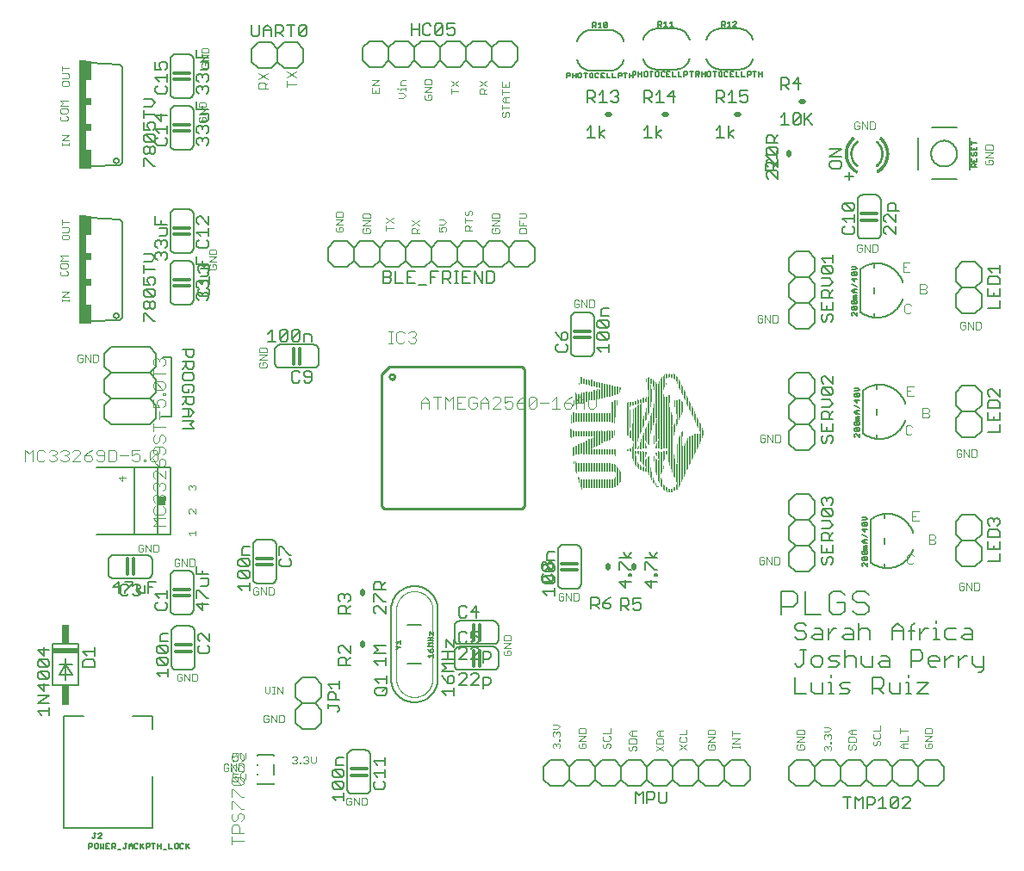
<source format=gto>
G75*
%MOIN*%
%OFA0B0*%
%FSLAX25Y25*%
%IPPOS*%
%LPD*%
%AMOC8*
5,1,8,0,0,1.08239X$1,22.5*
%
%ADD10C,0.00300*%
%ADD11C,0.00600*%
%ADD12C,0.00800*%
%ADD13R,0.00334X0.01000*%
%ADD14R,0.00334X0.00340*%
%ADD15R,0.00333X0.02330*%
%ADD16R,0.00333X0.04000*%
%ADD17R,0.00334X0.05330*%
%ADD18R,0.00333X0.07000*%
%ADD19R,0.00333X0.03330*%
%ADD20R,0.00334X0.04670*%
%ADD21R,0.00334X0.03330*%
%ADD22R,0.00333X0.05330*%
%ADD23R,0.00333X0.03340*%
%ADD24R,0.00333X0.06000*%
%ADD25R,0.00334X0.06670*%
%ADD26R,0.00333X0.07330*%
%ADD27R,0.00333X0.07670*%
%ADD28R,0.00334X0.08340*%
%ADD29R,0.00333X0.08660*%
%ADD30R,0.00333X0.09660*%
%ADD31R,0.00334X0.10000*%
%ADD32R,0.00333X0.10670*%
%ADD33R,0.00333X0.11000*%
%ADD34R,0.00334X0.11330*%
%ADD35R,0.00333X0.11670*%
%ADD36R,0.00333X0.11660*%
%ADD37R,0.00334X0.12000*%
%ADD38R,0.00334X0.03340*%
%ADD39R,0.00333X0.12000*%
%ADD40R,0.00334X0.00670*%
%ADD41R,0.00334X0.03000*%
%ADD42R,0.00333X0.13000*%
%ADD43R,0.00333X0.02000*%
%ADD44R,0.00333X0.04330*%
%ADD45R,0.00333X0.19340*%
%ADD46R,0.00333X0.05340*%
%ADD47R,0.00334X0.19330*%
%ADD48R,0.00334X0.06330*%
%ADD49R,0.00333X0.19330*%
%ADD50R,0.00334X0.18660*%
%ADD51R,0.00334X0.08330*%
%ADD52R,0.00333X0.10000*%
%ADD53R,0.00333X0.09330*%
%ADD54R,0.00333X0.02670*%
%ADD55R,0.00334X0.02000*%
%ADD56R,0.00334X0.07330*%
%ADD57R,0.00334X0.02670*%
%ADD58R,0.00334X0.03670*%
%ADD59R,0.00333X0.01660*%
%ADD60R,0.00333X0.07660*%
%ADD61R,0.00333X0.01670*%
%ADD62R,0.00333X0.08670*%
%ADD63R,0.00334X0.01670*%
%ADD64R,0.00334X0.18670*%
%ADD65R,0.00333X0.01340*%
%ADD66R,0.00333X0.18000*%
%ADD67R,0.00333X0.01330*%
%ADD68R,0.00333X0.22330*%
%ADD69R,0.00334X0.01340*%
%ADD70R,0.00334X0.22330*%
%ADD71R,0.00334X0.01660*%
%ADD72R,0.00333X0.22660*%
%ADD73R,0.00333X0.03000*%
%ADD74R,0.00333X0.25670*%
%ADD75R,0.00334X0.20660*%
%ADD76R,0.00334X0.01330*%
%ADD77R,0.00333X0.20330*%
%ADD78R,0.00333X0.00670*%
%ADD79R,0.00334X0.02660*%
%ADD80R,0.00334X0.20330*%
%ADD81R,0.00333X0.05000*%
%ADD82R,0.00333X0.21000*%
%ADD83R,0.00334X0.04330*%
%ADD84R,0.00334X0.21670*%
%ADD85R,0.00334X0.05670*%
%ADD86R,0.00333X0.08000*%
%ADD87R,0.00333X0.27670*%
%ADD88R,0.00333X0.27330*%
%ADD89R,0.00334X0.13000*%
%ADD90R,0.00334X0.26340*%
%ADD91R,0.00333X0.21660*%
%ADD92R,0.00334X0.00330*%
%ADD93R,0.00334X0.07000*%
%ADD94R,0.00334X0.02330*%
%ADD95R,0.00334X0.02340*%
%ADD96R,0.00333X0.06330*%
%ADD97R,0.00333X0.13330*%
%ADD98R,0.00333X0.01000*%
%ADD99R,0.00333X0.13670*%
%ADD100R,0.00334X0.04000*%
%ADD101R,0.00334X0.15000*%
%ADD102R,0.00333X0.07340*%
%ADD103R,0.00333X0.06670*%
%ADD104R,0.00333X0.02340*%
%ADD105R,0.00334X0.06340*%
%ADD106R,0.00333X0.06340*%
%ADD107R,0.00334X0.05340*%
%ADD108R,0.00334X0.07670*%
%ADD109R,0.00334X0.12670*%
%ADD110R,0.00333X0.04670*%
%ADD111R,0.00334X0.05000*%
%ADD112R,0.00333X0.04340*%
%ADD113R,0.00333X0.03660*%
%ADD114R,0.00333X0.03670*%
%ADD115R,0.00334X0.04340*%
%ADD116R,0.00334X0.06000*%
%ADD117R,0.00333X0.12660*%
%ADD118R,0.00334X0.12330*%
%ADD119R,0.00334X0.14670*%
%ADD120R,0.00333X0.16330*%
%ADD121R,0.00333X0.05660*%
%ADD122R,0.00333X0.16000*%
%ADD123R,0.00334X0.16330*%
%ADD124R,0.00333X0.12670*%
%ADD125R,0.00334X0.04660*%
%ADD126R,0.00334X0.13330*%
%ADD127R,0.00333X0.12340*%
%ADD128R,0.00334X0.08000*%
%ADD129R,0.00333X0.09000*%
%ADD130R,0.00334X0.03660*%
%ADD131R,0.00334X0.00660*%
%ADD132R,0.00334X0.05660*%
%ADD133R,0.00333X0.05670*%
%ADD134R,0.00333X0.02660*%
%ADD135R,0.00333X0.00660*%
%ADD136C,0.00500*%
%ADD137C,0.01200*%
%ADD138R,0.10000X0.02000*%
%ADD139R,0.03000X0.07500*%
%ADD140C,0.00400*%
%ADD141R,0.03000X0.03400*%
%ADD142C,0.01000*%
%ADD143R,0.03000X0.42000*%
%ADD144R,0.02000X0.07500*%
%ADD145R,0.02000X0.03000*%
%ADD146C,0.00060*%
%ADD147C,0.00100*%
%ADD148C,0.00200*%
%ADD149C,0.02000*%
D10*
X0079762Y0040303D02*
X0080246Y0039820D01*
X0081213Y0039820D01*
X0081697Y0040303D01*
X0081697Y0041271D01*
X0080729Y0041271D01*
X0079762Y0042238D02*
X0079762Y0040303D01*
X0079762Y0042238D02*
X0080246Y0042722D01*
X0081213Y0042722D01*
X0081697Y0042238D01*
X0082708Y0042722D02*
X0084643Y0039820D01*
X0084643Y0042722D01*
X0085655Y0042722D02*
X0087106Y0042722D01*
X0087590Y0042238D01*
X0087590Y0040303D01*
X0087106Y0039820D01*
X0085655Y0039820D01*
X0085655Y0042722D01*
X0084713Y0043820D02*
X0083746Y0043820D01*
X0083262Y0044303D01*
X0083262Y0045271D02*
X0084229Y0045755D01*
X0084713Y0045755D01*
X0085197Y0045271D01*
X0085197Y0044303D01*
X0084713Y0043820D01*
X0086208Y0044787D02*
X0087176Y0043820D01*
X0088143Y0044787D01*
X0088143Y0046722D01*
X0086208Y0046722D02*
X0086208Y0044787D01*
X0085197Y0046722D02*
X0083262Y0046722D01*
X0083262Y0045271D01*
X0082708Y0042722D02*
X0082708Y0039820D01*
X0083262Y0038722D02*
X0083262Y0037271D01*
X0084229Y0037755D01*
X0084713Y0037755D01*
X0085197Y0037271D01*
X0085197Y0036303D01*
X0084713Y0035820D01*
X0083746Y0035820D01*
X0083262Y0036303D01*
X0083262Y0038722D02*
X0085197Y0038722D01*
X0086208Y0038722D02*
X0086208Y0036787D01*
X0087176Y0035820D01*
X0088143Y0036787D01*
X0088143Y0038722D01*
X0106262Y0043137D02*
X0106746Y0042653D01*
X0107713Y0042653D01*
X0108197Y0043137D01*
X0108197Y0043621D01*
X0107713Y0044104D01*
X0107229Y0044104D01*
X0107713Y0044104D02*
X0108197Y0044588D01*
X0108197Y0045072D01*
X0107713Y0045556D01*
X0106746Y0045556D01*
X0106262Y0045072D01*
X0109208Y0043137D02*
X0109692Y0043137D01*
X0109692Y0042653D01*
X0109208Y0042653D01*
X0109208Y0043137D01*
X0110682Y0043137D02*
X0111165Y0042653D01*
X0112133Y0042653D01*
X0112617Y0043137D01*
X0112617Y0043621D01*
X0112133Y0044104D01*
X0111649Y0044104D01*
X0112133Y0044104D02*
X0112617Y0044588D01*
X0112617Y0045072D01*
X0112133Y0045556D01*
X0111165Y0045556D01*
X0110682Y0045072D01*
X0113628Y0045556D02*
X0113628Y0043621D01*
X0114596Y0042653D01*
X0115563Y0043621D01*
X0115563Y0045556D01*
X0102606Y0058653D02*
X0103090Y0059137D01*
X0103090Y0061072D01*
X0102606Y0061556D01*
X0101155Y0061556D01*
X0101155Y0058653D01*
X0102606Y0058653D01*
X0100143Y0058653D02*
X0100143Y0061556D01*
X0098208Y0061556D02*
X0098208Y0058653D01*
X0097197Y0059137D02*
X0097197Y0060104D01*
X0096229Y0060104D01*
X0095262Y0059137D02*
X0095262Y0061072D01*
X0095746Y0061556D01*
X0096713Y0061556D01*
X0097197Y0061072D01*
X0098208Y0061556D02*
X0100143Y0058653D01*
X0097197Y0059137D02*
X0096713Y0058653D01*
X0095746Y0058653D01*
X0095262Y0059137D01*
X0096729Y0069653D02*
X0097697Y0070621D01*
X0097697Y0072556D01*
X0098708Y0072556D02*
X0099676Y0072556D01*
X0099192Y0072556D02*
X0099192Y0069653D01*
X0098708Y0069653D02*
X0099676Y0069653D01*
X0100673Y0069653D02*
X0100673Y0072556D01*
X0102608Y0069653D01*
X0102608Y0072556D01*
X0096729Y0069653D02*
X0095762Y0070621D01*
X0095762Y0072556D01*
X0069590Y0075137D02*
X0069590Y0077072D01*
X0069106Y0077556D01*
X0067655Y0077556D01*
X0067655Y0074653D01*
X0069106Y0074653D01*
X0069590Y0075137D01*
X0066643Y0074653D02*
X0066643Y0077556D01*
X0064708Y0077556D02*
X0064708Y0074653D01*
X0063697Y0075137D02*
X0063697Y0076104D01*
X0062729Y0076104D01*
X0061762Y0075137D02*
X0062246Y0074653D01*
X0063213Y0074653D01*
X0063697Y0075137D01*
X0063697Y0077072D02*
X0063213Y0077556D01*
X0062246Y0077556D01*
X0061762Y0077072D01*
X0061762Y0075137D01*
X0064708Y0077556D02*
X0066643Y0074653D01*
X0091746Y0108153D02*
X0092713Y0108153D01*
X0093197Y0108637D01*
X0093197Y0109604D01*
X0092229Y0109604D01*
X0091262Y0108637D02*
X0091262Y0110572D01*
X0091746Y0111056D01*
X0092713Y0111056D01*
X0093197Y0110572D01*
X0094208Y0111056D02*
X0096143Y0108153D01*
X0096143Y0111056D01*
X0097155Y0111056D02*
X0098606Y0111056D01*
X0099090Y0110572D01*
X0099090Y0108637D01*
X0098606Y0108153D01*
X0097155Y0108153D01*
X0097155Y0111056D01*
X0094208Y0111056D02*
X0094208Y0108153D01*
X0091746Y0108153D02*
X0091262Y0108637D01*
X0068590Y0119637D02*
X0068590Y0121572D01*
X0068106Y0122056D01*
X0066655Y0122056D01*
X0066655Y0119153D01*
X0068106Y0119153D01*
X0068590Y0119637D01*
X0065643Y0119153D02*
X0065643Y0122056D01*
X0063708Y0122056D02*
X0063708Y0119153D01*
X0062697Y0119637D02*
X0062697Y0120604D01*
X0061729Y0120604D01*
X0060762Y0119637D02*
X0061246Y0119153D01*
X0062213Y0119153D01*
X0062697Y0119637D01*
X0062697Y0121572D02*
X0062213Y0122056D01*
X0061246Y0122056D01*
X0060762Y0121572D01*
X0060762Y0119637D01*
X0063708Y0122056D02*
X0065643Y0119153D01*
X0054590Y0125137D02*
X0054590Y0127072D01*
X0054106Y0127556D01*
X0052655Y0127556D01*
X0052655Y0124653D01*
X0054106Y0124653D01*
X0054590Y0125137D01*
X0051643Y0124653D02*
X0051643Y0127556D01*
X0049708Y0127556D02*
X0049708Y0124653D01*
X0048697Y0125137D02*
X0048697Y0126104D01*
X0047729Y0126104D01*
X0046762Y0125137D02*
X0047246Y0124653D01*
X0048213Y0124653D01*
X0048697Y0125137D01*
X0048697Y0127072D02*
X0048213Y0127556D01*
X0047246Y0127556D01*
X0046762Y0127072D01*
X0046762Y0125137D01*
X0049708Y0127556D02*
X0051643Y0124653D01*
X0094043Y0196153D02*
X0095978Y0196153D01*
X0096462Y0196637D01*
X0096462Y0197604D01*
X0095978Y0198088D01*
X0095011Y0198088D01*
X0095011Y0197121D01*
X0094043Y0198088D02*
X0093559Y0197604D01*
X0093559Y0196637D01*
X0094043Y0196153D01*
X0093559Y0199100D02*
X0096462Y0201035D01*
X0093559Y0201035D01*
X0093559Y0202046D02*
X0093559Y0203497D01*
X0094043Y0203981D01*
X0095978Y0203981D01*
X0096462Y0203497D01*
X0096462Y0202046D01*
X0093559Y0202046D01*
X0093559Y0199100D02*
X0096462Y0199100D01*
X0076478Y0234153D02*
X0076962Y0234637D01*
X0076962Y0235604D01*
X0076478Y0236088D01*
X0075511Y0236088D01*
X0075511Y0235121D01*
X0074543Y0236088D02*
X0074059Y0235604D01*
X0074059Y0234637D01*
X0074543Y0234153D01*
X0076478Y0234153D01*
X0076962Y0237100D02*
X0074059Y0237100D01*
X0076962Y0239035D01*
X0074059Y0239035D01*
X0074059Y0240046D02*
X0074059Y0241497D01*
X0074543Y0241981D01*
X0076478Y0241981D01*
X0076962Y0241497D01*
X0076962Y0240046D01*
X0074059Y0240046D01*
X0031100Y0200721D02*
X0030617Y0201205D01*
X0029165Y0201205D01*
X0029165Y0198303D01*
X0030617Y0198303D01*
X0031100Y0198786D01*
X0031100Y0200721D01*
X0028154Y0201205D02*
X0028154Y0198303D01*
X0026219Y0201205D01*
X0026219Y0198303D01*
X0025207Y0198786D02*
X0025207Y0199754D01*
X0024240Y0199754D01*
X0025207Y0200721D02*
X0024724Y0201205D01*
X0023756Y0201205D01*
X0023272Y0200721D01*
X0023272Y0198786D01*
X0023756Y0198303D01*
X0024724Y0198303D01*
X0025207Y0198786D01*
X0019962Y0221653D02*
X0019962Y0222621D01*
X0019962Y0222137D02*
X0017059Y0222137D01*
X0017059Y0221653D02*
X0017059Y0222621D01*
X0017059Y0223617D02*
X0019962Y0225552D01*
X0017059Y0225552D01*
X0017059Y0223617D02*
X0019962Y0223617D01*
X0018978Y0231653D02*
X0019462Y0232137D01*
X0019462Y0233104D01*
X0018978Y0233588D01*
X0018978Y0234600D02*
X0019462Y0235083D01*
X0019462Y0236051D01*
X0018978Y0236535D01*
X0017043Y0236535D01*
X0016559Y0236051D01*
X0016559Y0235083D01*
X0017043Y0234600D01*
X0018978Y0234600D01*
X0017043Y0233588D02*
X0016559Y0233104D01*
X0016559Y0232137D01*
X0017043Y0231653D01*
X0018978Y0231653D01*
X0019462Y0237546D02*
X0016559Y0237546D01*
X0017527Y0238514D01*
X0016559Y0239481D01*
X0019462Y0239481D01*
X0019478Y0245653D02*
X0017543Y0245653D01*
X0017059Y0246137D01*
X0017059Y0247104D01*
X0017543Y0247588D01*
X0019478Y0247588D01*
X0019962Y0247104D01*
X0019962Y0246137D01*
X0019478Y0245653D01*
X0019478Y0248600D02*
X0017059Y0248600D01*
X0017059Y0250535D02*
X0019478Y0250535D01*
X0019962Y0250051D01*
X0019962Y0249083D01*
X0019478Y0248600D01*
X0017059Y0251546D02*
X0017059Y0253481D01*
X0017059Y0252514D02*
X0019962Y0252514D01*
X0019962Y0282153D02*
X0019962Y0283121D01*
X0019962Y0282637D02*
X0017059Y0282637D01*
X0017059Y0282153D02*
X0017059Y0283121D01*
X0017059Y0284117D02*
X0019962Y0286052D01*
X0017059Y0286052D01*
X0017059Y0284117D02*
X0019962Y0284117D01*
X0018978Y0291653D02*
X0019462Y0292137D01*
X0019462Y0293104D01*
X0018978Y0293588D01*
X0018978Y0294600D02*
X0019462Y0295083D01*
X0019462Y0296051D01*
X0018978Y0296535D01*
X0017043Y0296535D01*
X0016559Y0296051D01*
X0016559Y0295083D01*
X0017043Y0294600D01*
X0018978Y0294600D01*
X0017043Y0293588D02*
X0016559Y0293104D01*
X0016559Y0292137D01*
X0017043Y0291653D01*
X0018978Y0291653D01*
X0019462Y0297546D02*
X0016559Y0297546D01*
X0017527Y0298514D01*
X0016559Y0299481D01*
X0019462Y0299481D01*
X0019478Y0305153D02*
X0017543Y0305153D01*
X0017059Y0305637D01*
X0017059Y0306604D01*
X0017543Y0307088D01*
X0019478Y0307088D01*
X0019962Y0306604D01*
X0019962Y0305637D01*
X0019478Y0305153D01*
X0019478Y0308100D02*
X0019962Y0308583D01*
X0019962Y0309551D01*
X0019478Y0310035D01*
X0017059Y0310035D01*
X0017059Y0311046D02*
X0017059Y0312981D01*
X0017059Y0312014D02*
X0019962Y0312014D01*
X0019478Y0308100D02*
X0017059Y0308100D01*
X0070059Y0298497D02*
X0070059Y0297046D01*
X0072962Y0297046D01*
X0072962Y0298497D01*
X0072478Y0298981D01*
X0070543Y0298981D01*
X0070059Y0298497D01*
X0070059Y0296035D02*
X0072962Y0296035D01*
X0070059Y0294100D01*
X0072962Y0294100D01*
X0072478Y0293088D02*
X0072962Y0292604D01*
X0072962Y0291637D01*
X0072478Y0291153D01*
X0070543Y0291153D01*
X0070059Y0291637D01*
X0070059Y0292604D01*
X0070543Y0293088D01*
X0071511Y0293088D02*
X0071511Y0292121D01*
X0071511Y0293088D02*
X0072478Y0293088D01*
X0071543Y0312153D02*
X0073478Y0312153D01*
X0073962Y0312637D01*
X0073962Y0313604D01*
X0073478Y0314088D01*
X0072511Y0314088D01*
X0072511Y0313121D01*
X0071543Y0314088D02*
X0071059Y0313604D01*
X0071059Y0312637D01*
X0071543Y0312153D01*
X0071059Y0315100D02*
X0073962Y0317035D01*
X0071059Y0317035D01*
X0071059Y0318046D02*
X0071059Y0319497D01*
X0071543Y0319981D01*
X0073478Y0319981D01*
X0073962Y0319497D01*
X0073962Y0318046D01*
X0071059Y0318046D01*
X0071059Y0315100D02*
X0073962Y0315100D01*
X0093259Y0310305D02*
X0096962Y0307836D01*
X0096962Y0306622D02*
X0095728Y0305387D01*
X0095728Y0306005D02*
X0095728Y0304153D01*
X0096962Y0304153D02*
X0093259Y0304153D01*
X0093259Y0306005D01*
X0093876Y0306622D01*
X0095110Y0306622D01*
X0095728Y0306005D01*
X0093259Y0307836D02*
X0096962Y0310305D01*
X0104259Y0310805D02*
X0107962Y0308336D01*
X0107962Y0305887D02*
X0104259Y0305887D01*
X0104259Y0304653D02*
X0104259Y0307122D01*
X0104259Y0308336D02*
X0107962Y0310805D01*
X0137081Y0307441D02*
X0139983Y0307441D01*
X0137081Y0305506D01*
X0139983Y0305506D01*
X0139983Y0304495D02*
X0139983Y0302560D01*
X0137081Y0302560D01*
X0137081Y0304495D01*
X0138532Y0303527D02*
X0138532Y0302560D01*
X0146929Y0304026D02*
X0147413Y0304026D01*
X0148381Y0304026D02*
X0150316Y0304026D01*
X0150316Y0303542D02*
X0150316Y0304510D01*
X0150316Y0305506D02*
X0148381Y0305506D01*
X0148381Y0306958D01*
X0148864Y0307441D01*
X0150316Y0307441D01*
X0148381Y0304026D02*
X0148381Y0303542D01*
X0149348Y0302531D02*
X0147413Y0302531D01*
X0149348Y0302531D02*
X0150316Y0301563D01*
X0149348Y0300596D01*
X0147413Y0300596D01*
X0157412Y0300430D02*
X0157896Y0299947D01*
X0159831Y0299947D01*
X0160315Y0300430D01*
X0160315Y0301398D01*
X0159831Y0301882D01*
X0158863Y0301882D01*
X0158863Y0300914D01*
X0157896Y0301882D02*
X0157412Y0301398D01*
X0157412Y0300430D01*
X0157412Y0302893D02*
X0160315Y0304828D01*
X0157412Y0304828D01*
X0157412Y0305840D02*
X0157412Y0307291D01*
X0157896Y0307775D01*
X0159831Y0307775D01*
X0160315Y0307291D01*
X0160315Y0305840D01*
X0157412Y0305840D01*
X0157412Y0302893D02*
X0160315Y0302893D01*
X0167745Y0303194D02*
X0170647Y0303194D01*
X0170647Y0305173D02*
X0167745Y0307108D01*
X0167745Y0305173D02*
X0170647Y0307108D01*
X0167745Y0304162D02*
X0167745Y0302227D01*
X0178743Y0302227D02*
X0178743Y0303678D01*
X0179227Y0304162D01*
X0180195Y0304162D01*
X0180678Y0303678D01*
X0180678Y0302227D01*
X0180678Y0303194D02*
X0181646Y0304162D01*
X0181646Y0305173D02*
X0178743Y0307108D01*
X0178743Y0305173D02*
X0181646Y0307108D01*
X0181646Y0302227D02*
X0178743Y0302227D01*
X0187409Y0301893D02*
X0187409Y0303828D01*
X0187409Y0302861D02*
X0190312Y0302861D01*
X0190312Y0304840D02*
X0190312Y0306775D01*
X0188860Y0305807D02*
X0188860Y0304840D01*
X0187409Y0304840D02*
X0190312Y0304840D01*
X0187409Y0304840D02*
X0187409Y0306775D01*
X0188377Y0300882D02*
X0187409Y0299914D01*
X0188377Y0298947D01*
X0190312Y0298947D01*
X0188860Y0298947D02*
X0188860Y0300882D01*
X0188377Y0300882D02*
X0190312Y0300882D01*
X0190312Y0296968D02*
X0187409Y0296968D01*
X0187409Y0297935D02*
X0187409Y0296000D01*
X0187893Y0294989D02*
X0187409Y0294505D01*
X0187409Y0293538D01*
X0187893Y0293054D01*
X0188377Y0293054D01*
X0188860Y0293538D01*
X0188860Y0294505D01*
X0189344Y0294989D01*
X0189828Y0294989D01*
X0190312Y0294505D01*
X0190312Y0293538D01*
X0189828Y0293054D01*
X0185978Y0255981D02*
X0184043Y0255981D01*
X0183559Y0255497D01*
X0183559Y0254046D01*
X0186462Y0254046D01*
X0186462Y0255497D01*
X0185978Y0255981D01*
X0186462Y0253035D02*
X0183559Y0253035D01*
X0183559Y0251100D02*
X0186462Y0253035D01*
X0186462Y0251100D02*
X0183559Y0251100D01*
X0184043Y0250088D02*
X0183559Y0249604D01*
X0183559Y0248637D01*
X0184043Y0248153D01*
X0185978Y0248153D01*
X0186462Y0248637D01*
X0186462Y0249604D01*
X0185978Y0250088D01*
X0185011Y0250088D01*
X0185011Y0249121D01*
X0194059Y0249604D02*
X0194059Y0248153D01*
X0196962Y0248153D01*
X0196962Y0249604D01*
X0196478Y0250088D01*
X0194543Y0250088D01*
X0194059Y0249604D01*
X0194059Y0251100D02*
X0194059Y0253035D01*
X0194059Y0254046D02*
X0196478Y0254046D01*
X0196962Y0254530D01*
X0196962Y0255497D01*
X0196478Y0255981D01*
X0194059Y0255981D01*
X0195511Y0252067D02*
X0195511Y0251100D01*
X0196962Y0251100D02*
X0194059Y0251100D01*
X0175962Y0251088D02*
X0174994Y0250121D01*
X0174994Y0250604D02*
X0174994Y0249153D01*
X0175962Y0249153D02*
X0173059Y0249153D01*
X0173059Y0250604D01*
X0173543Y0251088D01*
X0174511Y0251088D01*
X0174994Y0250604D01*
X0173059Y0252100D02*
X0173059Y0254035D01*
X0173059Y0253067D02*
X0175962Y0253067D01*
X0175478Y0255046D02*
X0175962Y0255530D01*
X0175962Y0256497D01*
X0175478Y0256981D01*
X0174994Y0256981D01*
X0174511Y0256497D01*
X0174511Y0255530D01*
X0174027Y0255046D01*
X0173543Y0255046D01*
X0173059Y0255530D01*
X0173059Y0256497D01*
X0173543Y0256981D01*
X0165962Y0252567D02*
X0164994Y0253535D01*
X0163059Y0253535D01*
X0163059Y0251600D02*
X0164994Y0251600D01*
X0165962Y0252567D01*
X0165478Y0250588D02*
X0164511Y0250588D01*
X0164027Y0250104D01*
X0164027Y0249621D01*
X0164511Y0248653D01*
X0163059Y0248653D01*
X0163059Y0250588D01*
X0165478Y0250588D02*
X0165962Y0250104D01*
X0165962Y0249137D01*
X0165478Y0248653D01*
X0155462Y0248153D02*
X0152559Y0248153D01*
X0152559Y0249604D01*
X0153043Y0250088D01*
X0154011Y0250088D01*
X0154494Y0249604D01*
X0154494Y0248153D01*
X0154494Y0249121D02*
X0155462Y0250088D01*
X0155462Y0251100D02*
X0152559Y0253035D01*
X0152559Y0251100D02*
X0155462Y0253035D01*
X0145462Y0252100D02*
X0142559Y0254035D01*
X0142559Y0252100D02*
X0145462Y0254035D01*
X0145462Y0250121D02*
X0142559Y0250121D01*
X0142559Y0251088D02*
X0142559Y0249153D01*
X0136462Y0249604D02*
X0135978Y0250088D01*
X0135011Y0250088D01*
X0135011Y0249121D01*
X0134043Y0250088D02*
X0133559Y0249604D01*
X0133559Y0248637D01*
X0134043Y0248153D01*
X0135978Y0248153D01*
X0136462Y0248637D01*
X0136462Y0249604D01*
X0136462Y0251100D02*
X0133559Y0251100D01*
X0136462Y0253035D01*
X0133559Y0253035D01*
X0133559Y0254046D02*
X0133559Y0255497D01*
X0134043Y0255981D01*
X0135978Y0255981D01*
X0136462Y0255497D01*
X0136462Y0254046D01*
X0133559Y0254046D01*
X0125962Y0254546D02*
X0125962Y0255997D01*
X0125478Y0256481D01*
X0123543Y0256481D01*
X0123059Y0255997D01*
X0123059Y0254546D01*
X0125962Y0254546D01*
X0125962Y0253535D02*
X0123059Y0253535D01*
X0123059Y0251600D02*
X0125962Y0253535D01*
X0125962Y0251600D02*
X0123059Y0251600D01*
X0123543Y0250588D02*
X0123059Y0250104D01*
X0123059Y0249137D01*
X0123543Y0248653D01*
X0125478Y0248653D01*
X0125962Y0249137D01*
X0125962Y0250104D01*
X0125478Y0250588D01*
X0124511Y0250588D01*
X0124511Y0249621D01*
X0215422Y0221872D02*
X0215422Y0219937D01*
X0215906Y0219453D01*
X0216874Y0219453D01*
X0217357Y0219937D01*
X0217357Y0220904D01*
X0216390Y0220904D01*
X0217357Y0221872D02*
X0216874Y0222356D01*
X0215906Y0222356D01*
X0215422Y0221872D01*
X0218369Y0222356D02*
X0220304Y0219453D01*
X0220304Y0222356D01*
X0221315Y0222356D02*
X0222767Y0222356D01*
X0223250Y0221872D01*
X0223250Y0219937D01*
X0222767Y0219453D01*
X0221315Y0219453D01*
X0221315Y0222356D01*
X0218369Y0222356D02*
X0218369Y0219453D01*
X0286415Y0216028D02*
X0286415Y0214093D01*
X0286898Y0213609D01*
X0287866Y0213609D01*
X0288350Y0214093D01*
X0288350Y0215060D01*
X0287382Y0215060D01*
X0286415Y0216028D02*
X0286898Y0216511D01*
X0287866Y0216511D01*
X0288350Y0216028D01*
X0289361Y0216511D02*
X0291296Y0213609D01*
X0291296Y0216511D01*
X0292308Y0216511D02*
X0293759Y0216511D01*
X0294243Y0216028D01*
X0294243Y0214093D01*
X0293759Y0213609D01*
X0292308Y0213609D01*
X0292308Y0216511D01*
X0289361Y0216511D02*
X0289361Y0213609D01*
X0324922Y0241437D02*
X0325406Y0240953D01*
X0326374Y0240953D01*
X0326857Y0241437D01*
X0326857Y0242404D01*
X0325890Y0242404D01*
X0324922Y0243372D02*
X0324922Y0241437D01*
X0324922Y0243372D02*
X0325406Y0243856D01*
X0326374Y0243856D01*
X0326857Y0243372D01*
X0327869Y0243856D02*
X0329804Y0240953D01*
X0329804Y0243856D01*
X0330815Y0243856D02*
X0332267Y0243856D01*
X0332750Y0243372D01*
X0332750Y0241437D01*
X0332267Y0240953D01*
X0330815Y0240953D01*
X0330815Y0243856D01*
X0327869Y0243856D02*
X0327869Y0240953D01*
X0342762Y0236856D02*
X0342762Y0233153D01*
X0345231Y0233153D01*
X0343996Y0235005D02*
X0342762Y0235005D01*
X0342762Y0236856D02*
X0345231Y0236856D01*
X0349262Y0228356D02*
X0351113Y0228356D01*
X0351731Y0227739D01*
X0351731Y0227122D01*
X0351113Y0226505D01*
X0349262Y0226505D01*
X0349262Y0228356D02*
X0349262Y0224653D01*
X0351113Y0224653D01*
X0351731Y0225270D01*
X0351731Y0225887D01*
X0351113Y0226505D01*
X0345113Y0220856D02*
X0343879Y0220856D01*
X0343262Y0220239D01*
X0343262Y0217770D01*
X0343879Y0217153D01*
X0345113Y0217153D01*
X0345731Y0217770D01*
X0345731Y0220239D02*
X0345113Y0220856D01*
X0364922Y0213372D02*
X0364922Y0211437D01*
X0365406Y0210953D01*
X0366374Y0210953D01*
X0366857Y0211437D01*
X0366857Y0212404D01*
X0365890Y0212404D01*
X0366857Y0213372D02*
X0366374Y0213856D01*
X0365406Y0213856D01*
X0364922Y0213372D01*
X0367869Y0213856D02*
X0369804Y0210953D01*
X0369804Y0213856D01*
X0370815Y0213856D02*
X0372267Y0213856D01*
X0372750Y0213372D01*
X0372750Y0211437D01*
X0372267Y0210953D01*
X0370815Y0210953D01*
X0370815Y0213856D01*
X0367869Y0213856D02*
X0367869Y0210953D01*
X0346731Y0188856D02*
X0344262Y0188856D01*
X0344262Y0185153D01*
X0346731Y0185153D01*
X0345496Y0187005D02*
X0344262Y0187005D01*
X0350262Y0180356D02*
X0352113Y0180356D01*
X0352731Y0179739D01*
X0352731Y0179122D01*
X0352113Y0178505D01*
X0350262Y0178505D01*
X0350262Y0180356D02*
X0350262Y0176653D01*
X0352113Y0176653D01*
X0352731Y0177270D01*
X0352731Y0177887D01*
X0352113Y0178505D01*
X0346231Y0173239D02*
X0345613Y0173856D01*
X0344379Y0173856D01*
X0343762Y0173239D01*
X0343762Y0170770D01*
X0344379Y0170153D01*
X0345613Y0170153D01*
X0346231Y0170770D01*
X0363422Y0163872D02*
X0363422Y0161937D01*
X0363906Y0161453D01*
X0364874Y0161453D01*
X0365357Y0161937D01*
X0365357Y0162904D01*
X0364390Y0162904D01*
X0365357Y0163872D02*
X0364874Y0164356D01*
X0363906Y0164356D01*
X0363422Y0163872D01*
X0366369Y0164356D02*
X0368304Y0161453D01*
X0368304Y0164356D01*
X0369315Y0164356D02*
X0370767Y0164356D01*
X0371250Y0163872D01*
X0371250Y0161937D01*
X0370767Y0161453D01*
X0369315Y0161453D01*
X0369315Y0164356D01*
X0366369Y0164356D02*
X0366369Y0161453D01*
X0348731Y0140356D02*
X0346262Y0140356D01*
X0346262Y0136653D01*
X0348731Y0136653D01*
X0347496Y0138505D02*
X0346262Y0138505D01*
X0352762Y0131356D02*
X0354613Y0131356D01*
X0355231Y0130739D01*
X0355231Y0130122D01*
X0354613Y0129505D01*
X0352762Y0129505D01*
X0352762Y0131356D02*
X0352762Y0127653D01*
X0354613Y0127653D01*
X0355231Y0128270D01*
X0355231Y0128887D01*
X0354613Y0129505D01*
X0346731Y0123239D02*
X0346113Y0123856D01*
X0344879Y0123856D01*
X0344262Y0123239D01*
X0344262Y0120770D01*
X0344879Y0120153D01*
X0346113Y0120153D01*
X0346731Y0120770D01*
X0364422Y0112372D02*
X0364422Y0110437D01*
X0364906Y0109953D01*
X0365874Y0109953D01*
X0366357Y0110437D01*
X0366357Y0111404D01*
X0365390Y0111404D01*
X0366357Y0112372D02*
X0365874Y0112856D01*
X0364906Y0112856D01*
X0364422Y0112372D01*
X0367369Y0112856D02*
X0369304Y0109953D01*
X0369304Y0112856D01*
X0370315Y0112856D02*
X0371767Y0112856D01*
X0372250Y0112372D01*
X0372250Y0110437D01*
X0371767Y0109953D01*
X0370315Y0109953D01*
X0370315Y0112856D01*
X0367369Y0112856D02*
X0367369Y0109953D01*
X0333962Y0057481D02*
X0333962Y0055546D01*
X0331059Y0055546D01*
X0331543Y0054535D02*
X0331059Y0054051D01*
X0331059Y0053083D01*
X0331543Y0052600D01*
X0333478Y0052600D01*
X0333962Y0053083D01*
X0333962Y0054051D01*
X0333478Y0054535D01*
X0333478Y0051588D02*
X0332994Y0051588D01*
X0332511Y0051104D01*
X0332511Y0050137D01*
X0332027Y0049653D01*
X0331543Y0049653D01*
X0331059Y0050137D01*
X0331059Y0051104D01*
X0331543Y0051588D01*
X0333478Y0051588D02*
X0333962Y0051104D01*
X0333962Y0050137D01*
X0333478Y0049653D01*
X0341559Y0049621D02*
X0342527Y0050588D01*
X0344462Y0050588D01*
X0344462Y0051600D02*
X0344462Y0053535D01*
X0344462Y0051600D02*
X0341559Y0051600D01*
X0343011Y0050588D02*
X0343011Y0048653D01*
X0342527Y0048653D02*
X0341559Y0049621D01*
X0342527Y0048653D02*
X0344462Y0048653D01*
X0341559Y0054546D02*
X0341559Y0056481D01*
X0341559Y0055514D02*
X0344462Y0055514D01*
X0351059Y0055997D02*
X0351059Y0054546D01*
X0353962Y0054546D01*
X0353962Y0055997D01*
X0353478Y0056481D01*
X0351543Y0056481D01*
X0351059Y0055997D01*
X0351059Y0053535D02*
X0353962Y0053535D01*
X0351059Y0051600D01*
X0353962Y0051600D01*
X0353478Y0050588D02*
X0352511Y0050588D01*
X0352511Y0049621D01*
X0353478Y0050588D02*
X0353962Y0050104D01*
X0353962Y0049137D01*
X0353478Y0048653D01*
X0351543Y0048653D01*
X0351059Y0049137D01*
X0351059Y0050104D01*
X0351543Y0050588D01*
X0324462Y0051100D02*
X0324462Y0052551D01*
X0323978Y0053035D01*
X0322043Y0053035D01*
X0321559Y0052551D01*
X0321559Y0051100D01*
X0324462Y0051100D01*
X0323978Y0050088D02*
X0324462Y0049604D01*
X0324462Y0048637D01*
X0323978Y0048153D01*
X0323011Y0048637D02*
X0323011Y0049604D01*
X0323494Y0050088D01*
X0323978Y0050088D01*
X0323011Y0048637D02*
X0322527Y0048153D01*
X0322043Y0048153D01*
X0321559Y0048637D01*
X0321559Y0049604D01*
X0322043Y0050088D01*
X0322527Y0054046D02*
X0321559Y0055014D01*
X0322527Y0055981D01*
X0324462Y0055981D01*
X0323011Y0055981D02*
X0323011Y0054046D01*
X0322527Y0054046D02*
X0324462Y0054046D01*
X0314962Y0053524D02*
X0314962Y0052557D01*
X0314478Y0052073D01*
X0314478Y0051083D02*
X0314962Y0051083D01*
X0314962Y0050600D01*
X0314478Y0050600D01*
X0314478Y0051083D01*
X0314478Y0049588D02*
X0313994Y0049588D01*
X0313511Y0049104D01*
X0313511Y0048621D01*
X0313511Y0049104D02*
X0313027Y0049588D01*
X0312543Y0049588D01*
X0312059Y0049104D01*
X0312059Y0048137D01*
X0312543Y0047653D01*
X0314478Y0047653D02*
X0314962Y0048137D01*
X0314962Y0049104D01*
X0314478Y0049588D01*
X0312543Y0052073D02*
X0312059Y0052557D01*
X0312059Y0053524D01*
X0312543Y0054008D01*
X0313027Y0054008D01*
X0313511Y0053524D01*
X0313994Y0054008D01*
X0314478Y0054008D01*
X0314962Y0053524D01*
X0313511Y0053524D02*
X0313511Y0053040D01*
X0313994Y0055019D02*
X0314962Y0055987D01*
X0313994Y0056954D01*
X0312059Y0056954D01*
X0312059Y0055019D02*
X0313994Y0055019D01*
X0304462Y0055497D02*
X0303978Y0055981D01*
X0302043Y0055981D01*
X0301559Y0055497D01*
X0301559Y0054046D01*
X0304462Y0054046D01*
X0304462Y0055497D01*
X0304462Y0053035D02*
X0301559Y0053035D01*
X0301559Y0051100D02*
X0304462Y0053035D01*
X0304462Y0051100D02*
X0301559Y0051100D01*
X0302043Y0050088D02*
X0301559Y0049604D01*
X0301559Y0048637D01*
X0302043Y0048153D01*
X0303978Y0048153D01*
X0304462Y0048637D01*
X0304462Y0049604D01*
X0303978Y0050088D01*
X0303011Y0050088D01*
X0303011Y0049121D01*
X0279462Y0049137D02*
X0276559Y0049137D01*
X0276559Y0048653D02*
X0276559Y0049621D01*
X0276559Y0050617D02*
X0279462Y0052552D01*
X0276559Y0052552D01*
X0276559Y0053564D02*
X0276559Y0055499D01*
X0276559Y0054531D02*
X0279462Y0054531D01*
X0279462Y0050617D02*
X0276559Y0050617D01*
X0279462Y0049621D02*
X0279462Y0048653D01*
X0269962Y0048637D02*
X0269962Y0049604D01*
X0269478Y0050088D01*
X0268511Y0050088D01*
X0268511Y0049121D01*
X0267543Y0050088D02*
X0267059Y0049604D01*
X0267059Y0048637D01*
X0267543Y0048153D01*
X0269478Y0048153D01*
X0269962Y0048637D01*
X0269962Y0051100D02*
X0267059Y0051100D01*
X0269962Y0053035D01*
X0267059Y0053035D01*
X0267059Y0054046D02*
X0267059Y0055497D01*
X0267543Y0055981D01*
X0269478Y0055981D01*
X0269962Y0055497D01*
X0269962Y0054046D01*
X0267059Y0054046D01*
X0258962Y0054046D02*
X0258962Y0055981D01*
X0258962Y0054046D02*
X0256059Y0054046D01*
X0256543Y0053035D02*
X0256059Y0052551D01*
X0256059Y0051583D01*
X0256543Y0051100D01*
X0258478Y0051100D01*
X0258962Y0051583D01*
X0258962Y0052551D01*
X0258478Y0053035D01*
X0258962Y0050088D02*
X0256059Y0048153D01*
X0256059Y0050088D02*
X0258962Y0048153D01*
X0249962Y0047653D02*
X0247059Y0049588D01*
X0247059Y0050600D02*
X0247059Y0052051D01*
X0247543Y0052535D01*
X0249478Y0052535D01*
X0249962Y0052051D01*
X0249962Y0050600D01*
X0247059Y0050600D01*
X0247059Y0047653D02*
X0249962Y0049588D01*
X0249962Y0053546D02*
X0248027Y0053546D01*
X0247059Y0054514D01*
X0248027Y0055481D01*
X0249962Y0055481D01*
X0248511Y0055481D02*
X0248511Y0053546D01*
X0239462Y0053546D02*
X0237527Y0053546D01*
X0236559Y0054514D01*
X0237527Y0055481D01*
X0239462Y0055481D01*
X0238011Y0055481D02*
X0238011Y0053546D01*
X0238978Y0052535D02*
X0237043Y0052535D01*
X0236559Y0052051D01*
X0236559Y0050600D01*
X0239462Y0050600D01*
X0239462Y0052051D01*
X0238978Y0052535D01*
X0238978Y0049588D02*
X0239462Y0049104D01*
X0239462Y0048137D01*
X0238978Y0047653D01*
X0238011Y0048137D02*
X0238011Y0049104D01*
X0238494Y0049588D01*
X0238978Y0049588D01*
X0238011Y0048137D02*
X0237527Y0047653D01*
X0237043Y0047653D01*
X0236559Y0048137D01*
X0236559Y0049104D01*
X0237043Y0049588D01*
X0229462Y0049137D02*
X0228978Y0048653D01*
X0229462Y0049137D02*
X0229462Y0050104D01*
X0228978Y0050588D01*
X0228494Y0050588D01*
X0228011Y0050104D01*
X0228011Y0049137D01*
X0227527Y0048653D01*
X0227043Y0048653D01*
X0226559Y0049137D01*
X0226559Y0050104D01*
X0227043Y0050588D01*
X0227043Y0051600D02*
X0228978Y0051600D01*
X0229462Y0052083D01*
X0229462Y0053051D01*
X0228978Y0053535D01*
X0229462Y0054546D02*
X0229462Y0056481D01*
X0229462Y0054546D02*
X0226559Y0054546D01*
X0227043Y0053535D02*
X0226559Y0053051D01*
X0226559Y0052083D01*
X0227043Y0051600D01*
X0219962Y0051600D02*
X0217059Y0051600D01*
X0219962Y0053535D01*
X0217059Y0053535D01*
X0217059Y0054546D02*
X0217059Y0055997D01*
X0217543Y0056481D01*
X0219478Y0056481D01*
X0219962Y0055997D01*
X0219962Y0054546D01*
X0217059Y0054546D01*
X0217543Y0050588D02*
X0217059Y0050104D01*
X0217059Y0049137D01*
X0217543Y0048653D01*
X0219478Y0048653D01*
X0219962Y0049137D01*
X0219962Y0050104D01*
X0219478Y0050588D01*
X0218511Y0050588D01*
X0218511Y0049621D01*
X0209962Y0050104D02*
X0209962Y0049137D01*
X0209478Y0048653D01*
X0208511Y0049621D02*
X0208511Y0050104D01*
X0208994Y0050588D01*
X0209478Y0050588D01*
X0209962Y0050104D01*
X0208511Y0050104D02*
X0208027Y0050588D01*
X0207543Y0050588D01*
X0207059Y0050104D01*
X0207059Y0049137D01*
X0207543Y0048653D01*
X0209478Y0051600D02*
X0209478Y0052083D01*
X0209962Y0052083D01*
X0209962Y0051600D01*
X0209478Y0051600D01*
X0209478Y0053073D02*
X0209962Y0053557D01*
X0209962Y0054524D01*
X0209478Y0055008D01*
X0208994Y0055008D01*
X0208511Y0054524D01*
X0208511Y0054040D01*
X0208511Y0054524D02*
X0208027Y0055008D01*
X0207543Y0055008D01*
X0207059Y0054524D01*
X0207059Y0053557D01*
X0207543Y0053073D01*
X0207059Y0056019D02*
X0208994Y0056019D01*
X0209962Y0056987D01*
X0208994Y0057954D01*
X0207059Y0057954D01*
X0190478Y0084653D02*
X0190962Y0085137D01*
X0190962Y0086104D01*
X0190478Y0086588D01*
X0189511Y0086588D01*
X0189511Y0085621D01*
X0188543Y0086588D02*
X0188059Y0086104D01*
X0188059Y0085137D01*
X0188543Y0084653D01*
X0190478Y0084653D01*
X0190962Y0087600D02*
X0188059Y0087600D01*
X0190962Y0089535D01*
X0188059Y0089535D01*
X0188059Y0090546D02*
X0188059Y0091997D01*
X0188543Y0092481D01*
X0190478Y0092481D01*
X0190962Y0091997D01*
X0190962Y0090546D01*
X0188059Y0090546D01*
X0209422Y0106437D02*
X0209422Y0108372D01*
X0209906Y0108856D01*
X0210874Y0108856D01*
X0211357Y0108372D01*
X0211357Y0107404D02*
X0210390Y0107404D01*
X0211357Y0107404D02*
X0211357Y0106437D01*
X0210874Y0105953D01*
X0209906Y0105953D01*
X0209422Y0106437D01*
X0212369Y0105953D02*
X0212369Y0108856D01*
X0214304Y0105953D01*
X0214304Y0108856D01*
X0215315Y0108856D02*
X0215315Y0105953D01*
X0216767Y0105953D01*
X0217250Y0106437D01*
X0217250Y0108372D01*
X0216767Y0108856D01*
X0215315Y0108856D01*
X0287081Y0120435D02*
X0287565Y0119952D01*
X0288532Y0119952D01*
X0289016Y0120435D01*
X0289016Y0121403D01*
X0288049Y0121403D01*
X0289016Y0122370D02*
X0288532Y0122854D01*
X0287565Y0122854D01*
X0287081Y0122370D01*
X0287081Y0120435D01*
X0290028Y0119952D02*
X0290028Y0122854D01*
X0291963Y0119952D01*
X0291963Y0122854D01*
X0292974Y0122854D02*
X0294426Y0122854D01*
X0294909Y0122370D01*
X0294909Y0120435D01*
X0294426Y0119952D01*
X0292974Y0119952D01*
X0292974Y0122854D01*
X0293308Y0167280D02*
X0294759Y0167280D01*
X0295243Y0167764D01*
X0295243Y0169699D01*
X0294759Y0170183D01*
X0293308Y0170183D01*
X0293308Y0167280D01*
X0292296Y0167280D02*
X0292296Y0170183D01*
X0290361Y0170183D02*
X0290361Y0167280D01*
X0289350Y0167764D02*
X0288866Y0167280D01*
X0287898Y0167280D01*
X0287415Y0167764D01*
X0287415Y0169699D01*
X0287898Y0170183D01*
X0288866Y0170183D01*
X0289350Y0169699D01*
X0289350Y0168732D02*
X0288382Y0168732D01*
X0289350Y0168732D02*
X0289350Y0167764D01*
X0290361Y0170183D02*
X0292296Y0167280D01*
X0375043Y0274653D02*
X0376978Y0274653D01*
X0377462Y0275137D01*
X0377462Y0276104D01*
X0376978Y0276588D01*
X0376011Y0276588D01*
X0376011Y0275621D01*
X0375043Y0276588D02*
X0374559Y0276104D01*
X0374559Y0275137D01*
X0375043Y0274653D01*
X0374559Y0277600D02*
X0377462Y0279535D01*
X0374559Y0279535D01*
X0374559Y0280546D02*
X0374559Y0281997D01*
X0375043Y0282481D01*
X0376978Y0282481D01*
X0377462Y0281997D01*
X0377462Y0280546D01*
X0374559Y0280546D01*
X0374559Y0277600D02*
X0377462Y0277600D01*
X0331750Y0288937D02*
X0331750Y0290872D01*
X0331267Y0291356D01*
X0329815Y0291356D01*
X0329815Y0288453D01*
X0331267Y0288453D01*
X0331750Y0288937D01*
X0328804Y0288453D02*
X0328804Y0291356D01*
X0326869Y0291356D02*
X0328804Y0288453D01*
X0326869Y0288453D02*
X0326869Y0291356D01*
X0325857Y0290872D02*
X0325374Y0291356D01*
X0324406Y0291356D01*
X0323922Y0290872D01*
X0323922Y0288937D01*
X0324406Y0288453D01*
X0325374Y0288453D01*
X0325857Y0288937D01*
X0325857Y0289904D01*
X0324890Y0289904D01*
X0134606Y0029556D02*
X0133155Y0029556D01*
X0133155Y0026653D01*
X0134606Y0026653D01*
X0135090Y0027137D01*
X0135090Y0029072D01*
X0134606Y0029556D01*
X0132143Y0029556D02*
X0132143Y0026653D01*
X0130208Y0029556D01*
X0130208Y0026653D01*
X0129197Y0027137D02*
X0128713Y0026653D01*
X0127746Y0026653D01*
X0127262Y0027137D01*
X0127262Y0029072D01*
X0127746Y0029556D01*
X0128713Y0029556D01*
X0129197Y0029072D01*
X0129197Y0028104D02*
X0128229Y0028104D01*
X0129197Y0028104D02*
X0129197Y0027137D01*
D11*
X0129612Y0031003D02*
X0134612Y0031003D01*
X0134699Y0031005D01*
X0134786Y0031011D01*
X0134873Y0031020D01*
X0134959Y0031033D01*
X0135045Y0031050D01*
X0135130Y0031071D01*
X0135213Y0031096D01*
X0135296Y0031124D01*
X0135377Y0031155D01*
X0135457Y0031190D01*
X0135535Y0031229D01*
X0135612Y0031271D01*
X0135687Y0031316D01*
X0135759Y0031365D01*
X0135830Y0031416D01*
X0135898Y0031471D01*
X0135963Y0031528D01*
X0136026Y0031589D01*
X0136087Y0031652D01*
X0136144Y0031717D01*
X0136199Y0031785D01*
X0136250Y0031856D01*
X0136299Y0031928D01*
X0136344Y0032003D01*
X0136386Y0032080D01*
X0136425Y0032158D01*
X0136460Y0032238D01*
X0136491Y0032319D01*
X0136519Y0032402D01*
X0136544Y0032485D01*
X0136565Y0032570D01*
X0136582Y0032656D01*
X0136595Y0032742D01*
X0136604Y0032829D01*
X0136610Y0032916D01*
X0136612Y0033003D01*
X0136612Y0046003D01*
X0136610Y0046090D01*
X0136604Y0046177D01*
X0136595Y0046264D01*
X0136582Y0046350D01*
X0136565Y0046436D01*
X0136544Y0046521D01*
X0136519Y0046604D01*
X0136491Y0046687D01*
X0136460Y0046768D01*
X0136425Y0046848D01*
X0136386Y0046926D01*
X0136344Y0047003D01*
X0136299Y0047078D01*
X0136250Y0047150D01*
X0136199Y0047221D01*
X0136144Y0047289D01*
X0136087Y0047354D01*
X0136026Y0047417D01*
X0135963Y0047478D01*
X0135898Y0047535D01*
X0135830Y0047590D01*
X0135759Y0047641D01*
X0135687Y0047690D01*
X0135612Y0047735D01*
X0135535Y0047777D01*
X0135457Y0047816D01*
X0135377Y0047851D01*
X0135296Y0047882D01*
X0135213Y0047910D01*
X0135130Y0047935D01*
X0135045Y0047956D01*
X0134959Y0047973D01*
X0134873Y0047986D01*
X0134786Y0047995D01*
X0134699Y0048001D01*
X0134612Y0048003D01*
X0129612Y0048003D01*
X0129525Y0048001D01*
X0129438Y0047995D01*
X0129351Y0047986D01*
X0129265Y0047973D01*
X0129179Y0047956D01*
X0129094Y0047935D01*
X0129011Y0047910D01*
X0128928Y0047882D01*
X0128847Y0047851D01*
X0128767Y0047816D01*
X0128689Y0047777D01*
X0128612Y0047735D01*
X0128537Y0047690D01*
X0128465Y0047641D01*
X0128394Y0047590D01*
X0128326Y0047535D01*
X0128261Y0047478D01*
X0128198Y0047417D01*
X0128137Y0047354D01*
X0128080Y0047289D01*
X0128025Y0047221D01*
X0127974Y0047150D01*
X0127925Y0047078D01*
X0127880Y0047003D01*
X0127838Y0046926D01*
X0127799Y0046848D01*
X0127764Y0046768D01*
X0127733Y0046687D01*
X0127705Y0046604D01*
X0127680Y0046521D01*
X0127659Y0046436D01*
X0127642Y0046350D01*
X0127629Y0046264D01*
X0127620Y0046177D01*
X0127614Y0046090D01*
X0127612Y0046003D01*
X0127612Y0033003D01*
X0127614Y0032916D01*
X0127620Y0032829D01*
X0127629Y0032742D01*
X0127642Y0032656D01*
X0127659Y0032570D01*
X0127680Y0032485D01*
X0127705Y0032402D01*
X0127733Y0032319D01*
X0127764Y0032238D01*
X0127799Y0032158D01*
X0127838Y0032080D01*
X0127880Y0032003D01*
X0127925Y0031928D01*
X0127974Y0031856D01*
X0128025Y0031785D01*
X0128080Y0031717D01*
X0128137Y0031652D01*
X0128198Y0031589D01*
X0128261Y0031528D01*
X0128326Y0031471D01*
X0128394Y0031416D01*
X0128465Y0031365D01*
X0128537Y0031316D01*
X0128612Y0031271D01*
X0128689Y0031229D01*
X0128767Y0031190D01*
X0128847Y0031155D01*
X0128928Y0031124D01*
X0129011Y0031096D01*
X0129094Y0031071D01*
X0129179Y0031050D01*
X0129265Y0031033D01*
X0129351Y0031020D01*
X0129438Y0031011D01*
X0129525Y0031005D01*
X0129612Y0031003D01*
X0115112Y0056003D02*
X0110112Y0056003D01*
X0107612Y0058503D01*
X0107612Y0063503D01*
X0110112Y0066003D01*
X0107612Y0068503D01*
X0107612Y0073503D01*
X0110112Y0076003D01*
X0115112Y0076003D01*
X0117612Y0073503D01*
X0117612Y0068503D01*
X0115112Y0066003D01*
X0117612Y0063503D01*
X0117612Y0058503D01*
X0115112Y0056003D01*
X0115112Y0066003D02*
X0110112Y0066003D01*
X0099301Y0046102D02*
X0092923Y0046102D01*
X0092923Y0045731D01*
X0092923Y0042558D02*
X0092923Y0042188D01*
X0092923Y0038818D02*
X0092923Y0038448D01*
X0092923Y0035275D02*
X0092923Y0034905D01*
X0099301Y0034905D01*
X0099301Y0035275D01*
X0099301Y0038448D02*
X0099301Y0042558D01*
X0099301Y0045731D02*
X0099301Y0046102D01*
X0066612Y0079003D02*
X0061612Y0079003D01*
X0061525Y0079005D01*
X0061438Y0079011D01*
X0061351Y0079020D01*
X0061265Y0079033D01*
X0061179Y0079050D01*
X0061094Y0079071D01*
X0061011Y0079096D01*
X0060928Y0079124D01*
X0060847Y0079155D01*
X0060767Y0079190D01*
X0060689Y0079229D01*
X0060612Y0079271D01*
X0060537Y0079316D01*
X0060465Y0079365D01*
X0060394Y0079416D01*
X0060326Y0079471D01*
X0060261Y0079528D01*
X0060198Y0079589D01*
X0060137Y0079652D01*
X0060080Y0079717D01*
X0060025Y0079785D01*
X0059974Y0079856D01*
X0059925Y0079928D01*
X0059880Y0080003D01*
X0059838Y0080080D01*
X0059799Y0080158D01*
X0059764Y0080238D01*
X0059733Y0080319D01*
X0059705Y0080402D01*
X0059680Y0080485D01*
X0059659Y0080570D01*
X0059642Y0080656D01*
X0059629Y0080742D01*
X0059620Y0080829D01*
X0059614Y0080916D01*
X0059612Y0081003D01*
X0059612Y0094003D01*
X0059614Y0094090D01*
X0059620Y0094177D01*
X0059629Y0094264D01*
X0059642Y0094350D01*
X0059659Y0094436D01*
X0059680Y0094521D01*
X0059705Y0094604D01*
X0059733Y0094687D01*
X0059764Y0094768D01*
X0059799Y0094848D01*
X0059838Y0094926D01*
X0059880Y0095003D01*
X0059925Y0095078D01*
X0059974Y0095150D01*
X0060025Y0095221D01*
X0060080Y0095289D01*
X0060137Y0095354D01*
X0060198Y0095417D01*
X0060261Y0095478D01*
X0060326Y0095535D01*
X0060394Y0095590D01*
X0060465Y0095641D01*
X0060537Y0095690D01*
X0060612Y0095735D01*
X0060689Y0095777D01*
X0060767Y0095816D01*
X0060847Y0095851D01*
X0060928Y0095882D01*
X0061011Y0095910D01*
X0061094Y0095935D01*
X0061179Y0095956D01*
X0061265Y0095973D01*
X0061351Y0095986D01*
X0061438Y0095995D01*
X0061525Y0096001D01*
X0061612Y0096003D01*
X0066612Y0096003D01*
X0066699Y0096001D01*
X0066786Y0095995D01*
X0066873Y0095986D01*
X0066959Y0095973D01*
X0067045Y0095956D01*
X0067130Y0095935D01*
X0067213Y0095910D01*
X0067296Y0095882D01*
X0067377Y0095851D01*
X0067457Y0095816D01*
X0067535Y0095777D01*
X0067612Y0095735D01*
X0067687Y0095690D01*
X0067759Y0095641D01*
X0067830Y0095590D01*
X0067898Y0095535D01*
X0067963Y0095478D01*
X0068026Y0095417D01*
X0068087Y0095354D01*
X0068144Y0095289D01*
X0068199Y0095221D01*
X0068250Y0095150D01*
X0068299Y0095078D01*
X0068344Y0095003D01*
X0068386Y0094926D01*
X0068425Y0094848D01*
X0068460Y0094768D01*
X0068491Y0094687D01*
X0068519Y0094604D01*
X0068544Y0094521D01*
X0068565Y0094436D01*
X0068582Y0094350D01*
X0068595Y0094264D01*
X0068604Y0094177D01*
X0068610Y0094090D01*
X0068612Y0094003D01*
X0068612Y0081003D01*
X0068610Y0080916D01*
X0068604Y0080829D01*
X0068595Y0080742D01*
X0068582Y0080656D01*
X0068565Y0080570D01*
X0068544Y0080485D01*
X0068519Y0080402D01*
X0068491Y0080319D01*
X0068460Y0080238D01*
X0068425Y0080158D01*
X0068386Y0080080D01*
X0068344Y0080003D01*
X0068299Y0079928D01*
X0068250Y0079856D01*
X0068199Y0079785D01*
X0068144Y0079717D01*
X0068087Y0079652D01*
X0068026Y0079589D01*
X0067963Y0079528D01*
X0067898Y0079471D01*
X0067830Y0079416D01*
X0067759Y0079365D01*
X0067687Y0079316D01*
X0067612Y0079271D01*
X0067535Y0079229D01*
X0067457Y0079190D01*
X0067377Y0079155D01*
X0067296Y0079124D01*
X0067213Y0079096D01*
X0067130Y0079071D01*
X0067045Y0079050D01*
X0066959Y0079033D01*
X0066873Y0079020D01*
X0066786Y0079011D01*
X0066699Y0079005D01*
X0066612Y0079003D01*
X0066112Y0100503D02*
X0061112Y0100503D01*
X0061025Y0100505D01*
X0060938Y0100511D01*
X0060851Y0100520D01*
X0060765Y0100533D01*
X0060679Y0100550D01*
X0060594Y0100571D01*
X0060511Y0100596D01*
X0060428Y0100624D01*
X0060347Y0100655D01*
X0060267Y0100690D01*
X0060189Y0100729D01*
X0060112Y0100771D01*
X0060037Y0100816D01*
X0059965Y0100865D01*
X0059894Y0100916D01*
X0059826Y0100971D01*
X0059761Y0101028D01*
X0059698Y0101089D01*
X0059637Y0101152D01*
X0059580Y0101217D01*
X0059525Y0101285D01*
X0059474Y0101356D01*
X0059425Y0101428D01*
X0059380Y0101503D01*
X0059338Y0101580D01*
X0059299Y0101658D01*
X0059264Y0101738D01*
X0059233Y0101819D01*
X0059205Y0101902D01*
X0059180Y0101985D01*
X0059159Y0102070D01*
X0059142Y0102156D01*
X0059129Y0102242D01*
X0059120Y0102329D01*
X0059114Y0102416D01*
X0059112Y0102503D01*
X0059112Y0115503D01*
X0059114Y0115590D01*
X0059120Y0115677D01*
X0059129Y0115764D01*
X0059142Y0115850D01*
X0059159Y0115936D01*
X0059180Y0116021D01*
X0059205Y0116104D01*
X0059233Y0116187D01*
X0059264Y0116268D01*
X0059299Y0116348D01*
X0059338Y0116426D01*
X0059380Y0116503D01*
X0059425Y0116578D01*
X0059474Y0116650D01*
X0059525Y0116721D01*
X0059580Y0116789D01*
X0059637Y0116854D01*
X0059698Y0116917D01*
X0059761Y0116978D01*
X0059826Y0117035D01*
X0059894Y0117090D01*
X0059965Y0117141D01*
X0060037Y0117190D01*
X0060112Y0117235D01*
X0060189Y0117277D01*
X0060267Y0117316D01*
X0060347Y0117351D01*
X0060428Y0117382D01*
X0060511Y0117410D01*
X0060594Y0117435D01*
X0060679Y0117456D01*
X0060765Y0117473D01*
X0060851Y0117486D01*
X0060938Y0117495D01*
X0061025Y0117501D01*
X0061112Y0117503D01*
X0066112Y0117503D01*
X0066199Y0117501D01*
X0066286Y0117495D01*
X0066373Y0117486D01*
X0066459Y0117473D01*
X0066545Y0117456D01*
X0066630Y0117435D01*
X0066713Y0117410D01*
X0066796Y0117382D01*
X0066877Y0117351D01*
X0066957Y0117316D01*
X0067035Y0117277D01*
X0067112Y0117235D01*
X0067187Y0117190D01*
X0067259Y0117141D01*
X0067330Y0117090D01*
X0067398Y0117035D01*
X0067463Y0116978D01*
X0067526Y0116917D01*
X0067587Y0116854D01*
X0067644Y0116789D01*
X0067699Y0116721D01*
X0067750Y0116650D01*
X0067799Y0116578D01*
X0067844Y0116503D01*
X0067886Y0116426D01*
X0067925Y0116348D01*
X0067960Y0116268D01*
X0067991Y0116187D01*
X0068019Y0116104D01*
X0068044Y0116021D01*
X0068065Y0115936D01*
X0068082Y0115850D01*
X0068095Y0115764D01*
X0068104Y0115677D01*
X0068110Y0115590D01*
X0068112Y0115503D01*
X0068112Y0102503D01*
X0068110Y0102416D01*
X0068104Y0102329D01*
X0068095Y0102242D01*
X0068082Y0102156D01*
X0068065Y0102070D01*
X0068044Y0101985D01*
X0068019Y0101902D01*
X0067991Y0101819D01*
X0067960Y0101738D01*
X0067925Y0101658D01*
X0067886Y0101580D01*
X0067844Y0101503D01*
X0067799Y0101428D01*
X0067750Y0101356D01*
X0067699Y0101285D01*
X0067644Y0101217D01*
X0067587Y0101152D01*
X0067526Y0101089D01*
X0067463Y0101028D01*
X0067398Y0100971D01*
X0067330Y0100916D01*
X0067259Y0100865D01*
X0067187Y0100816D01*
X0067112Y0100771D01*
X0067035Y0100729D01*
X0066957Y0100690D01*
X0066877Y0100655D01*
X0066796Y0100624D01*
X0066713Y0100596D01*
X0066630Y0100571D01*
X0066545Y0100550D01*
X0066459Y0100533D01*
X0066373Y0100520D01*
X0066286Y0100511D01*
X0066199Y0100505D01*
X0066112Y0100503D01*
X0050112Y0114503D02*
X0037112Y0114503D01*
X0037025Y0114505D01*
X0036938Y0114511D01*
X0036851Y0114520D01*
X0036765Y0114533D01*
X0036679Y0114550D01*
X0036594Y0114571D01*
X0036511Y0114596D01*
X0036428Y0114624D01*
X0036347Y0114655D01*
X0036267Y0114690D01*
X0036189Y0114729D01*
X0036112Y0114771D01*
X0036037Y0114816D01*
X0035965Y0114865D01*
X0035894Y0114916D01*
X0035826Y0114971D01*
X0035761Y0115028D01*
X0035698Y0115089D01*
X0035637Y0115152D01*
X0035580Y0115217D01*
X0035525Y0115285D01*
X0035474Y0115356D01*
X0035425Y0115428D01*
X0035380Y0115503D01*
X0035338Y0115580D01*
X0035299Y0115658D01*
X0035264Y0115738D01*
X0035233Y0115819D01*
X0035205Y0115902D01*
X0035180Y0115985D01*
X0035159Y0116070D01*
X0035142Y0116156D01*
X0035129Y0116242D01*
X0035120Y0116329D01*
X0035114Y0116416D01*
X0035112Y0116503D01*
X0035112Y0121503D01*
X0035114Y0121590D01*
X0035120Y0121677D01*
X0035129Y0121764D01*
X0035142Y0121850D01*
X0035159Y0121936D01*
X0035180Y0122021D01*
X0035205Y0122104D01*
X0035233Y0122187D01*
X0035264Y0122268D01*
X0035299Y0122348D01*
X0035338Y0122426D01*
X0035380Y0122503D01*
X0035425Y0122578D01*
X0035474Y0122650D01*
X0035525Y0122721D01*
X0035580Y0122789D01*
X0035637Y0122854D01*
X0035698Y0122917D01*
X0035761Y0122978D01*
X0035826Y0123035D01*
X0035894Y0123090D01*
X0035965Y0123141D01*
X0036037Y0123190D01*
X0036112Y0123235D01*
X0036189Y0123277D01*
X0036267Y0123316D01*
X0036347Y0123351D01*
X0036428Y0123382D01*
X0036511Y0123410D01*
X0036594Y0123435D01*
X0036679Y0123456D01*
X0036765Y0123473D01*
X0036851Y0123486D01*
X0036938Y0123495D01*
X0037025Y0123501D01*
X0037112Y0123503D01*
X0050112Y0123503D01*
X0050199Y0123501D01*
X0050286Y0123495D01*
X0050373Y0123486D01*
X0050459Y0123473D01*
X0050545Y0123456D01*
X0050630Y0123435D01*
X0050713Y0123410D01*
X0050796Y0123382D01*
X0050877Y0123351D01*
X0050957Y0123316D01*
X0051035Y0123277D01*
X0051112Y0123235D01*
X0051187Y0123190D01*
X0051259Y0123141D01*
X0051330Y0123090D01*
X0051398Y0123035D01*
X0051463Y0122978D01*
X0051526Y0122917D01*
X0051587Y0122854D01*
X0051644Y0122789D01*
X0051699Y0122721D01*
X0051750Y0122650D01*
X0051799Y0122578D01*
X0051844Y0122503D01*
X0051886Y0122426D01*
X0051925Y0122348D01*
X0051960Y0122268D01*
X0051991Y0122187D01*
X0052019Y0122104D01*
X0052044Y0122021D01*
X0052065Y0121936D01*
X0052082Y0121850D01*
X0052095Y0121764D01*
X0052104Y0121677D01*
X0052110Y0121590D01*
X0052112Y0121503D01*
X0052112Y0116503D01*
X0052110Y0116416D01*
X0052104Y0116329D01*
X0052095Y0116242D01*
X0052082Y0116156D01*
X0052065Y0116070D01*
X0052044Y0115985D01*
X0052019Y0115902D01*
X0051991Y0115819D01*
X0051960Y0115738D01*
X0051925Y0115658D01*
X0051886Y0115580D01*
X0051844Y0115503D01*
X0051799Y0115428D01*
X0051750Y0115356D01*
X0051699Y0115285D01*
X0051644Y0115217D01*
X0051587Y0115152D01*
X0051526Y0115089D01*
X0051463Y0115028D01*
X0051398Y0114971D01*
X0051330Y0114916D01*
X0051259Y0114865D01*
X0051187Y0114816D01*
X0051112Y0114771D01*
X0051035Y0114729D01*
X0050957Y0114690D01*
X0050877Y0114655D01*
X0050796Y0114624D01*
X0050713Y0114596D01*
X0050630Y0114571D01*
X0050545Y0114550D01*
X0050459Y0114533D01*
X0050373Y0114520D01*
X0050286Y0114511D01*
X0050199Y0114505D01*
X0050112Y0114503D01*
X0023612Y0089003D02*
X0013612Y0089003D01*
X0013612Y0073003D01*
X0023612Y0073003D01*
X0023612Y0089003D01*
X0018612Y0083503D02*
X0018612Y0081003D01*
X0016112Y0081003D01*
X0018612Y0081003D02*
X0021112Y0081003D01*
X0018612Y0081003D02*
X0021112Y0077003D01*
X0016112Y0077003D01*
X0018612Y0081003D01*
X0018612Y0075003D01*
X0091112Y0114503D02*
X0091112Y0127503D01*
X0091114Y0127590D01*
X0091120Y0127677D01*
X0091129Y0127764D01*
X0091142Y0127850D01*
X0091159Y0127936D01*
X0091180Y0128021D01*
X0091205Y0128104D01*
X0091233Y0128187D01*
X0091264Y0128268D01*
X0091299Y0128348D01*
X0091338Y0128426D01*
X0091380Y0128503D01*
X0091425Y0128578D01*
X0091474Y0128650D01*
X0091525Y0128721D01*
X0091580Y0128789D01*
X0091637Y0128854D01*
X0091698Y0128917D01*
X0091761Y0128978D01*
X0091826Y0129035D01*
X0091894Y0129090D01*
X0091965Y0129141D01*
X0092037Y0129190D01*
X0092112Y0129235D01*
X0092189Y0129277D01*
X0092267Y0129316D01*
X0092347Y0129351D01*
X0092428Y0129382D01*
X0092511Y0129410D01*
X0092594Y0129435D01*
X0092679Y0129456D01*
X0092765Y0129473D01*
X0092851Y0129486D01*
X0092938Y0129495D01*
X0093025Y0129501D01*
X0093112Y0129503D01*
X0098112Y0129503D01*
X0098199Y0129501D01*
X0098286Y0129495D01*
X0098373Y0129486D01*
X0098459Y0129473D01*
X0098545Y0129456D01*
X0098630Y0129435D01*
X0098713Y0129410D01*
X0098796Y0129382D01*
X0098877Y0129351D01*
X0098957Y0129316D01*
X0099035Y0129277D01*
X0099112Y0129235D01*
X0099187Y0129190D01*
X0099259Y0129141D01*
X0099330Y0129090D01*
X0099398Y0129035D01*
X0099463Y0128978D01*
X0099526Y0128917D01*
X0099587Y0128854D01*
X0099644Y0128789D01*
X0099699Y0128721D01*
X0099750Y0128650D01*
X0099799Y0128578D01*
X0099844Y0128503D01*
X0099886Y0128426D01*
X0099925Y0128348D01*
X0099960Y0128268D01*
X0099991Y0128187D01*
X0100019Y0128104D01*
X0100044Y0128021D01*
X0100065Y0127936D01*
X0100082Y0127850D01*
X0100095Y0127764D01*
X0100104Y0127677D01*
X0100110Y0127590D01*
X0100112Y0127503D01*
X0100112Y0114503D01*
X0100110Y0114416D01*
X0100104Y0114329D01*
X0100095Y0114242D01*
X0100082Y0114156D01*
X0100065Y0114070D01*
X0100044Y0113985D01*
X0100019Y0113902D01*
X0099991Y0113819D01*
X0099960Y0113738D01*
X0099925Y0113658D01*
X0099886Y0113580D01*
X0099844Y0113503D01*
X0099799Y0113428D01*
X0099750Y0113356D01*
X0099699Y0113285D01*
X0099644Y0113217D01*
X0099587Y0113152D01*
X0099526Y0113089D01*
X0099463Y0113028D01*
X0099398Y0112971D01*
X0099330Y0112916D01*
X0099259Y0112865D01*
X0099187Y0112816D01*
X0099112Y0112771D01*
X0099035Y0112729D01*
X0098957Y0112690D01*
X0098877Y0112655D01*
X0098796Y0112624D01*
X0098713Y0112596D01*
X0098630Y0112571D01*
X0098545Y0112550D01*
X0098459Y0112533D01*
X0098373Y0112520D01*
X0098286Y0112511D01*
X0098199Y0112505D01*
X0098112Y0112503D01*
X0093112Y0112503D01*
X0093025Y0112505D01*
X0092938Y0112511D01*
X0092851Y0112520D01*
X0092765Y0112533D01*
X0092679Y0112550D01*
X0092594Y0112571D01*
X0092511Y0112596D01*
X0092428Y0112624D01*
X0092347Y0112655D01*
X0092267Y0112690D01*
X0092189Y0112729D01*
X0092112Y0112771D01*
X0092037Y0112816D01*
X0091965Y0112865D01*
X0091894Y0112916D01*
X0091826Y0112971D01*
X0091761Y0113028D01*
X0091698Y0113089D01*
X0091637Y0113152D01*
X0091580Y0113217D01*
X0091525Y0113285D01*
X0091474Y0113356D01*
X0091425Y0113428D01*
X0091380Y0113503D01*
X0091338Y0113580D01*
X0091299Y0113658D01*
X0091264Y0113738D01*
X0091233Y0113819D01*
X0091205Y0113902D01*
X0091180Y0113985D01*
X0091159Y0114070D01*
X0091142Y0114156D01*
X0091129Y0114242D01*
X0091120Y0114329D01*
X0091114Y0114416D01*
X0091112Y0114503D01*
X0144612Y0102503D02*
X0144612Y0075503D01*
X0144615Y0075284D01*
X0144623Y0075065D01*
X0144636Y0074846D01*
X0144655Y0074628D01*
X0144679Y0074410D01*
X0144708Y0074193D01*
X0144742Y0073976D01*
X0144782Y0073761D01*
X0144827Y0073546D01*
X0144878Y0073333D01*
X0144933Y0073121D01*
X0144994Y0072910D01*
X0145059Y0072701D01*
X0145130Y0072494D01*
X0145206Y0072288D01*
X0145287Y0072084D01*
X0145372Y0071882D01*
X0145463Y0071683D01*
X0145558Y0071486D01*
X0145659Y0071291D01*
X0145764Y0071098D01*
X0145873Y0070908D01*
X0145987Y0070721D01*
X0146106Y0070537D01*
X0146229Y0070356D01*
X0146357Y0070178D01*
X0146489Y0070002D01*
X0146625Y0069831D01*
X0146765Y0069662D01*
X0146909Y0069497D01*
X0147057Y0069336D01*
X0147209Y0069178D01*
X0147365Y0069024D01*
X0147525Y0068874D01*
X0147688Y0068727D01*
X0147855Y0068585D01*
X0148025Y0068447D01*
X0148199Y0068313D01*
X0148375Y0068183D01*
X0148555Y0068058D01*
X0148738Y0067937D01*
X0148924Y0067821D01*
X0149112Y0067709D01*
X0149303Y0067602D01*
X0149497Y0067499D01*
X0149693Y0067401D01*
X0149891Y0067308D01*
X0150092Y0067220D01*
X0150295Y0067137D01*
X0150500Y0067058D01*
X0150706Y0066985D01*
X0150914Y0066917D01*
X0151124Y0066854D01*
X0151336Y0066796D01*
X0151548Y0066743D01*
X0151762Y0066695D01*
X0151977Y0066653D01*
X0152193Y0066616D01*
X0152410Y0066584D01*
X0152628Y0066557D01*
X0152846Y0066536D01*
X0153064Y0066520D01*
X0153283Y0066509D01*
X0153502Y0066504D01*
X0153722Y0066504D01*
X0153941Y0066509D01*
X0154160Y0066520D01*
X0154378Y0066536D01*
X0154596Y0066557D01*
X0154814Y0066584D01*
X0155031Y0066616D01*
X0155247Y0066653D01*
X0155462Y0066695D01*
X0155676Y0066743D01*
X0155888Y0066796D01*
X0156100Y0066854D01*
X0156310Y0066917D01*
X0156518Y0066985D01*
X0156724Y0067058D01*
X0156929Y0067137D01*
X0157132Y0067220D01*
X0157333Y0067308D01*
X0157531Y0067401D01*
X0157727Y0067499D01*
X0157921Y0067602D01*
X0158112Y0067709D01*
X0158300Y0067821D01*
X0158486Y0067937D01*
X0158669Y0068058D01*
X0158849Y0068183D01*
X0159025Y0068313D01*
X0159199Y0068447D01*
X0159369Y0068585D01*
X0159536Y0068727D01*
X0159699Y0068874D01*
X0159859Y0069024D01*
X0160015Y0069178D01*
X0160167Y0069336D01*
X0160315Y0069497D01*
X0160459Y0069662D01*
X0160599Y0069831D01*
X0160735Y0070002D01*
X0160867Y0070178D01*
X0160995Y0070356D01*
X0161118Y0070537D01*
X0161237Y0070721D01*
X0161351Y0070908D01*
X0161460Y0071098D01*
X0161565Y0071291D01*
X0161666Y0071486D01*
X0161761Y0071683D01*
X0161852Y0071882D01*
X0161937Y0072084D01*
X0162018Y0072288D01*
X0162094Y0072494D01*
X0162165Y0072701D01*
X0162230Y0072910D01*
X0162291Y0073121D01*
X0162346Y0073333D01*
X0162397Y0073546D01*
X0162442Y0073761D01*
X0162482Y0073976D01*
X0162516Y0074193D01*
X0162545Y0074410D01*
X0162569Y0074628D01*
X0162588Y0074846D01*
X0162601Y0075065D01*
X0162609Y0075284D01*
X0162612Y0075503D01*
X0162612Y0102503D01*
X0162609Y0102722D01*
X0162601Y0102941D01*
X0162588Y0103160D01*
X0162569Y0103378D01*
X0162545Y0103596D01*
X0162516Y0103813D01*
X0162482Y0104030D01*
X0162442Y0104245D01*
X0162397Y0104460D01*
X0162346Y0104673D01*
X0162291Y0104885D01*
X0162230Y0105096D01*
X0162165Y0105305D01*
X0162094Y0105512D01*
X0162018Y0105718D01*
X0161937Y0105922D01*
X0161852Y0106124D01*
X0161761Y0106323D01*
X0161666Y0106520D01*
X0161565Y0106715D01*
X0161460Y0106908D01*
X0161351Y0107098D01*
X0161237Y0107285D01*
X0161118Y0107469D01*
X0160995Y0107650D01*
X0160867Y0107828D01*
X0160735Y0108004D01*
X0160599Y0108175D01*
X0160459Y0108344D01*
X0160315Y0108509D01*
X0160167Y0108670D01*
X0160015Y0108828D01*
X0159859Y0108982D01*
X0159699Y0109132D01*
X0159536Y0109279D01*
X0159369Y0109421D01*
X0159199Y0109559D01*
X0159025Y0109693D01*
X0158849Y0109823D01*
X0158669Y0109948D01*
X0158486Y0110069D01*
X0158300Y0110185D01*
X0158112Y0110297D01*
X0157921Y0110404D01*
X0157727Y0110507D01*
X0157531Y0110605D01*
X0157333Y0110698D01*
X0157132Y0110786D01*
X0156929Y0110869D01*
X0156724Y0110948D01*
X0156518Y0111021D01*
X0156310Y0111089D01*
X0156100Y0111152D01*
X0155888Y0111210D01*
X0155676Y0111263D01*
X0155462Y0111311D01*
X0155247Y0111353D01*
X0155031Y0111390D01*
X0154814Y0111422D01*
X0154596Y0111449D01*
X0154378Y0111470D01*
X0154160Y0111486D01*
X0153941Y0111497D01*
X0153722Y0111502D01*
X0153502Y0111502D01*
X0153283Y0111497D01*
X0153064Y0111486D01*
X0152846Y0111470D01*
X0152628Y0111449D01*
X0152410Y0111422D01*
X0152193Y0111390D01*
X0151977Y0111353D01*
X0151762Y0111311D01*
X0151548Y0111263D01*
X0151336Y0111210D01*
X0151124Y0111152D01*
X0150914Y0111089D01*
X0150706Y0111021D01*
X0150500Y0110948D01*
X0150295Y0110869D01*
X0150092Y0110786D01*
X0149891Y0110698D01*
X0149693Y0110605D01*
X0149497Y0110507D01*
X0149303Y0110404D01*
X0149112Y0110297D01*
X0148924Y0110185D01*
X0148738Y0110069D01*
X0148555Y0109948D01*
X0148375Y0109823D01*
X0148199Y0109693D01*
X0148025Y0109559D01*
X0147855Y0109421D01*
X0147688Y0109279D01*
X0147525Y0109132D01*
X0147365Y0108982D01*
X0147209Y0108828D01*
X0147057Y0108670D01*
X0146909Y0108509D01*
X0146765Y0108344D01*
X0146625Y0108175D01*
X0146489Y0108004D01*
X0146357Y0107828D01*
X0146229Y0107650D01*
X0146106Y0107469D01*
X0145987Y0107285D01*
X0145873Y0107098D01*
X0145764Y0106908D01*
X0145659Y0106715D01*
X0145558Y0106520D01*
X0145463Y0106323D01*
X0145372Y0106124D01*
X0145287Y0105922D01*
X0145206Y0105718D01*
X0145130Y0105512D01*
X0145059Y0105305D01*
X0144994Y0105096D01*
X0144933Y0104885D01*
X0144878Y0104673D01*
X0144827Y0104460D01*
X0144782Y0104245D01*
X0144742Y0104030D01*
X0144708Y0103813D01*
X0144679Y0103596D01*
X0144655Y0103378D01*
X0144636Y0103160D01*
X0144623Y0102941D01*
X0144615Y0102722D01*
X0144612Y0102503D01*
X0169112Y0096003D02*
X0169112Y0091003D01*
X0169114Y0090916D01*
X0169120Y0090829D01*
X0169129Y0090742D01*
X0169142Y0090656D01*
X0169159Y0090570D01*
X0169180Y0090485D01*
X0169205Y0090402D01*
X0169233Y0090319D01*
X0169264Y0090238D01*
X0169299Y0090158D01*
X0169338Y0090080D01*
X0169380Y0090003D01*
X0169425Y0089928D01*
X0169474Y0089856D01*
X0169525Y0089785D01*
X0169580Y0089717D01*
X0169637Y0089652D01*
X0169698Y0089589D01*
X0169761Y0089528D01*
X0169826Y0089471D01*
X0169894Y0089416D01*
X0169965Y0089365D01*
X0170037Y0089316D01*
X0170112Y0089271D01*
X0170189Y0089229D01*
X0170267Y0089190D01*
X0170347Y0089155D01*
X0170428Y0089124D01*
X0170511Y0089096D01*
X0170594Y0089071D01*
X0170679Y0089050D01*
X0170765Y0089033D01*
X0170851Y0089020D01*
X0170938Y0089011D01*
X0171025Y0089005D01*
X0171112Y0089003D01*
X0184112Y0089003D01*
X0184112Y0088003D02*
X0171112Y0088003D01*
X0171025Y0088001D01*
X0170938Y0087995D01*
X0170851Y0087986D01*
X0170765Y0087973D01*
X0170679Y0087956D01*
X0170594Y0087935D01*
X0170511Y0087910D01*
X0170428Y0087882D01*
X0170347Y0087851D01*
X0170267Y0087816D01*
X0170189Y0087777D01*
X0170112Y0087735D01*
X0170037Y0087690D01*
X0169965Y0087641D01*
X0169894Y0087590D01*
X0169826Y0087535D01*
X0169761Y0087478D01*
X0169698Y0087417D01*
X0169637Y0087354D01*
X0169580Y0087289D01*
X0169525Y0087221D01*
X0169474Y0087150D01*
X0169425Y0087078D01*
X0169380Y0087003D01*
X0169338Y0086926D01*
X0169299Y0086848D01*
X0169264Y0086768D01*
X0169233Y0086687D01*
X0169205Y0086604D01*
X0169180Y0086521D01*
X0169159Y0086436D01*
X0169142Y0086350D01*
X0169129Y0086264D01*
X0169120Y0086177D01*
X0169114Y0086090D01*
X0169112Y0086003D01*
X0169112Y0081003D01*
X0169114Y0080916D01*
X0169120Y0080829D01*
X0169129Y0080742D01*
X0169142Y0080656D01*
X0169159Y0080570D01*
X0169180Y0080485D01*
X0169205Y0080402D01*
X0169233Y0080319D01*
X0169264Y0080238D01*
X0169299Y0080158D01*
X0169338Y0080080D01*
X0169380Y0080003D01*
X0169425Y0079928D01*
X0169474Y0079856D01*
X0169525Y0079785D01*
X0169580Y0079717D01*
X0169637Y0079652D01*
X0169698Y0079589D01*
X0169761Y0079528D01*
X0169826Y0079471D01*
X0169894Y0079416D01*
X0169965Y0079365D01*
X0170037Y0079316D01*
X0170112Y0079271D01*
X0170189Y0079229D01*
X0170267Y0079190D01*
X0170347Y0079155D01*
X0170428Y0079124D01*
X0170511Y0079096D01*
X0170594Y0079071D01*
X0170679Y0079050D01*
X0170765Y0079033D01*
X0170851Y0079020D01*
X0170938Y0079011D01*
X0171025Y0079005D01*
X0171112Y0079003D01*
X0184112Y0079003D01*
X0184199Y0079005D01*
X0184286Y0079011D01*
X0184373Y0079020D01*
X0184459Y0079033D01*
X0184545Y0079050D01*
X0184630Y0079071D01*
X0184713Y0079096D01*
X0184796Y0079124D01*
X0184877Y0079155D01*
X0184957Y0079190D01*
X0185035Y0079229D01*
X0185112Y0079271D01*
X0185187Y0079316D01*
X0185259Y0079365D01*
X0185330Y0079416D01*
X0185398Y0079471D01*
X0185463Y0079528D01*
X0185526Y0079589D01*
X0185587Y0079652D01*
X0185644Y0079717D01*
X0185699Y0079785D01*
X0185750Y0079856D01*
X0185799Y0079928D01*
X0185844Y0080003D01*
X0185886Y0080080D01*
X0185925Y0080158D01*
X0185960Y0080238D01*
X0185991Y0080319D01*
X0186019Y0080402D01*
X0186044Y0080485D01*
X0186065Y0080570D01*
X0186082Y0080656D01*
X0186095Y0080742D01*
X0186104Y0080829D01*
X0186110Y0080916D01*
X0186112Y0081003D01*
X0186112Y0086003D01*
X0186110Y0086090D01*
X0186104Y0086177D01*
X0186095Y0086264D01*
X0186082Y0086350D01*
X0186065Y0086436D01*
X0186044Y0086521D01*
X0186019Y0086604D01*
X0185991Y0086687D01*
X0185960Y0086768D01*
X0185925Y0086848D01*
X0185886Y0086926D01*
X0185844Y0087003D01*
X0185799Y0087078D01*
X0185750Y0087150D01*
X0185699Y0087221D01*
X0185644Y0087289D01*
X0185587Y0087354D01*
X0185526Y0087417D01*
X0185463Y0087478D01*
X0185398Y0087535D01*
X0185330Y0087590D01*
X0185259Y0087641D01*
X0185187Y0087690D01*
X0185112Y0087735D01*
X0185035Y0087777D01*
X0184957Y0087816D01*
X0184877Y0087851D01*
X0184796Y0087882D01*
X0184713Y0087910D01*
X0184630Y0087935D01*
X0184545Y0087956D01*
X0184459Y0087973D01*
X0184373Y0087986D01*
X0184286Y0087995D01*
X0184199Y0088001D01*
X0184112Y0088003D01*
X0184112Y0089003D02*
X0184199Y0089005D01*
X0184286Y0089011D01*
X0184373Y0089020D01*
X0184459Y0089033D01*
X0184545Y0089050D01*
X0184630Y0089071D01*
X0184713Y0089096D01*
X0184796Y0089124D01*
X0184877Y0089155D01*
X0184957Y0089190D01*
X0185035Y0089229D01*
X0185112Y0089271D01*
X0185187Y0089316D01*
X0185259Y0089365D01*
X0185330Y0089416D01*
X0185398Y0089471D01*
X0185463Y0089528D01*
X0185526Y0089589D01*
X0185587Y0089652D01*
X0185644Y0089717D01*
X0185699Y0089785D01*
X0185750Y0089856D01*
X0185799Y0089928D01*
X0185844Y0090003D01*
X0185886Y0090080D01*
X0185925Y0090158D01*
X0185960Y0090238D01*
X0185991Y0090319D01*
X0186019Y0090402D01*
X0186044Y0090485D01*
X0186065Y0090570D01*
X0186082Y0090656D01*
X0186095Y0090742D01*
X0186104Y0090829D01*
X0186110Y0090916D01*
X0186112Y0091003D01*
X0186112Y0096003D01*
X0186110Y0096090D01*
X0186104Y0096177D01*
X0186095Y0096264D01*
X0186082Y0096350D01*
X0186065Y0096436D01*
X0186044Y0096521D01*
X0186019Y0096604D01*
X0185991Y0096687D01*
X0185960Y0096768D01*
X0185925Y0096848D01*
X0185886Y0096926D01*
X0185844Y0097003D01*
X0185799Y0097078D01*
X0185750Y0097150D01*
X0185699Y0097221D01*
X0185644Y0097289D01*
X0185587Y0097354D01*
X0185526Y0097417D01*
X0185463Y0097478D01*
X0185398Y0097535D01*
X0185330Y0097590D01*
X0185259Y0097641D01*
X0185187Y0097690D01*
X0185112Y0097735D01*
X0185035Y0097777D01*
X0184957Y0097816D01*
X0184877Y0097851D01*
X0184796Y0097882D01*
X0184713Y0097910D01*
X0184630Y0097935D01*
X0184545Y0097956D01*
X0184459Y0097973D01*
X0184373Y0097986D01*
X0184286Y0097995D01*
X0184199Y0098001D01*
X0184112Y0098003D01*
X0171112Y0098003D01*
X0171025Y0098001D01*
X0170938Y0097995D01*
X0170851Y0097986D01*
X0170765Y0097973D01*
X0170679Y0097956D01*
X0170594Y0097935D01*
X0170511Y0097910D01*
X0170428Y0097882D01*
X0170347Y0097851D01*
X0170267Y0097816D01*
X0170189Y0097777D01*
X0170112Y0097735D01*
X0170037Y0097690D01*
X0169965Y0097641D01*
X0169894Y0097590D01*
X0169826Y0097535D01*
X0169761Y0097478D01*
X0169698Y0097417D01*
X0169637Y0097354D01*
X0169580Y0097289D01*
X0169525Y0097221D01*
X0169474Y0097150D01*
X0169425Y0097078D01*
X0169380Y0097003D01*
X0169338Y0096926D01*
X0169299Y0096848D01*
X0169264Y0096768D01*
X0169233Y0096687D01*
X0169205Y0096604D01*
X0169180Y0096521D01*
X0169159Y0096436D01*
X0169142Y0096350D01*
X0169129Y0096264D01*
X0169120Y0096177D01*
X0169114Y0096090D01*
X0169112Y0096003D01*
X0209112Y0112503D02*
X0209112Y0125503D01*
X0209114Y0125590D01*
X0209120Y0125677D01*
X0209129Y0125764D01*
X0209142Y0125850D01*
X0209159Y0125936D01*
X0209180Y0126021D01*
X0209205Y0126104D01*
X0209233Y0126187D01*
X0209264Y0126268D01*
X0209299Y0126348D01*
X0209338Y0126426D01*
X0209380Y0126503D01*
X0209425Y0126578D01*
X0209474Y0126650D01*
X0209525Y0126721D01*
X0209580Y0126789D01*
X0209637Y0126854D01*
X0209698Y0126917D01*
X0209761Y0126978D01*
X0209826Y0127035D01*
X0209894Y0127090D01*
X0209965Y0127141D01*
X0210037Y0127190D01*
X0210112Y0127235D01*
X0210189Y0127277D01*
X0210267Y0127316D01*
X0210347Y0127351D01*
X0210428Y0127382D01*
X0210511Y0127410D01*
X0210594Y0127435D01*
X0210679Y0127456D01*
X0210765Y0127473D01*
X0210851Y0127486D01*
X0210938Y0127495D01*
X0211025Y0127501D01*
X0211112Y0127503D01*
X0216112Y0127503D01*
X0216199Y0127501D01*
X0216286Y0127495D01*
X0216373Y0127486D01*
X0216459Y0127473D01*
X0216545Y0127456D01*
X0216630Y0127435D01*
X0216713Y0127410D01*
X0216796Y0127382D01*
X0216877Y0127351D01*
X0216957Y0127316D01*
X0217035Y0127277D01*
X0217112Y0127235D01*
X0217187Y0127190D01*
X0217259Y0127141D01*
X0217330Y0127090D01*
X0217398Y0127035D01*
X0217463Y0126978D01*
X0217526Y0126917D01*
X0217587Y0126854D01*
X0217644Y0126789D01*
X0217699Y0126721D01*
X0217750Y0126650D01*
X0217799Y0126578D01*
X0217844Y0126503D01*
X0217886Y0126426D01*
X0217925Y0126348D01*
X0217960Y0126268D01*
X0217991Y0126187D01*
X0218019Y0126104D01*
X0218044Y0126021D01*
X0218065Y0125936D01*
X0218082Y0125850D01*
X0218095Y0125764D01*
X0218104Y0125677D01*
X0218110Y0125590D01*
X0218112Y0125503D01*
X0218112Y0112503D01*
X0218110Y0112416D01*
X0218104Y0112329D01*
X0218095Y0112242D01*
X0218082Y0112156D01*
X0218065Y0112070D01*
X0218044Y0111985D01*
X0218019Y0111902D01*
X0217991Y0111819D01*
X0217960Y0111738D01*
X0217925Y0111658D01*
X0217886Y0111580D01*
X0217844Y0111503D01*
X0217799Y0111428D01*
X0217750Y0111356D01*
X0217699Y0111285D01*
X0217644Y0111217D01*
X0217587Y0111152D01*
X0217526Y0111089D01*
X0217463Y0111028D01*
X0217398Y0110971D01*
X0217330Y0110916D01*
X0217259Y0110865D01*
X0217187Y0110816D01*
X0217112Y0110771D01*
X0217035Y0110729D01*
X0216957Y0110690D01*
X0216877Y0110655D01*
X0216796Y0110624D01*
X0216713Y0110596D01*
X0216630Y0110571D01*
X0216545Y0110550D01*
X0216459Y0110533D01*
X0216373Y0110520D01*
X0216286Y0110511D01*
X0216199Y0110505D01*
X0216112Y0110503D01*
X0211112Y0110503D01*
X0211025Y0110505D01*
X0210938Y0110511D01*
X0210851Y0110520D01*
X0210765Y0110533D01*
X0210679Y0110550D01*
X0210594Y0110571D01*
X0210511Y0110596D01*
X0210428Y0110624D01*
X0210347Y0110655D01*
X0210267Y0110690D01*
X0210189Y0110729D01*
X0210112Y0110771D01*
X0210037Y0110816D01*
X0209965Y0110865D01*
X0209894Y0110916D01*
X0209826Y0110971D01*
X0209761Y0111028D01*
X0209698Y0111089D01*
X0209637Y0111152D01*
X0209580Y0111217D01*
X0209525Y0111285D01*
X0209474Y0111356D01*
X0209425Y0111428D01*
X0209380Y0111503D01*
X0209338Y0111580D01*
X0209299Y0111658D01*
X0209264Y0111738D01*
X0209233Y0111819D01*
X0209205Y0111902D01*
X0209180Y0111985D01*
X0209159Y0112070D01*
X0209142Y0112156D01*
X0209129Y0112242D01*
X0209120Y0112329D01*
X0209114Y0112416D01*
X0209112Y0112503D01*
X0211112Y0044003D02*
X0206112Y0044003D01*
X0203612Y0041503D01*
X0203612Y0036503D01*
X0206112Y0034003D01*
X0211112Y0034003D01*
X0213612Y0036503D01*
X0216112Y0034003D01*
X0221112Y0034003D01*
X0223612Y0036503D01*
X0223612Y0041503D01*
X0221112Y0044003D01*
X0216112Y0044003D01*
X0213612Y0041503D01*
X0213612Y0036503D01*
X0213612Y0041503D02*
X0211112Y0044003D01*
X0223612Y0041503D02*
X0226112Y0044003D01*
X0231112Y0044003D01*
X0233612Y0041503D01*
X0236112Y0044003D01*
X0241112Y0044003D01*
X0243612Y0041503D01*
X0246112Y0044003D01*
X0251112Y0044003D01*
X0253612Y0041503D01*
X0253612Y0036503D01*
X0251112Y0034003D01*
X0246112Y0034003D01*
X0243612Y0036503D01*
X0241112Y0034003D01*
X0236112Y0034003D01*
X0233612Y0036503D01*
X0231112Y0034003D01*
X0226112Y0034003D01*
X0223612Y0036503D01*
X0233612Y0036503D02*
X0233612Y0041503D01*
X0243612Y0041503D02*
X0243612Y0036503D01*
X0253612Y0036503D02*
X0256112Y0034003D01*
X0261112Y0034003D01*
X0263612Y0036503D01*
X0266112Y0034003D01*
X0271112Y0034003D01*
X0273612Y0036503D01*
X0276112Y0034003D01*
X0281112Y0034003D01*
X0283612Y0036503D01*
X0283612Y0041503D01*
X0281112Y0044003D01*
X0276112Y0044003D01*
X0273612Y0041503D01*
X0273612Y0036503D01*
X0273612Y0041503D02*
X0271112Y0044003D01*
X0266112Y0044003D01*
X0263612Y0041503D01*
X0263612Y0036503D01*
X0263612Y0041503D02*
X0261112Y0044003D01*
X0256112Y0044003D01*
X0253612Y0041503D01*
X0298612Y0041503D02*
X0298612Y0036503D01*
X0301112Y0034003D01*
X0306112Y0034003D01*
X0308612Y0036503D01*
X0311112Y0034003D01*
X0316112Y0034003D01*
X0318612Y0036503D01*
X0318612Y0041503D01*
X0316112Y0044003D01*
X0311112Y0044003D01*
X0308612Y0041503D01*
X0308612Y0036503D01*
X0308612Y0041503D02*
X0306112Y0044003D01*
X0301112Y0044003D01*
X0298612Y0041503D01*
X0318612Y0041503D02*
X0321112Y0044003D01*
X0326112Y0044003D01*
X0328612Y0041503D01*
X0331112Y0044003D01*
X0336112Y0044003D01*
X0338612Y0041503D01*
X0341112Y0044003D01*
X0346112Y0044003D01*
X0348612Y0041503D01*
X0351112Y0044003D01*
X0356112Y0044003D01*
X0358612Y0041503D01*
X0358612Y0036503D01*
X0356112Y0034003D01*
X0351112Y0034003D01*
X0348612Y0036503D01*
X0346112Y0034003D01*
X0341112Y0034003D01*
X0338612Y0036503D01*
X0336112Y0034003D01*
X0331112Y0034003D01*
X0328612Y0036503D01*
X0326112Y0034003D01*
X0321112Y0034003D01*
X0318612Y0036503D01*
X0328612Y0036503D02*
X0328612Y0041503D01*
X0338612Y0041503D02*
X0338612Y0036503D01*
X0348612Y0036503D02*
X0348612Y0041503D01*
X0348179Y0069803D02*
X0352449Y0069803D01*
X0352449Y0074073D02*
X0348179Y0069803D01*
X0346017Y0069803D02*
X0343882Y0069803D01*
X0344949Y0069803D02*
X0344949Y0074073D01*
X0343882Y0074073D01*
X0341707Y0074073D02*
X0341707Y0069803D01*
X0338504Y0069803D01*
X0337436Y0070871D01*
X0337436Y0074073D01*
X0335261Y0073006D02*
X0334194Y0071938D01*
X0330991Y0071938D01*
X0330991Y0069803D02*
X0330991Y0076209D01*
X0334194Y0076209D01*
X0335261Y0075141D01*
X0335261Y0073006D01*
X0333126Y0071938D02*
X0335261Y0069803D01*
X0334207Y0080303D02*
X0333139Y0081371D01*
X0334207Y0082438D01*
X0337410Y0082438D01*
X0337410Y0083506D02*
X0337410Y0080303D01*
X0334207Y0080303D01*
X0330964Y0080303D02*
X0330964Y0084573D01*
X0334207Y0084573D02*
X0336342Y0084573D01*
X0337410Y0083506D01*
X0330964Y0080303D02*
X0327761Y0080303D01*
X0326694Y0081371D01*
X0326694Y0084573D01*
X0324519Y0083506D02*
X0324519Y0080303D01*
X0324519Y0083506D02*
X0323451Y0084573D01*
X0321316Y0084573D01*
X0320248Y0083506D01*
X0318073Y0084573D02*
X0314870Y0084573D01*
X0313803Y0083506D01*
X0314870Y0082438D01*
X0317006Y0082438D01*
X0318073Y0081371D01*
X0317006Y0080303D01*
X0313803Y0080303D01*
X0311628Y0081371D02*
X0310560Y0080303D01*
X0308425Y0080303D01*
X0307357Y0081371D01*
X0307357Y0083506D01*
X0308425Y0084573D01*
X0310560Y0084573D01*
X0311628Y0083506D01*
X0311628Y0081371D01*
X0314870Y0077276D02*
X0314870Y0076209D01*
X0314870Y0074073D02*
X0314870Y0069803D01*
X0313803Y0069803D02*
X0315938Y0069803D01*
X0318100Y0069803D02*
X0321303Y0069803D01*
X0322370Y0070871D01*
X0321303Y0071938D01*
X0319167Y0071938D01*
X0318100Y0073006D01*
X0319167Y0074073D01*
X0322370Y0074073D01*
X0320248Y0080303D02*
X0320248Y0086709D01*
X0320242Y0090803D02*
X0319174Y0091871D01*
X0320242Y0092938D01*
X0323444Y0092938D01*
X0323444Y0094006D02*
X0323444Y0090803D01*
X0320242Y0090803D01*
X0320242Y0095073D02*
X0322377Y0095073D01*
X0323444Y0094006D01*
X0325620Y0094006D02*
X0326687Y0095073D01*
X0328822Y0095073D01*
X0329890Y0094006D01*
X0329890Y0090803D01*
X0325620Y0090803D02*
X0325620Y0097209D01*
X0317006Y0095073D02*
X0315938Y0095073D01*
X0313803Y0092938D01*
X0313803Y0090803D02*
X0313803Y0095073D01*
X0311628Y0094006D02*
X0311628Y0090803D01*
X0308425Y0090803D01*
X0307357Y0091871D01*
X0308425Y0092938D01*
X0311628Y0092938D01*
X0311628Y0094006D02*
X0310560Y0095073D01*
X0308425Y0095073D01*
X0305182Y0096141D02*
X0304115Y0097209D01*
X0301979Y0097209D01*
X0300912Y0096141D01*
X0300912Y0095073D01*
X0301979Y0094006D01*
X0304115Y0094006D01*
X0305182Y0092938D01*
X0305182Y0091871D01*
X0304115Y0090803D01*
X0301979Y0090803D01*
X0300912Y0091871D01*
X0303047Y0086709D02*
X0305182Y0086709D01*
X0304115Y0086709D02*
X0304115Y0081371D01*
X0303047Y0080303D01*
X0301979Y0080303D01*
X0300912Y0081371D01*
X0300912Y0076209D02*
X0300912Y0069803D01*
X0305182Y0069803D01*
X0307357Y0070871D02*
X0308425Y0069803D01*
X0311628Y0069803D01*
X0311628Y0074073D01*
X0313803Y0074073D02*
X0314870Y0074073D01*
X0307357Y0074073D02*
X0307357Y0070871D01*
X0338511Y0090803D02*
X0338511Y0095073D01*
X0340646Y0097209D01*
X0342781Y0095073D01*
X0342781Y0090803D01*
X0342781Y0094006D02*
X0338511Y0094006D01*
X0344956Y0094006D02*
X0347091Y0094006D01*
X0346024Y0096141D02*
X0347091Y0097209D01*
X0346024Y0096141D02*
X0346024Y0090803D01*
X0349253Y0090803D02*
X0349253Y0095073D01*
X0349253Y0092938D02*
X0351388Y0095073D01*
X0352456Y0095073D01*
X0354624Y0095073D02*
X0355692Y0095073D01*
X0355692Y0090803D01*
X0354624Y0090803D02*
X0356760Y0090803D01*
X0358921Y0091871D02*
X0359989Y0090803D01*
X0363192Y0090803D01*
X0365367Y0091871D02*
X0366434Y0092938D01*
X0369637Y0092938D01*
X0369637Y0094006D02*
X0369637Y0090803D01*
X0366434Y0090803D01*
X0365367Y0091871D01*
X0366434Y0095073D02*
X0368570Y0095073D01*
X0369637Y0094006D01*
X0363192Y0095073D02*
X0359989Y0095073D01*
X0358921Y0094006D01*
X0358921Y0091871D01*
X0355692Y0097209D02*
X0355692Y0098276D01*
X0349233Y0086709D02*
X0346030Y0086709D01*
X0346030Y0080303D01*
X0346030Y0082438D02*
X0349233Y0082438D01*
X0350301Y0083506D01*
X0350301Y0085641D01*
X0349233Y0086709D01*
X0352476Y0083506D02*
X0353543Y0084573D01*
X0355679Y0084573D01*
X0356746Y0083506D01*
X0356746Y0082438D01*
X0352476Y0082438D01*
X0352476Y0081371D02*
X0352476Y0083506D01*
X0352476Y0081371D02*
X0353543Y0080303D01*
X0355679Y0080303D01*
X0358921Y0080303D02*
X0358921Y0084573D01*
X0358921Y0082438D02*
X0361057Y0084573D01*
X0362124Y0084573D01*
X0364293Y0084573D02*
X0364293Y0080303D01*
X0364293Y0082438D02*
X0366428Y0084573D01*
X0367495Y0084573D01*
X0369664Y0084573D02*
X0369664Y0081371D01*
X0370731Y0080303D01*
X0373934Y0080303D01*
X0373934Y0079236D02*
X0372867Y0078168D01*
X0371799Y0078168D01*
X0373934Y0079236D02*
X0373934Y0084573D01*
X0352449Y0074073D02*
X0348179Y0074073D01*
X0344949Y0076209D02*
X0344949Y0077276D01*
X0306112Y0117003D02*
X0301112Y0117003D01*
X0298612Y0119503D01*
X0298612Y0124503D01*
X0301112Y0127003D01*
X0298612Y0129503D01*
X0298612Y0134503D01*
X0301112Y0137003D01*
X0298612Y0139503D01*
X0298612Y0144503D01*
X0301112Y0147003D01*
X0306112Y0147003D01*
X0308612Y0144503D01*
X0308612Y0139503D01*
X0306112Y0137003D01*
X0308612Y0134503D01*
X0308612Y0129503D01*
X0306112Y0127003D01*
X0308612Y0124503D01*
X0308612Y0119503D01*
X0306112Y0117003D01*
X0306112Y0127003D02*
X0301112Y0127003D01*
X0301112Y0137003D02*
X0306112Y0137003D01*
X0306112Y0164003D02*
X0301112Y0164003D01*
X0298612Y0166503D01*
X0298612Y0171503D01*
X0301112Y0174003D01*
X0298612Y0176503D01*
X0298612Y0181503D01*
X0301112Y0184003D01*
X0298612Y0186503D01*
X0298612Y0191503D01*
X0301112Y0194003D01*
X0306112Y0194003D01*
X0308612Y0191503D01*
X0308612Y0186503D01*
X0306112Y0184003D01*
X0308612Y0181503D01*
X0308612Y0176503D01*
X0306112Y0174003D01*
X0308612Y0171503D01*
X0308612Y0166503D01*
X0306112Y0164003D01*
X0306112Y0174003D02*
X0301112Y0174003D01*
X0301112Y0184003D02*
X0306112Y0184003D01*
X0306112Y0211003D02*
X0301112Y0211003D01*
X0298612Y0213503D01*
X0298612Y0218503D01*
X0301112Y0221003D01*
X0298612Y0223503D01*
X0298612Y0228503D01*
X0301112Y0231003D01*
X0298612Y0233503D01*
X0298612Y0238503D01*
X0301112Y0241003D01*
X0306112Y0241003D01*
X0308612Y0238503D01*
X0308612Y0233503D01*
X0306112Y0231003D01*
X0308612Y0228503D01*
X0308612Y0223503D01*
X0306112Y0221003D01*
X0308612Y0218503D01*
X0308612Y0213503D01*
X0306112Y0211003D01*
X0306112Y0221003D02*
X0301112Y0221003D01*
X0301112Y0231003D02*
X0306112Y0231003D01*
X0325112Y0248003D02*
X0325112Y0261003D01*
X0325114Y0261090D01*
X0325120Y0261177D01*
X0325129Y0261264D01*
X0325142Y0261350D01*
X0325159Y0261436D01*
X0325180Y0261521D01*
X0325205Y0261604D01*
X0325233Y0261687D01*
X0325264Y0261768D01*
X0325299Y0261848D01*
X0325338Y0261926D01*
X0325380Y0262003D01*
X0325425Y0262078D01*
X0325474Y0262150D01*
X0325525Y0262221D01*
X0325580Y0262289D01*
X0325637Y0262354D01*
X0325698Y0262417D01*
X0325761Y0262478D01*
X0325826Y0262535D01*
X0325894Y0262590D01*
X0325965Y0262641D01*
X0326037Y0262690D01*
X0326112Y0262735D01*
X0326189Y0262777D01*
X0326267Y0262816D01*
X0326347Y0262851D01*
X0326428Y0262882D01*
X0326511Y0262910D01*
X0326594Y0262935D01*
X0326679Y0262956D01*
X0326765Y0262973D01*
X0326851Y0262986D01*
X0326938Y0262995D01*
X0327025Y0263001D01*
X0327112Y0263003D01*
X0332112Y0263003D01*
X0332199Y0263001D01*
X0332286Y0262995D01*
X0332373Y0262986D01*
X0332459Y0262973D01*
X0332545Y0262956D01*
X0332630Y0262935D01*
X0332713Y0262910D01*
X0332796Y0262882D01*
X0332877Y0262851D01*
X0332957Y0262816D01*
X0333035Y0262777D01*
X0333112Y0262735D01*
X0333187Y0262690D01*
X0333259Y0262641D01*
X0333330Y0262590D01*
X0333398Y0262535D01*
X0333463Y0262478D01*
X0333526Y0262417D01*
X0333587Y0262354D01*
X0333644Y0262289D01*
X0333699Y0262221D01*
X0333750Y0262150D01*
X0333799Y0262078D01*
X0333844Y0262003D01*
X0333886Y0261926D01*
X0333925Y0261848D01*
X0333960Y0261768D01*
X0333991Y0261687D01*
X0334019Y0261604D01*
X0334044Y0261521D01*
X0334065Y0261436D01*
X0334082Y0261350D01*
X0334095Y0261264D01*
X0334104Y0261177D01*
X0334110Y0261090D01*
X0334112Y0261003D01*
X0334112Y0248003D01*
X0334110Y0247916D01*
X0334104Y0247829D01*
X0334095Y0247742D01*
X0334082Y0247656D01*
X0334065Y0247570D01*
X0334044Y0247485D01*
X0334019Y0247402D01*
X0333991Y0247319D01*
X0333960Y0247238D01*
X0333925Y0247158D01*
X0333886Y0247080D01*
X0333844Y0247003D01*
X0333799Y0246928D01*
X0333750Y0246856D01*
X0333699Y0246785D01*
X0333644Y0246717D01*
X0333587Y0246652D01*
X0333526Y0246589D01*
X0333463Y0246528D01*
X0333398Y0246471D01*
X0333330Y0246416D01*
X0333259Y0246365D01*
X0333187Y0246316D01*
X0333112Y0246271D01*
X0333035Y0246229D01*
X0332957Y0246190D01*
X0332877Y0246155D01*
X0332796Y0246124D01*
X0332713Y0246096D01*
X0332630Y0246071D01*
X0332545Y0246050D01*
X0332459Y0246033D01*
X0332373Y0246020D01*
X0332286Y0246011D01*
X0332199Y0246005D01*
X0332112Y0246003D01*
X0327112Y0246003D01*
X0327025Y0246005D01*
X0326938Y0246011D01*
X0326851Y0246020D01*
X0326765Y0246033D01*
X0326679Y0246050D01*
X0326594Y0246071D01*
X0326511Y0246096D01*
X0326428Y0246124D01*
X0326347Y0246155D01*
X0326267Y0246190D01*
X0326189Y0246229D01*
X0326112Y0246271D01*
X0326037Y0246316D01*
X0325965Y0246365D01*
X0325894Y0246416D01*
X0325826Y0246471D01*
X0325761Y0246528D01*
X0325698Y0246589D01*
X0325637Y0246652D01*
X0325580Y0246717D01*
X0325525Y0246785D01*
X0325474Y0246856D01*
X0325425Y0246928D01*
X0325380Y0247003D01*
X0325338Y0247080D01*
X0325299Y0247158D01*
X0325264Y0247238D01*
X0325233Y0247319D01*
X0325205Y0247402D01*
X0325180Y0247485D01*
X0325159Y0247570D01*
X0325142Y0247656D01*
X0325129Y0247742D01*
X0325120Y0247829D01*
X0325114Y0247916D01*
X0325112Y0248003D01*
X0363112Y0234503D02*
X0363112Y0229503D01*
X0365612Y0227003D01*
X0363112Y0224503D01*
X0363112Y0219503D01*
X0365612Y0217003D01*
X0370612Y0217003D01*
X0373112Y0219503D01*
X0373112Y0224503D01*
X0370612Y0227003D01*
X0365612Y0227003D01*
X0370612Y0227003D02*
X0373112Y0229503D01*
X0373112Y0234503D01*
X0370612Y0237003D01*
X0365612Y0237003D01*
X0363112Y0234503D01*
X0365612Y0189003D02*
X0363112Y0186503D01*
X0363112Y0181503D01*
X0365612Y0179003D01*
X0363112Y0176503D01*
X0363112Y0171503D01*
X0365612Y0169003D01*
X0370612Y0169003D01*
X0373112Y0171503D01*
X0373112Y0176503D01*
X0370612Y0179003D01*
X0365612Y0179003D01*
X0370612Y0179003D02*
X0373112Y0181503D01*
X0373112Y0186503D01*
X0370612Y0189003D01*
X0365612Y0189003D01*
X0365612Y0139003D02*
X0363112Y0136503D01*
X0363112Y0131503D01*
X0365612Y0129003D01*
X0363112Y0126503D01*
X0363112Y0121503D01*
X0365612Y0119003D01*
X0370612Y0119003D01*
X0373112Y0121503D01*
X0373112Y0126503D01*
X0370612Y0129003D01*
X0365612Y0129003D01*
X0370612Y0129003D02*
X0373112Y0131503D01*
X0373112Y0136503D01*
X0370612Y0139003D01*
X0365612Y0139003D01*
X0223112Y0202503D02*
X0223112Y0215503D01*
X0223110Y0215590D01*
X0223104Y0215677D01*
X0223095Y0215764D01*
X0223082Y0215850D01*
X0223065Y0215936D01*
X0223044Y0216021D01*
X0223019Y0216104D01*
X0222991Y0216187D01*
X0222960Y0216268D01*
X0222925Y0216348D01*
X0222886Y0216426D01*
X0222844Y0216503D01*
X0222799Y0216578D01*
X0222750Y0216650D01*
X0222699Y0216721D01*
X0222644Y0216789D01*
X0222587Y0216854D01*
X0222526Y0216917D01*
X0222463Y0216978D01*
X0222398Y0217035D01*
X0222330Y0217090D01*
X0222259Y0217141D01*
X0222187Y0217190D01*
X0222112Y0217235D01*
X0222035Y0217277D01*
X0221957Y0217316D01*
X0221877Y0217351D01*
X0221796Y0217382D01*
X0221713Y0217410D01*
X0221630Y0217435D01*
X0221545Y0217456D01*
X0221459Y0217473D01*
X0221373Y0217486D01*
X0221286Y0217495D01*
X0221199Y0217501D01*
X0221112Y0217503D01*
X0216112Y0217503D01*
X0216025Y0217501D01*
X0215938Y0217495D01*
X0215851Y0217486D01*
X0215765Y0217473D01*
X0215679Y0217456D01*
X0215594Y0217435D01*
X0215511Y0217410D01*
X0215428Y0217382D01*
X0215347Y0217351D01*
X0215267Y0217316D01*
X0215189Y0217277D01*
X0215112Y0217235D01*
X0215037Y0217190D01*
X0214965Y0217141D01*
X0214894Y0217090D01*
X0214826Y0217035D01*
X0214761Y0216978D01*
X0214698Y0216917D01*
X0214637Y0216854D01*
X0214580Y0216789D01*
X0214525Y0216721D01*
X0214474Y0216650D01*
X0214425Y0216578D01*
X0214380Y0216503D01*
X0214338Y0216426D01*
X0214299Y0216348D01*
X0214264Y0216268D01*
X0214233Y0216187D01*
X0214205Y0216104D01*
X0214180Y0216021D01*
X0214159Y0215936D01*
X0214142Y0215850D01*
X0214129Y0215764D01*
X0214120Y0215677D01*
X0214114Y0215590D01*
X0214112Y0215503D01*
X0214112Y0202503D01*
X0214114Y0202416D01*
X0214120Y0202329D01*
X0214129Y0202242D01*
X0214142Y0202156D01*
X0214159Y0202070D01*
X0214180Y0201985D01*
X0214205Y0201902D01*
X0214233Y0201819D01*
X0214264Y0201738D01*
X0214299Y0201658D01*
X0214338Y0201580D01*
X0214380Y0201503D01*
X0214425Y0201428D01*
X0214474Y0201356D01*
X0214525Y0201285D01*
X0214580Y0201217D01*
X0214637Y0201152D01*
X0214698Y0201089D01*
X0214761Y0201028D01*
X0214826Y0200971D01*
X0214894Y0200916D01*
X0214965Y0200865D01*
X0215037Y0200816D01*
X0215112Y0200771D01*
X0215189Y0200729D01*
X0215267Y0200690D01*
X0215347Y0200655D01*
X0215428Y0200624D01*
X0215511Y0200596D01*
X0215594Y0200571D01*
X0215679Y0200550D01*
X0215765Y0200533D01*
X0215851Y0200520D01*
X0215938Y0200511D01*
X0216025Y0200505D01*
X0216112Y0200503D01*
X0221112Y0200503D01*
X0221199Y0200505D01*
X0221286Y0200511D01*
X0221373Y0200520D01*
X0221459Y0200533D01*
X0221545Y0200550D01*
X0221630Y0200571D01*
X0221713Y0200596D01*
X0221796Y0200624D01*
X0221877Y0200655D01*
X0221957Y0200690D01*
X0222035Y0200729D01*
X0222112Y0200771D01*
X0222187Y0200816D01*
X0222259Y0200865D01*
X0222330Y0200916D01*
X0222398Y0200971D01*
X0222463Y0201028D01*
X0222526Y0201089D01*
X0222587Y0201152D01*
X0222644Y0201217D01*
X0222699Y0201285D01*
X0222750Y0201356D01*
X0222799Y0201428D01*
X0222844Y0201503D01*
X0222886Y0201580D01*
X0222925Y0201658D01*
X0222960Y0201738D01*
X0222991Y0201819D01*
X0223019Y0201902D01*
X0223044Y0201985D01*
X0223065Y0202070D01*
X0223082Y0202156D01*
X0223095Y0202242D01*
X0223104Y0202329D01*
X0223110Y0202416D01*
X0223112Y0202503D01*
X0197612Y0235003D02*
X0192612Y0235003D01*
X0190112Y0237503D01*
X0187612Y0235003D01*
X0182612Y0235003D01*
X0180112Y0237503D01*
X0177612Y0235003D01*
X0172612Y0235003D01*
X0170112Y0237503D01*
X0167612Y0235003D01*
X0162612Y0235003D01*
X0160112Y0237503D01*
X0157612Y0235003D01*
X0152612Y0235003D01*
X0150112Y0237503D01*
X0147612Y0235003D01*
X0142612Y0235003D01*
X0140112Y0237503D01*
X0137612Y0235003D01*
X0132612Y0235003D01*
X0130112Y0237503D01*
X0127612Y0235003D01*
X0122612Y0235003D01*
X0120112Y0237503D01*
X0120112Y0242503D01*
X0122612Y0245003D01*
X0127612Y0245003D01*
X0130112Y0242503D01*
X0132612Y0245003D01*
X0137612Y0245003D01*
X0140112Y0242503D01*
X0140112Y0237503D01*
X0140112Y0242503D02*
X0142612Y0245003D01*
X0147612Y0245003D01*
X0150112Y0242503D01*
X0152612Y0245003D01*
X0157612Y0245003D01*
X0160112Y0242503D01*
X0162612Y0245003D01*
X0167612Y0245003D01*
X0170112Y0242503D01*
X0170112Y0237503D01*
X0170112Y0242503D02*
X0172612Y0245003D01*
X0177612Y0245003D01*
X0180112Y0242503D01*
X0182612Y0245003D01*
X0187612Y0245003D01*
X0190112Y0242503D01*
X0192612Y0245003D01*
X0197612Y0245003D01*
X0200112Y0242503D01*
X0200112Y0237503D01*
X0197612Y0235003D01*
X0190112Y0237503D02*
X0190112Y0242503D01*
X0180112Y0242503D02*
X0180112Y0237503D01*
X0160112Y0237503D02*
X0160112Y0242503D01*
X0150112Y0242503D02*
X0150112Y0237503D01*
X0130112Y0237503D02*
X0130112Y0242503D01*
X0114612Y0205003D02*
X0101612Y0205003D01*
X0101525Y0205001D01*
X0101438Y0204995D01*
X0101351Y0204986D01*
X0101265Y0204973D01*
X0101179Y0204956D01*
X0101094Y0204935D01*
X0101011Y0204910D01*
X0100928Y0204882D01*
X0100847Y0204851D01*
X0100767Y0204816D01*
X0100689Y0204777D01*
X0100612Y0204735D01*
X0100537Y0204690D01*
X0100465Y0204641D01*
X0100394Y0204590D01*
X0100326Y0204535D01*
X0100261Y0204478D01*
X0100198Y0204417D01*
X0100137Y0204354D01*
X0100080Y0204289D01*
X0100025Y0204221D01*
X0099974Y0204150D01*
X0099925Y0204078D01*
X0099880Y0204003D01*
X0099838Y0203926D01*
X0099799Y0203848D01*
X0099764Y0203768D01*
X0099733Y0203687D01*
X0099705Y0203604D01*
X0099680Y0203521D01*
X0099659Y0203436D01*
X0099642Y0203350D01*
X0099629Y0203264D01*
X0099620Y0203177D01*
X0099614Y0203090D01*
X0099612Y0203003D01*
X0099612Y0198003D01*
X0099614Y0197916D01*
X0099620Y0197829D01*
X0099629Y0197742D01*
X0099642Y0197656D01*
X0099659Y0197570D01*
X0099680Y0197485D01*
X0099705Y0197402D01*
X0099733Y0197319D01*
X0099764Y0197238D01*
X0099799Y0197158D01*
X0099838Y0197080D01*
X0099880Y0197003D01*
X0099925Y0196928D01*
X0099974Y0196856D01*
X0100025Y0196785D01*
X0100080Y0196717D01*
X0100137Y0196652D01*
X0100198Y0196589D01*
X0100261Y0196528D01*
X0100326Y0196471D01*
X0100394Y0196416D01*
X0100465Y0196365D01*
X0100537Y0196316D01*
X0100612Y0196271D01*
X0100689Y0196229D01*
X0100767Y0196190D01*
X0100847Y0196155D01*
X0100928Y0196124D01*
X0101011Y0196096D01*
X0101094Y0196071D01*
X0101179Y0196050D01*
X0101265Y0196033D01*
X0101351Y0196020D01*
X0101438Y0196011D01*
X0101525Y0196005D01*
X0101612Y0196003D01*
X0114612Y0196003D01*
X0114699Y0196005D01*
X0114786Y0196011D01*
X0114873Y0196020D01*
X0114959Y0196033D01*
X0115045Y0196050D01*
X0115130Y0196071D01*
X0115213Y0196096D01*
X0115296Y0196124D01*
X0115377Y0196155D01*
X0115457Y0196190D01*
X0115535Y0196229D01*
X0115612Y0196271D01*
X0115687Y0196316D01*
X0115759Y0196365D01*
X0115830Y0196416D01*
X0115898Y0196471D01*
X0115963Y0196528D01*
X0116026Y0196589D01*
X0116087Y0196652D01*
X0116144Y0196717D01*
X0116199Y0196785D01*
X0116250Y0196856D01*
X0116299Y0196928D01*
X0116344Y0197003D01*
X0116386Y0197080D01*
X0116425Y0197158D01*
X0116460Y0197238D01*
X0116491Y0197319D01*
X0116519Y0197402D01*
X0116544Y0197485D01*
X0116565Y0197570D01*
X0116582Y0197656D01*
X0116595Y0197742D01*
X0116604Y0197829D01*
X0116610Y0197916D01*
X0116612Y0198003D01*
X0116612Y0203003D01*
X0116610Y0203090D01*
X0116604Y0203177D01*
X0116595Y0203264D01*
X0116582Y0203350D01*
X0116565Y0203436D01*
X0116544Y0203521D01*
X0116519Y0203604D01*
X0116491Y0203687D01*
X0116460Y0203768D01*
X0116425Y0203848D01*
X0116386Y0203926D01*
X0116344Y0204003D01*
X0116299Y0204078D01*
X0116250Y0204150D01*
X0116199Y0204221D01*
X0116144Y0204289D01*
X0116087Y0204354D01*
X0116026Y0204417D01*
X0115963Y0204478D01*
X0115898Y0204535D01*
X0115830Y0204590D01*
X0115759Y0204641D01*
X0115687Y0204690D01*
X0115612Y0204735D01*
X0115535Y0204777D01*
X0115457Y0204816D01*
X0115377Y0204851D01*
X0115296Y0204882D01*
X0115213Y0204910D01*
X0115130Y0204935D01*
X0115045Y0204956D01*
X0114959Y0204973D01*
X0114873Y0204986D01*
X0114786Y0204995D01*
X0114699Y0205001D01*
X0114612Y0205003D01*
X0068112Y0222503D02*
X0068112Y0235503D01*
X0068110Y0235590D01*
X0068104Y0235677D01*
X0068095Y0235764D01*
X0068082Y0235850D01*
X0068065Y0235936D01*
X0068044Y0236021D01*
X0068019Y0236104D01*
X0067991Y0236187D01*
X0067960Y0236268D01*
X0067925Y0236348D01*
X0067886Y0236426D01*
X0067844Y0236503D01*
X0067799Y0236578D01*
X0067750Y0236650D01*
X0067699Y0236721D01*
X0067644Y0236789D01*
X0067587Y0236854D01*
X0067526Y0236917D01*
X0067463Y0236978D01*
X0067398Y0237035D01*
X0067330Y0237090D01*
X0067259Y0237141D01*
X0067187Y0237190D01*
X0067112Y0237235D01*
X0067035Y0237277D01*
X0066957Y0237316D01*
X0066877Y0237351D01*
X0066796Y0237382D01*
X0066713Y0237410D01*
X0066630Y0237435D01*
X0066545Y0237456D01*
X0066459Y0237473D01*
X0066373Y0237486D01*
X0066286Y0237495D01*
X0066199Y0237501D01*
X0066112Y0237503D01*
X0061112Y0237503D01*
X0061025Y0237501D01*
X0060938Y0237495D01*
X0060851Y0237486D01*
X0060765Y0237473D01*
X0060679Y0237456D01*
X0060594Y0237435D01*
X0060511Y0237410D01*
X0060428Y0237382D01*
X0060347Y0237351D01*
X0060267Y0237316D01*
X0060189Y0237277D01*
X0060112Y0237235D01*
X0060037Y0237190D01*
X0059965Y0237141D01*
X0059894Y0237090D01*
X0059826Y0237035D01*
X0059761Y0236978D01*
X0059698Y0236917D01*
X0059637Y0236854D01*
X0059580Y0236789D01*
X0059525Y0236721D01*
X0059474Y0236650D01*
X0059425Y0236578D01*
X0059380Y0236503D01*
X0059338Y0236426D01*
X0059299Y0236348D01*
X0059264Y0236268D01*
X0059233Y0236187D01*
X0059205Y0236104D01*
X0059180Y0236021D01*
X0059159Y0235936D01*
X0059142Y0235850D01*
X0059129Y0235764D01*
X0059120Y0235677D01*
X0059114Y0235590D01*
X0059112Y0235503D01*
X0059112Y0222503D01*
X0059114Y0222416D01*
X0059120Y0222329D01*
X0059129Y0222242D01*
X0059142Y0222156D01*
X0059159Y0222070D01*
X0059180Y0221985D01*
X0059205Y0221902D01*
X0059233Y0221819D01*
X0059264Y0221738D01*
X0059299Y0221658D01*
X0059338Y0221580D01*
X0059380Y0221503D01*
X0059425Y0221428D01*
X0059474Y0221356D01*
X0059525Y0221285D01*
X0059580Y0221217D01*
X0059637Y0221152D01*
X0059698Y0221089D01*
X0059761Y0221028D01*
X0059826Y0220971D01*
X0059894Y0220916D01*
X0059965Y0220865D01*
X0060037Y0220816D01*
X0060112Y0220771D01*
X0060189Y0220729D01*
X0060267Y0220690D01*
X0060347Y0220655D01*
X0060428Y0220624D01*
X0060511Y0220596D01*
X0060594Y0220571D01*
X0060679Y0220550D01*
X0060765Y0220533D01*
X0060851Y0220520D01*
X0060938Y0220511D01*
X0061025Y0220505D01*
X0061112Y0220503D01*
X0066112Y0220503D01*
X0066199Y0220505D01*
X0066286Y0220511D01*
X0066373Y0220520D01*
X0066459Y0220533D01*
X0066545Y0220550D01*
X0066630Y0220571D01*
X0066713Y0220596D01*
X0066796Y0220624D01*
X0066877Y0220655D01*
X0066957Y0220690D01*
X0067035Y0220729D01*
X0067112Y0220771D01*
X0067187Y0220816D01*
X0067259Y0220865D01*
X0067330Y0220916D01*
X0067398Y0220971D01*
X0067463Y0221028D01*
X0067526Y0221089D01*
X0067587Y0221152D01*
X0067644Y0221217D01*
X0067699Y0221285D01*
X0067750Y0221356D01*
X0067799Y0221428D01*
X0067844Y0221503D01*
X0067886Y0221580D01*
X0067925Y0221658D01*
X0067960Y0221738D01*
X0067991Y0221819D01*
X0068019Y0221902D01*
X0068044Y0221985D01*
X0068065Y0222070D01*
X0068082Y0222156D01*
X0068095Y0222242D01*
X0068104Y0222329D01*
X0068110Y0222416D01*
X0068112Y0222503D01*
X0066112Y0240503D02*
X0061112Y0240503D01*
X0061025Y0240505D01*
X0060938Y0240511D01*
X0060851Y0240520D01*
X0060765Y0240533D01*
X0060679Y0240550D01*
X0060594Y0240571D01*
X0060511Y0240596D01*
X0060428Y0240624D01*
X0060347Y0240655D01*
X0060267Y0240690D01*
X0060189Y0240729D01*
X0060112Y0240771D01*
X0060037Y0240816D01*
X0059965Y0240865D01*
X0059894Y0240916D01*
X0059826Y0240971D01*
X0059761Y0241028D01*
X0059698Y0241089D01*
X0059637Y0241152D01*
X0059580Y0241217D01*
X0059525Y0241285D01*
X0059474Y0241356D01*
X0059425Y0241428D01*
X0059380Y0241503D01*
X0059338Y0241580D01*
X0059299Y0241658D01*
X0059264Y0241738D01*
X0059233Y0241819D01*
X0059205Y0241902D01*
X0059180Y0241985D01*
X0059159Y0242070D01*
X0059142Y0242156D01*
X0059129Y0242242D01*
X0059120Y0242329D01*
X0059114Y0242416D01*
X0059112Y0242503D01*
X0059112Y0255503D01*
X0059114Y0255590D01*
X0059120Y0255677D01*
X0059129Y0255764D01*
X0059142Y0255850D01*
X0059159Y0255936D01*
X0059180Y0256021D01*
X0059205Y0256104D01*
X0059233Y0256187D01*
X0059264Y0256268D01*
X0059299Y0256348D01*
X0059338Y0256426D01*
X0059380Y0256503D01*
X0059425Y0256578D01*
X0059474Y0256650D01*
X0059525Y0256721D01*
X0059580Y0256789D01*
X0059637Y0256854D01*
X0059698Y0256917D01*
X0059761Y0256978D01*
X0059826Y0257035D01*
X0059894Y0257090D01*
X0059965Y0257141D01*
X0060037Y0257190D01*
X0060112Y0257235D01*
X0060189Y0257277D01*
X0060267Y0257316D01*
X0060347Y0257351D01*
X0060428Y0257382D01*
X0060511Y0257410D01*
X0060594Y0257435D01*
X0060679Y0257456D01*
X0060765Y0257473D01*
X0060851Y0257486D01*
X0060938Y0257495D01*
X0061025Y0257501D01*
X0061112Y0257503D01*
X0066112Y0257503D01*
X0066199Y0257501D01*
X0066286Y0257495D01*
X0066373Y0257486D01*
X0066459Y0257473D01*
X0066545Y0257456D01*
X0066630Y0257435D01*
X0066713Y0257410D01*
X0066796Y0257382D01*
X0066877Y0257351D01*
X0066957Y0257316D01*
X0067035Y0257277D01*
X0067112Y0257235D01*
X0067187Y0257190D01*
X0067259Y0257141D01*
X0067330Y0257090D01*
X0067398Y0257035D01*
X0067463Y0256978D01*
X0067526Y0256917D01*
X0067587Y0256854D01*
X0067644Y0256789D01*
X0067699Y0256721D01*
X0067750Y0256650D01*
X0067799Y0256578D01*
X0067844Y0256503D01*
X0067886Y0256426D01*
X0067925Y0256348D01*
X0067960Y0256268D01*
X0067991Y0256187D01*
X0068019Y0256104D01*
X0068044Y0256021D01*
X0068065Y0255936D01*
X0068082Y0255850D01*
X0068095Y0255764D01*
X0068104Y0255677D01*
X0068110Y0255590D01*
X0068112Y0255503D01*
X0068112Y0242503D01*
X0068110Y0242416D01*
X0068104Y0242329D01*
X0068095Y0242242D01*
X0068082Y0242156D01*
X0068065Y0242070D01*
X0068044Y0241985D01*
X0068019Y0241902D01*
X0067991Y0241819D01*
X0067960Y0241738D01*
X0067925Y0241658D01*
X0067886Y0241580D01*
X0067844Y0241503D01*
X0067799Y0241428D01*
X0067750Y0241356D01*
X0067699Y0241285D01*
X0067644Y0241217D01*
X0067587Y0241152D01*
X0067526Y0241089D01*
X0067463Y0241028D01*
X0067398Y0240971D01*
X0067330Y0240916D01*
X0067259Y0240865D01*
X0067187Y0240816D01*
X0067112Y0240771D01*
X0067035Y0240729D01*
X0066957Y0240690D01*
X0066877Y0240655D01*
X0066796Y0240624D01*
X0066713Y0240596D01*
X0066630Y0240571D01*
X0066545Y0240550D01*
X0066459Y0240533D01*
X0066373Y0240520D01*
X0066286Y0240511D01*
X0066199Y0240505D01*
X0066112Y0240503D01*
X0051112Y0204003D02*
X0036112Y0204003D01*
X0033612Y0201503D01*
X0033612Y0196503D01*
X0036112Y0194003D01*
X0051112Y0194003D01*
X0053612Y0196503D01*
X0053612Y0201503D01*
X0051112Y0204003D01*
X0056112Y0200003D02*
X0059612Y0200003D01*
X0059612Y0177003D01*
X0055612Y0177003D01*
X0053612Y0176503D02*
X0051112Y0174003D01*
X0036112Y0174003D01*
X0033612Y0176503D01*
X0033612Y0181503D01*
X0036112Y0184003D01*
X0051112Y0184003D01*
X0053612Y0186503D01*
X0053612Y0191503D01*
X0051112Y0194003D01*
X0051112Y0184003D02*
X0053612Y0181503D01*
X0053612Y0176503D01*
X0036112Y0184003D02*
X0033612Y0186503D01*
X0033612Y0191503D01*
X0036112Y0194003D01*
X0061112Y0280503D02*
X0066112Y0280503D01*
X0066199Y0280505D01*
X0066286Y0280511D01*
X0066373Y0280520D01*
X0066459Y0280533D01*
X0066545Y0280550D01*
X0066630Y0280571D01*
X0066713Y0280596D01*
X0066796Y0280624D01*
X0066877Y0280655D01*
X0066957Y0280690D01*
X0067035Y0280729D01*
X0067112Y0280771D01*
X0067187Y0280816D01*
X0067259Y0280865D01*
X0067330Y0280916D01*
X0067398Y0280971D01*
X0067463Y0281028D01*
X0067526Y0281089D01*
X0067587Y0281152D01*
X0067644Y0281217D01*
X0067699Y0281285D01*
X0067750Y0281356D01*
X0067799Y0281428D01*
X0067844Y0281503D01*
X0067886Y0281580D01*
X0067925Y0281658D01*
X0067960Y0281738D01*
X0067991Y0281819D01*
X0068019Y0281902D01*
X0068044Y0281985D01*
X0068065Y0282070D01*
X0068082Y0282156D01*
X0068095Y0282242D01*
X0068104Y0282329D01*
X0068110Y0282416D01*
X0068112Y0282503D01*
X0068112Y0295503D01*
X0068110Y0295590D01*
X0068104Y0295677D01*
X0068095Y0295764D01*
X0068082Y0295850D01*
X0068065Y0295936D01*
X0068044Y0296021D01*
X0068019Y0296104D01*
X0067991Y0296187D01*
X0067960Y0296268D01*
X0067925Y0296348D01*
X0067886Y0296426D01*
X0067844Y0296503D01*
X0067799Y0296578D01*
X0067750Y0296650D01*
X0067699Y0296721D01*
X0067644Y0296789D01*
X0067587Y0296854D01*
X0067526Y0296917D01*
X0067463Y0296978D01*
X0067398Y0297035D01*
X0067330Y0297090D01*
X0067259Y0297141D01*
X0067187Y0297190D01*
X0067112Y0297235D01*
X0067035Y0297277D01*
X0066957Y0297316D01*
X0066877Y0297351D01*
X0066796Y0297382D01*
X0066713Y0297410D01*
X0066630Y0297435D01*
X0066545Y0297456D01*
X0066459Y0297473D01*
X0066373Y0297486D01*
X0066286Y0297495D01*
X0066199Y0297501D01*
X0066112Y0297503D01*
X0061112Y0297503D01*
X0061025Y0297501D01*
X0060938Y0297495D01*
X0060851Y0297486D01*
X0060765Y0297473D01*
X0060679Y0297456D01*
X0060594Y0297435D01*
X0060511Y0297410D01*
X0060428Y0297382D01*
X0060347Y0297351D01*
X0060267Y0297316D01*
X0060189Y0297277D01*
X0060112Y0297235D01*
X0060037Y0297190D01*
X0059965Y0297141D01*
X0059894Y0297090D01*
X0059826Y0297035D01*
X0059761Y0296978D01*
X0059698Y0296917D01*
X0059637Y0296854D01*
X0059580Y0296789D01*
X0059525Y0296721D01*
X0059474Y0296650D01*
X0059425Y0296578D01*
X0059380Y0296503D01*
X0059338Y0296426D01*
X0059299Y0296348D01*
X0059264Y0296268D01*
X0059233Y0296187D01*
X0059205Y0296104D01*
X0059180Y0296021D01*
X0059159Y0295936D01*
X0059142Y0295850D01*
X0059129Y0295764D01*
X0059120Y0295677D01*
X0059114Y0295590D01*
X0059112Y0295503D01*
X0059112Y0282503D01*
X0059114Y0282416D01*
X0059120Y0282329D01*
X0059129Y0282242D01*
X0059142Y0282156D01*
X0059159Y0282070D01*
X0059180Y0281985D01*
X0059205Y0281902D01*
X0059233Y0281819D01*
X0059264Y0281738D01*
X0059299Y0281658D01*
X0059338Y0281580D01*
X0059380Y0281503D01*
X0059425Y0281428D01*
X0059474Y0281356D01*
X0059525Y0281285D01*
X0059580Y0281217D01*
X0059637Y0281152D01*
X0059698Y0281089D01*
X0059761Y0281028D01*
X0059826Y0280971D01*
X0059894Y0280916D01*
X0059965Y0280865D01*
X0060037Y0280816D01*
X0060112Y0280771D01*
X0060189Y0280729D01*
X0060267Y0280690D01*
X0060347Y0280655D01*
X0060428Y0280624D01*
X0060511Y0280596D01*
X0060594Y0280571D01*
X0060679Y0280550D01*
X0060765Y0280533D01*
X0060851Y0280520D01*
X0060938Y0280511D01*
X0061025Y0280505D01*
X0061112Y0280503D01*
X0061112Y0300503D02*
X0066112Y0300503D01*
X0066199Y0300505D01*
X0066286Y0300511D01*
X0066373Y0300520D01*
X0066459Y0300533D01*
X0066545Y0300550D01*
X0066630Y0300571D01*
X0066713Y0300596D01*
X0066796Y0300624D01*
X0066877Y0300655D01*
X0066957Y0300690D01*
X0067035Y0300729D01*
X0067112Y0300771D01*
X0067187Y0300816D01*
X0067259Y0300865D01*
X0067330Y0300916D01*
X0067398Y0300971D01*
X0067463Y0301028D01*
X0067526Y0301089D01*
X0067587Y0301152D01*
X0067644Y0301217D01*
X0067699Y0301285D01*
X0067750Y0301356D01*
X0067799Y0301428D01*
X0067844Y0301503D01*
X0067886Y0301580D01*
X0067925Y0301658D01*
X0067960Y0301738D01*
X0067991Y0301819D01*
X0068019Y0301902D01*
X0068044Y0301985D01*
X0068065Y0302070D01*
X0068082Y0302156D01*
X0068095Y0302242D01*
X0068104Y0302329D01*
X0068110Y0302416D01*
X0068112Y0302503D01*
X0068112Y0315503D01*
X0068110Y0315590D01*
X0068104Y0315677D01*
X0068095Y0315764D01*
X0068082Y0315850D01*
X0068065Y0315936D01*
X0068044Y0316021D01*
X0068019Y0316104D01*
X0067991Y0316187D01*
X0067960Y0316268D01*
X0067925Y0316348D01*
X0067886Y0316426D01*
X0067844Y0316503D01*
X0067799Y0316578D01*
X0067750Y0316650D01*
X0067699Y0316721D01*
X0067644Y0316789D01*
X0067587Y0316854D01*
X0067526Y0316917D01*
X0067463Y0316978D01*
X0067398Y0317035D01*
X0067330Y0317090D01*
X0067259Y0317141D01*
X0067187Y0317190D01*
X0067112Y0317235D01*
X0067035Y0317277D01*
X0066957Y0317316D01*
X0066877Y0317351D01*
X0066796Y0317382D01*
X0066713Y0317410D01*
X0066630Y0317435D01*
X0066545Y0317456D01*
X0066459Y0317473D01*
X0066373Y0317486D01*
X0066286Y0317495D01*
X0066199Y0317501D01*
X0066112Y0317503D01*
X0061112Y0317503D01*
X0061025Y0317501D01*
X0060938Y0317495D01*
X0060851Y0317486D01*
X0060765Y0317473D01*
X0060679Y0317456D01*
X0060594Y0317435D01*
X0060511Y0317410D01*
X0060428Y0317382D01*
X0060347Y0317351D01*
X0060267Y0317316D01*
X0060189Y0317277D01*
X0060112Y0317235D01*
X0060037Y0317190D01*
X0059965Y0317141D01*
X0059894Y0317090D01*
X0059826Y0317035D01*
X0059761Y0316978D01*
X0059698Y0316917D01*
X0059637Y0316854D01*
X0059580Y0316789D01*
X0059525Y0316721D01*
X0059474Y0316650D01*
X0059425Y0316578D01*
X0059380Y0316503D01*
X0059338Y0316426D01*
X0059299Y0316348D01*
X0059264Y0316268D01*
X0059233Y0316187D01*
X0059205Y0316104D01*
X0059180Y0316021D01*
X0059159Y0315936D01*
X0059142Y0315850D01*
X0059129Y0315764D01*
X0059120Y0315677D01*
X0059114Y0315590D01*
X0059112Y0315503D01*
X0059112Y0302503D01*
X0059114Y0302416D01*
X0059120Y0302329D01*
X0059129Y0302242D01*
X0059142Y0302156D01*
X0059159Y0302070D01*
X0059180Y0301985D01*
X0059205Y0301902D01*
X0059233Y0301819D01*
X0059264Y0301738D01*
X0059299Y0301658D01*
X0059338Y0301580D01*
X0059380Y0301503D01*
X0059425Y0301428D01*
X0059474Y0301356D01*
X0059525Y0301285D01*
X0059580Y0301217D01*
X0059637Y0301152D01*
X0059698Y0301089D01*
X0059761Y0301028D01*
X0059826Y0300971D01*
X0059894Y0300916D01*
X0059965Y0300865D01*
X0060037Y0300816D01*
X0060112Y0300771D01*
X0060189Y0300729D01*
X0060267Y0300690D01*
X0060347Y0300655D01*
X0060428Y0300624D01*
X0060511Y0300596D01*
X0060594Y0300571D01*
X0060679Y0300550D01*
X0060765Y0300533D01*
X0060851Y0300520D01*
X0060938Y0300511D01*
X0061025Y0300505D01*
X0061112Y0300503D01*
X0090612Y0314503D02*
X0093112Y0312003D01*
X0098112Y0312003D01*
X0100612Y0314503D01*
X0103112Y0312003D01*
X0108112Y0312003D01*
X0110612Y0314503D01*
X0110612Y0319503D01*
X0108112Y0322003D01*
X0103112Y0322003D01*
X0100612Y0319503D01*
X0100612Y0314503D01*
X0100612Y0319503D02*
X0098112Y0322003D01*
X0093112Y0322003D01*
X0090612Y0319503D01*
X0090612Y0314503D01*
X0133612Y0315003D02*
X0133612Y0320003D01*
X0136112Y0322503D01*
X0141112Y0322503D01*
X0143612Y0320003D01*
X0146112Y0322503D01*
X0151112Y0322503D01*
X0153612Y0320003D01*
X0156112Y0322503D01*
X0161112Y0322503D01*
X0163612Y0320003D01*
X0166112Y0322503D01*
X0171112Y0322503D01*
X0173612Y0320003D01*
X0176112Y0322503D01*
X0181112Y0322503D01*
X0183612Y0320003D01*
X0186112Y0322503D01*
X0191112Y0322503D01*
X0193612Y0320003D01*
X0193612Y0315003D01*
X0191112Y0312503D01*
X0186112Y0312503D01*
X0183612Y0315003D01*
X0181112Y0312503D01*
X0176112Y0312503D01*
X0173612Y0315003D01*
X0173612Y0320003D01*
X0173612Y0315003D02*
X0171112Y0312503D01*
X0166112Y0312503D01*
X0163612Y0315003D01*
X0161112Y0312503D01*
X0156112Y0312503D01*
X0153612Y0315003D01*
X0151112Y0312503D01*
X0146112Y0312503D01*
X0143612Y0315003D01*
X0141112Y0312503D01*
X0136112Y0312503D01*
X0133612Y0315003D01*
X0143612Y0315003D02*
X0143612Y0320003D01*
X0153612Y0320003D02*
X0153612Y0315003D01*
X0163612Y0315003D02*
X0163612Y0320003D01*
X0183612Y0320003D02*
X0183612Y0315003D01*
D12*
X0052060Y0017811D02*
X0017827Y0017811D01*
X0017827Y0061137D01*
X0025495Y0061137D01*
X0044392Y0061137D02*
X0052060Y0061137D01*
X0052060Y0056181D01*
X0052060Y0037677D02*
X0052060Y0017811D01*
X0151013Y0081606D02*
X0156131Y0081606D01*
X0156131Y0096370D02*
X0151013Y0096370D01*
X0059112Y0131603D02*
X0045112Y0131603D01*
X0045112Y0157403D01*
X0059112Y0157403D01*
X0059112Y0131603D01*
X0054112Y0131602D02*
X0030512Y0131603D01*
X0054112Y0131602D02*
X0054112Y0157405D01*
X0030512Y0157403D01*
X0221675Y0311129D02*
X0229549Y0311129D01*
X0229698Y0311142D01*
X0229847Y0311158D01*
X0229995Y0311178D01*
X0230142Y0311202D01*
X0230289Y0311230D01*
X0230435Y0311261D01*
X0230580Y0311297D01*
X0230725Y0311336D01*
X0230868Y0311380D01*
X0231010Y0311427D01*
X0231150Y0311477D01*
X0231289Y0311532D01*
X0231427Y0311590D01*
X0231563Y0311651D01*
X0231698Y0311717D01*
X0231831Y0311785D01*
X0231961Y0311857D01*
X0232090Y0311933D01*
X0232217Y0312012D01*
X0232342Y0312095D01*
X0232465Y0312180D01*
X0232585Y0312269D01*
X0232703Y0312361D01*
X0232818Y0312456D01*
X0232931Y0312554D01*
X0233041Y0312655D01*
X0233148Y0312759D01*
X0233253Y0312866D01*
X0233355Y0312975D01*
X0233454Y0313087D01*
X0233550Y0313202D01*
X0233643Y0313319D01*
X0233733Y0313438D01*
X0233819Y0313560D01*
X0233902Y0313684D01*
X0233983Y0313810D01*
X0234059Y0313939D01*
X0234132Y0314069D01*
X0234202Y0314201D01*
X0234269Y0314335D01*
X0234331Y0314471D01*
X0234390Y0314608D01*
X0234446Y0314747D01*
X0234498Y0314887D01*
X0234546Y0315029D01*
X0234590Y0315171D01*
X0234631Y0315315D01*
X0234667Y0315460D01*
X0234667Y0322547D02*
X0234631Y0322692D01*
X0234590Y0322835D01*
X0234546Y0322978D01*
X0234498Y0323120D01*
X0234446Y0323260D01*
X0234390Y0323399D01*
X0234331Y0323536D01*
X0234269Y0323672D01*
X0234202Y0323806D01*
X0234133Y0323938D01*
X0234059Y0324068D01*
X0233983Y0324197D01*
X0233903Y0324323D01*
X0233819Y0324447D01*
X0233733Y0324569D01*
X0233643Y0324688D01*
X0233550Y0324805D01*
X0233454Y0324920D01*
X0233355Y0325032D01*
X0233253Y0325141D01*
X0233149Y0325248D01*
X0233041Y0325352D01*
X0232931Y0325453D01*
X0232818Y0325551D01*
X0232703Y0325646D01*
X0232585Y0325738D01*
X0232465Y0325827D01*
X0232342Y0325913D01*
X0232217Y0325995D01*
X0232090Y0326074D01*
X0231961Y0326150D01*
X0231831Y0326222D01*
X0231698Y0326291D01*
X0231563Y0326356D01*
X0231427Y0326417D01*
X0231289Y0326475D01*
X0231150Y0326530D01*
X0231009Y0326580D01*
X0230868Y0326627D01*
X0230724Y0326671D01*
X0230580Y0326710D01*
X0230435Y0326746D01*
X0230289Y0326777D01*
X0230142Y0326805D01*
X0229995Y0326829D01*
X0229846Y0326849D01*
X0229698Y0326865D01*
X0229549Y0326878D01*
X0229549Y0326877D02*
X0221675Y0326877D01*
X0221675Y0326878D02*
X0221526Y0326865D01*
X0221377Y0326849D01*
X0221229Y0326829D01*
X0221082Y0326805D01*
X0220935Y0326777D01*
X0220789Y0326746D01*
X0220644Y0326710D01*
X0220499Y0326671D01*
X0220356Y0326627D01*
X0220214Y0326580D01*
X0220074Y0326530D01*
X0219935Y0326475D01*
X0219797Y0326417D01*
X0219661Y0326356D01*
X0219526Y0326290D01*
X0219393Y0326222D01*
X0219263Y0326150D01*
X0219134Y0326074D01*
X0219007Y0325995D01*
X0218882Y0325912D01*
X0218759Y0325827D01*
X0218639Y0325738D01*
X0218521Y0325646D01*
X0218406Y0325551D01*
X0218293Y0325453D01*
X0218183Y0325352D01*
X0218076Y0325248D01*
X0217971Y0325141D01*
X0217869Y0325032D01*
X0217770Y0324920D01*
X0217674Y0324805D01*
X0217581Y0324688D01*
X0217491Y0324569D01*
X0217405Y0324447D01*
X0217322Y0324323D01*
X0217241Y0324197D01*
X0217165Y0324068D01*
X0217092Y0323938D01*
X0217022Y0323806D01*
X0216955Y0323672D01*
X0216893Y0323536D01*
X0216834Y0323399D01*
X0216778Y0323260D01*
X0216726Y0323120D01*
X0216678Y0322978D01*
X0216634Y0322836D01*
X0216593Y0322692D01*
X0216557Y0322547D01*
X0216557Y0315459D02*
X0216593Y0315314D01*
X0216634Y0315171D01*
X0216678Y0315028D01*
X0216726Y0314886D01*
X0216778Y0314746D01*
X0216834Y0314607D01*
X0216893Y0314470D01*
X0216955Y0314334D01*
X0217022Y0314200D01*
X0217091Y0314068D01*
X0217165Y0313938D01*
X0217241Y0313809D01*
X0217321Y0313683D01*
X0217405Y0313559D01*
X0217491Y0313437D01*
X0217581Y0313318D01*
X0217674Y0313201D01*
X0217770Y0313086D01*
X0217869Y0312974D01*
X0217971Y0312865D01*
X0218075Y0312758D01*
X0218183Y0312654D01*
X0218293Y0312553D01*
X0218406Y0312455D01*
X0218521Y0312360D01*
X0218639Y0312268D01*
X0218759Y0312179D01*
X0218882Y0312093D01*
X0219007Y0312011D01*
X0219134Y0311932D01*
X0219263Y0311856D01*
X0219393Y0311784D01*
X0219526Y0311715D01*
X0219661Y0311650D01*
X0219797Y0311589D01*
X0219935Y0311531D01*
X0220074Y0311476D01*
X0220215Y0311426D01*
X0220356Y0311379D01*
X0220500Y0311335D01*
X0220644Y0311296D01*
X0220789Y0311260D01*
X0220935Y0311229D01*
X0221082Y0311201D01*
X0221229Y0311177D01*
X0221378Y0311157D01*
X0221526Y0311141D01*
X0221675Y0311128D01*
X0247175Y0311629D02*
X0255049Y0311629D01*
X0255198Y0311642D01*
X0255347Y0311658D01*
X0255495Y0311678D01*
X0255642Y0311702D01*
X0255789Y0311730D01*
X0255935Y0311761D01*
X0256080Y0311797D01*
X0256225Y0311836D01*
X0256368Y0311880D01*
X0256510Y0311927D01*
X0256650Y0311977D01*
X0256789Y0312032D01*
X0256927Y0312090D01*
X0257063Y0312151D01*
X0257198Y0312217D01*
X0257331Y0312285D01*
X0257461Y0312357D01*
X0257590Y0312433D01*
X0257717Y0312512D01*
X0257842Y0312595D01*
X0257965Y0312680D01*
X0258085Y0312769D01*
X0258203Y0312861D01*
X0258318Y0312956D01*
X0258431Y0313054D01*
X0258541Y0313155D01*
X0258648Y0313259D01*
X0258753Y0313366D01*
X0258855Y0313475D01*
X0258954Y0313587D01*
X0259050Y0313702D01*
X0259143Y0313819D01*
X0259233Y0313938D01*
X0259319Y0314060D01*
X0259402Y0314184D01*
X0259483Y0314310D01*
X0259559Y0314439D01*
X0259632Y0314569D01*
X0259702Y0314701D01*
X0259769Y0314835D01*
X0259831Y0314971D01*
X0259890Y0315108D01*
X0259946Y0315247D01*
X0259998Y0315387D01*
X0260046Y0315529D01*
X0260090Y0315671D01*
X0260131Y0315815D01*
X0260167Y0315960D01*
X0260167Y0323047D02*
X0260131Y0323192D01*
X0260090Y0323335D01*
X0260046Y0323478D01*
X0259998Y0323620D01*
X0259946Y0323760D01*
X0259890Y0323899D01*
X0259831Y0324036D01*
X0259769Y0324172D01*
X0259702Y0324306D01*
X0259633Y0324438D01*
X0259559Y0324568D01*
X0259483Y0324697D01*
X0259403Y0324823D01*
X0259319Y0324947D01*
X0259233Y0325069D01*
X0259143Y0325188D01*
X0259050Y0325305D01*
X0258954Y0325420D01*
X0258855Y0325532D01*
X0258753Y0325641D01*
X0258649Y0325748D01*
X0258541Y0325852D01*
X0258431Y0325953D01*
X0258318Y0326051D01*
X0258203Y0326146D01*
X0258085Y0326238D01*
X0257965Y0326327D01*
X0257842Y0326413D01*
X0257717Y0326495D01*
X0257590Y0326574D01*
X0257461Y0326650D01*
X0257331Y0326722D01*
X0257198Y0326791D01*
X0257063Y0326856D01*
X0256927Y0326917D01*
X0256789Y0326975D01*
X0256650Y0327030D01*
X0256509Y0327080D01*
X0256368Y0327127D01*
X0256224Y0327171D01*
X0256080Y0327210D01*
X0255935Y0327246D01*
X0255789Y0327277D01*
X0255642Y0327305D01*
X0255495Y0327329D01*
X0255346Y0327349D01*
X0255198Y0327365D01*
X0255049Y0327378D01*
X0255049Y0327377D02*
X0247175Y0327377D01*
X0247175Y0327378D02*
X0247026Y0327365D01*
X0246877Y0327349D01*
X0246729Y0327329D01*
X0246582Y0327305D01*
X0246435Y0327277D01*
X0246289Y0327246D01*
X0246144Y0327210D01*
X0245999Y0327171D01*
X0245856Y0327127D01*
X0245714Y0327080D01*
X0245574Y0327030D01*
X0245435Y0326975D01*
X0245297Y0326917D01*
X0245161Y0326856D01*
X0245026Y0326790D01*
X0244893Y0326722D01*
X0244763Y0326650D01*
X0244634Y0326574D01*
X0244507Y0326495D01*
X0244382Y0326412D01*
X0244259Y0326327D01*
X0244139Y0326238D01*
X0244021Y0326146D01*
X0243906Y0326051D01*
X0243793Y0325953D01*
X0243683Y0325852D01*
X0243576Y0325748D01*
X0243471Y0325641D01*
X0243369Y0325532D01*
X0243270Y0325420D01*
X0243174Y0325305D01*
X0243081Y0325188D01*
X0242991Y0325069D01*
X0242905Y0324947D01*
X0242822Y0324823D01*
X0242741Y0324697D01*
X0242665Y0324568D01*
X0242592Y0324438D01*
X0242522Y0324306D01*
X0242455Y0324172D01*
X0242393Y0324036D01*
X0242334Y0323899D01*
X0242278Y0323760D01*
X0242226Y0323620D01*
X0242178Y0323478D01*
X0242134Y0323336D01*
X0242093Y0323192D01*
X0242057Y0323047D01*
X0242057Y0315959D02*
X0242093Y0315814D01*
X0242134Y0315671D01*
X0242178Y0315528D01*
X0242226Y0315386D01*
X0242278Y0315246D01*
X0242334Y0315107D01*
X0242393Y0314970D01*
X0242455Y0314834D01*
X0242522Y0314700D01*
X0242591Y0314568D01*
X0242665Y0314438D01*
X0242741Y0314309D01*
X0242821Y0314183D01*
X0242905Y0314059D01*
X0242991Y0313937D01*
X0243081Y0313818D01*
X0243174Y0313701D01*
X0243270Y0313586D01*
X0243369Y0313474D01*
X0243471Y0313365D01*
X0243575Y0313258D01*
X0243683Y0313154D01*
X0243793Y0313053D01*
X0243906Y0312955D01*
X0244021Y0312860D01*
X0244139Y0312768D01*
X0244259Y0312679D01*
X0244382Y0312593D01*
X0244507Y0312511D01*
X0244634Y0312432D01*
X0244763Y0312356D01*
X0244893Y0312284D01*
X0245026Y0312215D01*
X0245161Y0312150D01*
X0245297Y0312089D01*
X0245435Y0312031D01*
X0245574Y0311976D01*
X0245715Y0311926D01*
X0245856Y0311879D01*
X0246000Y0311835D01*
X0246144Y0311796D01*
X0246289Y0311760D01*
X0246435Y0311729D01*
X0246582Y0311701D01*
X0246729Y0311677D01*
X0246878Y0311657D01*
X0247026Y0311641D01*
X0247175Y0311628D01*
X0271675Y0311629D02*
X0279549Y0311629D01*
X0279698Y0311642D01*
X0279847Y0311658D01*
X0279995Y0311678D01*
X0280142Y0311702D01*
X0280289Y0311730D01*
X0280435Y0311761D01*
X0280580Y0311797D01*
X0280725Y0311836D01*
X0280868Y0311880D01*
X0281010Y0311927D01*
X0281150Y0311977D01*
X0281289Y0312032D01*
X0281427Y0312090D01*
X0281563Y0312151D01*
X0281698Y0312217D01*
X0281831Y0312285D01*
X0281961Y0312357D01*
X0282090Y0312433D01*
X0282217Y0312512D01*
X0282342Y0312595D01*
X0282465Y0312680D01*
X0282585Y0312769D01*
X0282703Y0312861D01*
X0282818Y0312956D01*
X0282931Y0313054D01*
X0283041Y0313155D01*
X0283148Y0313259D01*
X0283253Y0313366D01*
X0283355Y0313475D01*
X0283454Y0313587D01*
X0283550Y0313702D01*
X0283643Y0313819D01*
X0283733Y0313938D01*
X0283819Y0314060D01*
X0283902Y0314184D01*
X0283983Y0314310D01*
X0284059Y0314439D01*
X0284132Y0314569D01*
X0284202Y0314701D01*
X0284269Y0314835D01*
X0284331Y0314971D01*
X0284390Y0315108D01*
X0284446Y0315247D01*
X0284498Y0315387D01*
X0284546Y0315529D01*
X0284590Y0315671D01*
X0284631Y0315815D01*
X0284667Y0315960D01*
X0284667Y0323047D02*
X0284631Y0323192D01*
X0284590Y0323335D01*
X0284546Y0323478D01*
X0284498Y0323620D01*
X0284446Y0323760D01*
X0284390Y0323899D01*
X0284331Y0324036D01*
X0284269Y0324172D01*
X0284202Y0324306D01*
X0284133Y0324438D01*
X0284059Y0324568D01*
X0283983Y0324697D01*
X0283903Y0324823D01*
X0283819Y0324947D01*
X0283733Y0325069D01*
X0283643Y0325188D01*
X0283550Y0325305D01*
X0283454Y0325420D01*
X0283355Y0325532D01*
X0283253Y0325641D01*
X0283149Y0325748D01*
X0283041Y0325852D01*
X0282931Y0325953D01*
X0282818Y0326051D01*
X0282703Y0326146D01*
X0282585Y0326238D01*
X0282465Y0326327D01*
X0282342Y0326413D01*
X0282217Y0326495D01*
X0282090Y0326574D01*
X0281961Y0326650D01*
X0281831Y0326722D01*
X0281698Y0326791D01*
X0281563Y0326856D01*
X0281427Y0326917D01*
X0281289Y0326975D01*
X0281150Y0327030D01*
X0281009Y0327080D01*
X0280868Y0327127D01*
X0280724Y0327171D01*
X0280580Y0327210D01*
X0280435Y0327246D01*
X0280289Y0327277D01*
X0280142Y0327305D01*
X0279995Y0327329D01*
X0279846Y0327349D01*
X0279698Y0327365D01*
X0279549Y0327378D01*
X0279549Y0327377D02*
X0271675Y0327377D01*
X0271675Y0327378D02*
X0271526Y0327365D01*
X0271377Y0327349D01*
X0271229Y0327329D01*
X0271082Y0327305D01*
X0270935Y0327277D01*
X0270789Y0327246D01*
X0270644Y0327210D01*
X0270499Y0327171D01*
X0270356Y0327127D01*
X0270214Y0327080D01*
X0270074Y0327030D01*
X0269935Y0326975D01*
X0269797Y0326917D01*
X0269661Y0326856D01*
X0269526Y0326790D01*
X0269393Y0326722D01*
X0269263Y0326650D01*
X0269134Y0326574D01*
X0269007Y0326495D01*
X0268882Y0326412D01*
X0268759Y0326327D01*
X0268639Y0326238D01*
X0268521Y0326146D01*
X0268406Y0326051D01*
X0268293Y0325953D01*
X0268183Y0325852D01*
X0268076Y0325748D01*
X0267971Y0325641D01*
X0267869Y0325532D01*
X0267770Y0325420D01*
X0267674Y0325305D01*
X0267581Y0325188D01*
X0267491Y0325069D01*
X0267405Y0324947D01*
X0267322Y0324823D01*
X0267241Y0324697D01*
X0267165Y0324568D01*
X0267092Y0324438D01*
X0267022Y0324306D01*
X0266955Y0324172D01*
X0266893Y0324036D01*
X0266834Y0323899D01*
X0266778Y0323760D01*
X0266726Y0323620D01*
X0266678Y0323478D01*
X0266634Y0323336D01*
X0266593Y0323192D01*
X0266557Y0323047D01*
X0266557Y0315959D02*
X0266593Y0315814D01*
X0266634Y0315671D01*
X0266678Y0315528D01*
X0266726Y0315386D01*
X0266778Y0315246D01*
X0266834Y0315107D01*
X0266893Y0314970D01*
X0266955Y0314834D01*
X0267022Y0314700D01*
X0267091Y0314568D01*
X0267165Y0314438D01*
X0267241Y0314309D01*
X0267321Y0314183D01*
X0267405Y0314059D01*
X0267491Y0313937D01*
X0267581Y0313818D01*
X0267674Y0313701D01*
X0267770Y0313586D01*
X0267869Y0313474D01*
X0267971Y0313365D01*
X0268075Y0313258D01*
X0268183Y0313154D01*
X0268293Y0313053D01*
X0268406Y0312955D01*
X0268521Y0312860D01*
X0268639Y0312768D01*
X0268759Y0312679D01*
X0268882Y0312593D01*
X0269007Y0312511D01*
X0269134Y0312432D01*
X0269263Y0312356D01*
X0269393Y0312284D01*
X0269526Y0312215D01*
X0269661Y0312150D01*
X0269797Y0312089D01*
X0269935Y0312031D01*
X0270074Y0311976D01*
X0270215Y0311926D01*
X0270356Y0311879D01*
X0270500Y0311835D01*
X0270644Y0311796D01*
X0270789Y0311760D01*
X0270935Y0311729D01*
X0271082Y0311701D01*
X0271229Y0311677D01*
X0271378Y0311657D01*
X0271526Y0311641D01*
X0271675Y0311628D01*
X0348612Y0285066D02*
X0348612Y0272940D01*
X0353730Y0269003D02*
X0363494Y0269003D01*
X0368612Y0272940D02*
X0368612Y0285066D01*
X0363612Y0289003D02*
X0353730Y0289003D01*
X0353612Y0279003D02*
X0353614Y0279144D01*
X0353620Y0279285D01*
X0353630Y0279425D01*
X0353644Y0279565D01*
X0353662Y0279705D01*
X0353683Y0279844D01*
X0353709Y0279983D01*
X0353738Y0280121D01*
X0353772Y0280257D01*
X0353809Y0280393D01*
X0353850Y0280528D01*
X0353895Y0280662D01*
X0353944Y0280794D01*
X0353996Y0280925D01*
X0354052Y0281054D01*
X0354112Y0281181D01*
X0354175Y0281307D01*
X0354241Y0281431D01*
X0354312Y0281554D01*
X0354385Y0281674D01*
X0354462Y0281792D01*
X0354542Y0281908D01*
X0354626Y0282021D01*
X0354712Y0282132D01*
X0354802Y0282241D01*
X0354895Y0282347D01*
X0354990Y0282450D01*
X0355089Y0282551D01*
X0355190Y0282649D01*
X0355294Y0282744D01*
X0355401Y0282836D01*
X0355510Y0282925D01*
X0355622Y0283010D01*
X0355736Y0283093D01*
X0355852Y0283173D01*
X0355971Y0283249D01*
X0356092Y0283321D01*
X0356214Y0283391D01*
X0356339Y0283456D01*
X0356465Y0283519D01*
X0356593Y0283577D01*
X0356723Y0283632D01*
X0356854Y0283684D01*
X0356987Y0283731D01*
X0357121Y0283775D01*
X0357256Y0283816D01*
X0357392Y0283852D01*
X0357529Y0283884D01*
X0357667Y0283913D01*
X0357805Y0283938D01*
X0357945Y0283958D01*
X0358085Y0283975D01*
X0358225Y0283988D01*
X0358366Y0283997D01*
X0358506Y0284002D01*
X0358647Y0284003D01*
X0358788Y0284000D01*
X0358929Y0283993D01*
X0359069Y0283982D01*
X0359209Y0283967D01*
X0359349Y0283948D01*
X0359488Y0283926D01*
X0359626Y0283899D01*
X0359764Y0283869D01*
X0359900Y0283834D01*
X0360036Y0283796D01*
X0360170Y0283754D01*
X0360304Y0283708D01*
X0360436Y0283659D01*
X0360566Y0283605D01*
X0360695Y0283548D01*
X0360822Y0283488D01*
X0360948Y0283424D01*
X0361071Y0283356D01*
X0361193Y0283285D01*
X0361313Y0283211D01*
X0361430Y0283133D01*
X0361545Y0283052D01*
X0361658Y0282968D01*
X0361769Y0282881D01*
X0361877Y0282790D01*
X0361982Y0282697D01*
X0362085Y0282600D01*
X0362185Y0282501D01*
X0362282Y0282399D01*
X0362376Y0282294D01*
X0362467Y0282187D01*
X0362555Y0282077D01*
X0362640Y0281965D01*
X0362722Y0281850D01*
X0362801Y0281733D01*
X0362876Y0281614D01*
X0362948Y0281493D01*
X0363016Y0281370D01*
X0363081Y0281245D01*
X0363143Y0281118D01*
X0363200Y0280989D01*
X0363255Y0280859D01*
X0363305Y0280728D01*
X0363352Y0280595D01*
X0363395Y0280461D01*
X0363434Y0280325D01*
X0363469Y0280189D01*
X0363501Y0280052D01*
X0363528Y0279914D01*
X0363552Y0279775D01*
X0363572Y0279635D01*
X0363588Y0279495D01*
X0363600Y0279355D01*
X0363608Y0279214D01*
X0363612Y0279073D01*
X0363612Y0278933D01*
X0363608Y0278792D01*
X0363600Y0278651D01*
X0363588Y0278511D01*
X0363572Y0278371D01*
X0363552Y0278231D01*
X0363528Y0278092D01*
X0363501Y0277954D01*
X0363469Y0277817D01*
X0363434Y0277681D01*
X0363395Y0277545D01*
X0363352Y0277411D01*
X0363305Y0277278D01*
X0363255Y0277147D01*
X0363200Y0277017D01*
X0363143Y0276888D01*
X0363081Y0276761D01*
X0363016Y0276636D01*
X0362948Y0276513D01*
X0362876Y0276392D01*
X0362801Y0276273D01*
X0362722Y0276156D01*
X0362640Y0276041D01*
X0362555Y0275929D01*
X0362467Y0275819D01*
X0362376Y0275712D01*
X0362282Y0275607D01*
X0362185Y0275505D01*
X0362085Y0275406D01*
X0361982Y0275309D01*
X0361877Y0275216D01*
X0361769Y0275125D01*
X0361658Y0275038D01*
X0361545Y0274954D01*
X0361430Y0274873D01*
X0361313Y0274795D01*
X0361193Y0274721D01*
X0361071Y0274650D01*
X0360948Y0274582D01*
X0360822Y0274518D01*
X0360695Y0274458D01*
X0360566Y0274401D01*
X0360436Y0274347D01*
X0360304Y0274298D01*
X0360170Y0274252D01*
X0360036Y0274210D01*
X0359900Y0274172D01*
X0359764Y0274137D01*
X0359626Y0274107D01*
X0359488Y0274080D01*
X0359349Y0274058D01*
X0359209Y0274039D01*
X0359069Y0274024D01*
X0358929Y0274013D01*
X0358788Y0274006D01*
X0358647Y0274003D01*
X0358506Y0274004D01*
X0358366Y0274009D01*
X0358225Y0274018D01*
X0358085Y0274031D01*
X0357945Y0274048D01*
X0357805Y0274068D01*
X0357667Y0274093D01*
X0357529Y0274122D01*
X0357392Y0274154D01*
X0357256Y0274190D01*
X0357121Y0274231D01*
X0356987Y0274275D01*
X0356854Y0274322D01*
X0356723Y0274374D01*
X0356593Y0274429D01*
X0356465Y0274487D01*
X0356339Y0274550D01*
X0356214Y0274615D01*
X0356092Y0274685D01*
X0355971Y0274757D01*
X0355852Y0274833D01*
X0355736Y0274913D01*
X0355622Y0274996D01*
X0355510Y0275081D01*
X0355401Y0275170D01*
X0355294Y0275262D01*
X0355190Y0275357D01*
X0355089Y0275455D01*
X0354990Y0275556D01*
X0354895Y0275659D01*
X0354802Y0275765D01*
X0354712Y0275874D01*
X0354626Y0275985D01*
X0354542Y0276098D01*
X0354462Y0276214D01*
X0354385Y0276332D01*
X0354312Y0276452D01*
X0354241Y0276575D01*
X0354175Y0276699D01*
X0354112Y0276825D01*
X0354052Y0276952D01*
X0353996Y0277081D01*
X0353944Y0277212D01*
X0353895Y0277344D01*
X0353850Y0277478D01*
X0353809Y0277613D01*
X0353772Y0277749D01*
X0353738Y0277885D01*
X0353709Y0278023D01*
X0353683Y0278162D01*
X0353662Y0278301D01*
X0353644Y0278441D01*
X0353630Y0278581D01*
X0353620Y0278721D01*
X0353614Y0278862D01*
X0353612Y0279003D01*
X0331612Y0236455D02*
X0331612Y0234876D01*
X0326112Y0234249D02*
X0326112Y0217757D01*
X0331612Y0217130D02*
X0331612Y0215551D01*
X0331612Y0224876D02*
X0331612Y0227130D01*
X0326112Y0217757D02*
X0326314Y0217602D01*
X0326519Y0217452D01*
X0326728Y0217306D01*
X0326941Y0217166D01*
X0327157Y0217031D01*
X0327376Y0216902D01*
X0327598Y0216778D01*
X0327823Y0216659D01*
X0328051Y0216546D01*
X0328281Y0216438D01*
X0328514Y0216336D01*
X0328750Y0216239D01*
X0328988Y0216148D01*
X0329227Y0216063D01*
X0329469Y0215984D01*
X0329713Y0215911D01*
X0329958Y0215844D01*
X0330205Y0215782D01*
X0330454Y0215727D01*
X0330704Y0215678D01*
X0330954Y0215635D01*
X0331206Y0215598D01*
X0331459Y0215567D01*
X0331712Y0215542D01*
X0331966Y0215523D01*
X0332220Y0215510D01*
X0332474Y0215504D01*
X0332729Y0215504D01*
X0332983Y0215510D01*
X0333238Y0215522D01*
X0333491Y0215540D01*
X0333745Y0215564D01*
X0333997Y0215595D01*
X0334249Y0215631D01*
X0334500Y0215674D01*
X0334750Y0215723D01*
X0334998Y0215778D01*
X0335245Y0215839D01*
X0335491Y0215905D01*
X0335735Y0215978D01*
X0335977Y0216057D01*
X0336217Y0216141D01*
X0336455Y0216232D01*
X0336691Y0216328D01*
X0336924Y0216429D01*
X0337155Y0216537D01*
X0337383Y0216649D01*
X0337608Y0216768D01*
X0337830Y0216892D01*
X0338050Y0217021D01*
X0338266Y0217155D01*
X0338479Y0217295D01*
X0338688Y0217440D01*
X0338894Y0217589D01*
X0339096Y0217744D01*
X0339294Y0217904D01*
X0339488Y0218068D01*
X0339679Y0218237D01*
X0339865Y0218410D01*
X0340047Y0218588D01*
X0340224Y0218771D01*
X0340397Y0218957D01*
X0340566Y0219148D01*
X0340730Y0219343D01*
X0340889Y0219542D01*
X0341043Y0219744D01*
X0341192Y0219950D01*
X0341336Y0220160D01*
X0341475Y0220373D01*
X0341609Y0220590D01*
X0341738Y0220809D01*
X0341861Y0221032D01*
X0341978Y0221258D01*
X0342091Y0221486D01*
X0342197Y0221717D01*
X0342298Y0221951D01*
X0342394Y0222187D01*
X0342483Y0222425D01*
X0342567Y0222665D01*
X0342645Y0222907D01*
X0342645Y0229099D02*
X0342567Y0229341D01*
X0342484Y0229581D01*
X0342394Y0229819D01*
X0342299Y0230055D01*
X0342197Y0230289D01*
X0342091Y0230520D01*
X0341979Y0230748D01*
X0341861Y0230974D01*
X0341738Y0231197D01*
X0341609Y0231416D01*
X0341475Y0231633D01*
X0341336Y0231846D01*
X0341192Y0232056D01*
X0341043Y0232262D01*
X0340889Y0232464D01*
X0340730Y0232663D01*
X0340566Y0232858D01*
X0340397Y0233048D01*
X0340224Y0233235D01*
X0340047Y0233417D01*
X0339865Y0233595D01*
X0339679Y0233769D01*
X0339488Y0233938D01*
X0339294Y0234102D01*
X0339096Y0234262D01*
X0338894Y0234417D01*
X0338688Y0234566D01*
X0338479Y0234711D01*
X0338266Y0234851D01*
X0338050Y0234985D01*
X0337831Y0235114D01*
X0337608Y0235238D01*
X0337383Y0235356D01*
X0337155Y0235469D01*
X0336924Y0235577D01*
X0336691Y0235678D01*
X0336455Y0235774D01*
X0336217Y0235865D01*
X0335977Y0235949D01*
X0335735Y0236028D01*
X0335491Y0236101D01*
X0335246Y0236167D01*
X0334999Y0236228D01*
X0334750Y0236283D01*
X0334500Y0236332D01*
X0334249Y0236375D01*
X0333998Y0236411D01*
X0333745Y0236442D01*
X0333492Y0236466D01*
X0333238Y0236484D01*
X0332984Y0236496D01*
X0332729Y0236502D01*
X0332475Y0236502D01*
X0332220Y0236496D01*
X0331966Y0236483D01*
X0331712Y0236464D01*
X0331459Y0236439D01*
X0331206Y0236408D01*
X0330955Y0236371D01*
X0330704Y0236328D01*
X0330454Y0236279D01*
X0330206Y0236224D01*
X0329959Y0236162D01*
X0329713Y0236095D01*
X0329470Y0236022D01*
X0329228Y0235943D01*
X0328988Y0235858D01*
X0328750Y0235767D01*
X0328514Y0235670D01*
X0328281Y0235568D01*
X0328051Y0235461D01*
X0327823Y0235347D01*
X0327598Y0235228D01*
X0327376Y0235104D01*
X0327157Y0234975D01*
X0326941Y0234840D01*
X0326728Y0234700D01*
X0326519Y0234555D01*
X0326314Y0234404D01*
X0326112Y0234249D01*
X0332612Y0189455D02*
X0332612Y0187876D01*
X0327112Y0187249D02*
X0327112Y0170757D01*
X0332612Y0170130D02*
X0332612Y0168551D01*
X0332612Y0177876D02*
X0332612Y0180130D01*
X0327112Y0170757D02*
X0327314Y0170602D01*
X0327519Y0170452D01*
X0327728Y0170306D01*
X0327941Y0170166D01*
X0328157Y0170031D01*
X0328376Y0169902D01*
X0328598Y0169778D01*
X0328823Y0169659D01*
X0329051Y0169546D01*
X0329281Y0169438D01*
X0329514Y0169336D01*
X0329750Y0169239D01*
X0329988Y0169148D01*
X0330227Y0169063D01*
X0330469Y0168984D01*
X0330713Y0168911D01*
X0330958Y0168844D01*
X0331205Y0168782D01*
X0331454Y0168727D01*
X0331704Y0168678D01*
X0331954Y0168635D01*
X0332206Y0168598D01*
X0332459Y0168567D01*
X0332712Y0168542D01*
X0332966Y0168523D01*
X0333220Y0168510D01*
X0333474Y0168504D01*
X0333729Y0168504D01*
X0333983Y0168510D01*
X0334238Y0168522D01*
X0334491Y0168540D01*
X0334745Y0168564D01*
X0334997Y0168595D01*
X0335249Y0168631D01*
X0335500Y0168674D01*
X0335750Y0168723D01*
X0335998Y0168778D01*
X0336245Y0168839D01*
X0336491Y0168905D01*
X0336735Y0168978D01*
X0336977Y0169057D01*
X0337217Y0169141D01*
X0337455Y0169232D01*
X0337691Y0169328D01*
X0337924Y0169429D01*
X0338155Y0169537D01*
X0338383Y0169649D01*
X0338608Y0169768D01*
X0338830Y0169892D01*
X0339050Y0170021D01*
X0339266Y0170155D01*
X0339479Y0170295D01*
X0339688Y0170440D01*
X0339894Y0170589D01*
X0340096Y0170744D01*
X0340294Y0170904D01*
X0340488Y0171068D01*
X0340679Y0171237D01*
X0340865Y0171410D01*
X0341047Y0171588D01*
X0341224Y0171771D01*
X0341397Y0171957D01*
X0341566Y0172148D01*
X0341730Y0172343D01*
X0341889Y0172542D01*
X0342043Y0172744D01*
X0342192Y0172950D01*
X0342336Y0173160D01*
X0342475Y0173373D01*
X0342609Y0173590D01*
X0342738Y0173809D01*
X0342861Y0174032D01*
X0342978Y0174258D01*
X0343091Y0174486D01*
X0343197Y0174717D01*
X0343298Y0174951D01*
X0343394Y0175187D01*
X0343483Y0175425D01*
X0343567Y0175665D01*
X0343645Y0175907D01*
X0343645Y0182099D02*
X0343567Y0182341D01*
X0343484Y0182581D01*
X0343394Y0182819D01*
X0343299Y0183055D01*
X0343197Y0183289D01*
X0343091Y0183520D01*
X0342979Y0183748D01*
X0342861Y0183974D01*
X0342738Y0184197D01*
X0342609Y0184416D01*
X0342475Y0184633D01*
X0342336Y0184846D01*
X0342192Y0185056D01*
X0342043Y0185262D01*
X0341889Y0185464D01*
X0341730Y0185663D01*
X0341566Y0185858D01*
X0341397Y0186048D01*
X0341224Y0186235D01*
X0341047Y0186417D01*
X0340865Y0186595D01*
X0340679Y0186769D01*
X0340488Y0186938D01*
X0340294Y0187102D01*
X0340096Y0187262D01*
X0339894Y0187417D01*
X0339688Y0187566D01*
X0339479Y0187711D01*
X0339266Y0187851D01*
X0339050Y0187985D01*
X0338831Y0188114D01*
X0338608Y0188238D01*
X0338383Y0188356D01*
X0338155Y0188469D01*
X0337924Y0188577D01*
X0337691Y0188678D01*
X0337455Y0188774D01*
X0337217Y0188865D01*
X0336977Y0188949D01*
X0336735Y0189028D01*
X0336491Y0189101D01*
X0336246Y0189167D01*
X0335999Y0189228D01*
X0335750Y0189283D01*
X0335500Y0189332D01*
X0335249Y0189375D01*
X0334998Y0189411D01*
X0334745Y0189442D01*
X0334492Y0189466D01*
X0334238Y0189484D01*
X0333984Y0189496D01*
X0333729Y0189502D01*
X0333475Y0189502D01*
X0333220Y0189496D01*
X0332966Y0189483D01*
X0332712Y0189464D01*
X0332459Y0189439D01*
X0332206Y0189408D01*
X0331955Y0189371D01*
X0331704Y0189328D01*
X0331454Y0189279D01*
X0331206Y0189224D01*
X0330959Y0189162D01*
X0330713Y0189095D01*
X0330470Y0189022D01*
X0330228Y0188943D01*
X0329988Y0188858D01*
X0329750Y0188767D01*
X0329514Y0188670D01*
X0329281Y0188568D01*
X0329051Y0188461D01*
X0328823Y0188347D01*
X0328598Y0188228D01*
X0328376Y0188104D01*
X0328157Y0187975D01*
X0327941Y0187840D01*
X0327728Y0187700D01*
X0327519Y0187555D01*
X0327314Y0187404D01*
X0327112Y0187249D01*
X0335612Y0139455D02*
X0335612Y0137876D01*
X0330112Y0137249D02*
X0330112Y0120757D01*
X0335612Y0120130D02*
X0335612Y0118551D01*
X0335612Y0127876D02*
X0335612Y0130130D01*
X0330112Y0120757D02*
X0330314Y0120602D01*
X0330519Y0120452D01*
X0330728Y0120306D01*
X0330941Y0120166D01*
X0331157Y0120031D01*
X0331376Y0119902D01*
X0331598Y0119778D01*
X0331823Y0119659D01*
X0332051Y0119546D01*
X0332281Y0119438D01*
X0332514Y0119336D01*
X0332750Y0119239D01*
X0332988Y0119148D01*
X0333227Y0119063D01*
X0333469Y0118984D01*
X0333713Y0118911D01*
X0333958Y0118844D01*
X0334205Y0118782D01*
X0334454Y0118727D01*
X0334704Y0118678D01*
X0334954Y0118635D01*
X0335206Y0118598D01*
X0335459Y0118567D01*
X0335712Y0118542D01*
X0335966Y0118523D01*
X0336220Y0118510D01*
X0336474Y0118504D01*
X0336729Y0118504D01*
X0336983Y0118510D01*
X0337238Y0118522D01*
X0337491Y0118540D01*
X0337745Y0118564D01*
X0337997Y0118595D01*
X0338249Y0118631D01*
X0338500Y0118674D01*
X0338750Y0118723D01*
X0338998Y0118778D01*
X0339245Y0118839D01*
X0339491Y0118905D01*
X0339735Y0118978D01*
X0339977Y0119057D01*
X0340217Y0119141D01*
X0340455Y0119232D01*
X0340691Y0119328D01*
X0340924Y0119429D01*
X0341155Y0119537D01*
X0341383Y0119649D01*
X0341608Y0119768D01*
X0341830Y0119892D01*
X0342050Y0120021D01*
X0342266Y0120155D01*
X0342479Y0120295D01*
X0342688Y0120440D01*
X0342894Y0120589D01*
X0343096Y0120744D01*
X0343294Y0120904D01*
X0343488Y0121068D01*
X0343679Y0121237D01*
X0343865Y0121410D01*
X0344047Y0121588D01*
X0344224Y0121771D01*
X0344397Y0121957D01*
X0344566Y0122148D01*
X0344730Y0122343D01*
X0344889Y0122542D01*
X0345043Y0122744D01*
X0345192Y0122950D01*
X0345336Y0123160D01*
X0345475Y0123373D01*
X0345609Y0123590D01*
X0345738Y0123809D01*
X0345861Y0124032D01*
X0345978Y0124258D01*
X0346091Y0124486D01*
X0346197Y0124717D01*
X0346298Y0124951D01*
X0346394Y0125187D01*
X0346483Y0125425D01*
X0346567Y0125665D01*
X0346645Y0125907D01*
X0346645Y0132099D02*
X0346567Y0132341D01*
X0346484Y0132581D01*
X0346394Y0132819D01*
X0346299Y0133055D01*
X0346197Y0133289D01*
X0346091Y0133520D01*
X0345979Y0133748D01*
X0345861Y0133974D01*
X0345738Y0134197D01*
X0345609Y0134416D01*
X0345475Y0134633D01*
X0345336Y0134846D01*
X0345192Y0135056D01*
X0345043Y0135262D01*
X0344889Y0135464D01*
X0344730Y0135663D01*
X0344566Y0135858D01*
X0344397Y0136048D01*
X0344224Y0136235D01*
X0344047Y0136417D01*
X0343865Y0136595D01*
X0343679Y0136769D01*
X0343488Y0136938D01*
X0343294Y0137102D01*
X0343096Y0137262D01*
X0342894Y0137417D01*
X0342688Y0137566D01*
X0342479Y0137711D01*
X0342266Y0137851D01*
X0342050Y0137985D01*
X0341831Y0138114D01*
X0341608Y0138238D01*
X0341383Y0138356D01*
X0341155Y0138469D01*
X0340924Y0138577D01*
X0340691Y0138678D01*
X0340455Y0138774D01*
X0340217Y0138865D01*
X0339977Y0138949D01*
X0339735Y0139028D01*
X0339491Y0139101D01*
X0339246Y0139167D01*
X0338999Y0139228D01*
X0338750Y0139283D01*
X0338500Y0139332D01*
X0338249Y0139375D01*
X0337998Y0139411D01*
X0337745Y0139442D01*
X0337492Y0139466D01*
X0337238Y0139484D01*
X0336984Y0139496D01*
X0336729Y0139502D01*
X0336475Y0139502D01*
X0336220Y0139496D01*
X0335966Y0139483D01*
X0335712Y0139464D01*
X0335459Y0139439D01*
X0335206Y0139408D01*
X0334955Y0139371D01*
X0334704Y0139328D01*
X0334454Y0139279D01*
X0334206Y0139224D01*
X0333959Y0139162D01*
X0333713Y0139095D01*
X0333470Y0139022D01*
X0333228Y0138943D01*
X0332988Y0138858D01*
X0332750Y0138767D01*
X0332514Y0138670D01*
X0332281Y0138568D01*
X0332051Y0138461D01*
X0331823Y0138347D01*
X0331598Y0138228D01*
X0331376Y0138104D01*
X0331157Y0137975D01*
X0330941Y0137840D01*
X0330728Y0137700D01*
X0330519Y0137555D01*
X0330314Y0137404D01*
X0330112Y0137249D01*
X0327908Y0109611D02*
X0324839Y0109611D01*
X0323304Y0108076D01*
X0323304Y0106542D01*
X0324839Y0105007D01*
X0327908Y0105007D01*
X0329443Y0103472D01*
X0329443Y0101938D01*
X0327908Y0100403D01*
X0324839Y0100403D01*
X0323304Y0101938D01*
X0320235Y0101938D02*
X0318700Y0100403D01*
X0315631Y0100403D01*
X0314096Y0101938D01*
X0314096Y0108076D01*
X0315631Y0109611D01*
X0318700Y0109611D01*
X0320235Y0108076D01*
X0320235Y0105007D02*
X0317165Y0105007D01*
X0320235Y0105007D02*
X0320235Y0101938D01*
X0311027Y0100403D02*
X0304888Y0100403D01*
X0304888Y0109611D01*
X0301819Y0108076D02*
X0301819Y0105007D01*
X0300284Y0103472D01*
X0295680Y0103472D01*
X0295680Y0100403D02*
X0295680Y0109611D01*
X0300284Y0109611D01*
X0301819Y0108076D01*
X0327908Y0109611D02*
X0329443Y0108076D01*
D13*
X0265920Y0170656D03*
X0246920Y0151316D03*
X0233920Y0153316D03*
X0231920Y0162316D03*
X0239920Y0163316D03*
D14*
X0243920Y0162986D03*
X0243920Y0164986D03*
X0235920Y0163986D03*
X0265920Y0176986D03*
D15*
X0265587Y0170651D03*
X0246587Y0160651D03*
X0240254Y0158321D03*
X0231254Y0163321D03*
X0230587Y0163321D03*
X0255254Y0149651D03*
X0233254Y0187321D03*
X0225254Y0189321D03*
X0223587Y0189651D03*
X0221254Y0190321D03*
X0219587Y0190651D03*
X0255254Y0191651D03*
D16*
X0253587Y0175816D03*
X0264254Y0168486D03*
X0265254Y0170816D03*
X0250254Y0161816D03*
X0228254Y0169486D03*
X0223254Y0167156D03*
X0222587Y0166816D03*
X0217587Y0164486D03*
X0216587Y0157156D03*
X0218587Y0150816D03*
X0215254Y0176816D03*
X0216587Y0183816D03*
X0230254Y0187156D03*
X0230587Y0187156D03*
D17*
X0227920Y0187151D03*
X0220920Y0165151D03*
X0264920Y0170821D03*
D18*
X0264587Y0170656D03*
X0256587Y0179986D03*
X0245254Y0173656D03*
X0244254Y0180986D03*
X0237254Y0175986D03*
X0238587Y0163316D03*
X0255254Y0155316D03*
D19*
X0249254Y0151821D03*
X0245587Y0154151D03*
X0250587Y0162151D03*
X0246587Y0168151D03*
X0254587Y0172821D03*
X0263254Y0175151D03*
X0264254Y0173151D03*
X0261587Y0178821D03*
X0260587Y0180821D03*
X0259587Y0182821D03*
X0258587Y0185151D03*
X0258254Y0185821D03*
X0257587Y0187151D03*
X0257254Y0187821D03*
X0256587Y0189151D03*
X0256254Y0189821D03*
X0246587Y0189151D03*
X0231587Y0187151D03*
X0225587Y0185821D03*
X0222587Y0185151D03*
X0221254Y0184821D03*
X0218254Y0184151D03*
X0218254Y0176821D03*
X0218587Y0176821D03*
X0219254Y0176821D03*
X0219587Y0176821D03*
X0220254Y0176821D03*
X0220587Y0176821D03*
X0221254Y0176821D03*
X0221587Y0176821D03*
X0222254Y0176821D03*
X0222587Y0176821D03*
X0223254Y0176821D03*
X0223587Y0176821D03*
X0224254Y0176821D03*
X0224587Y0176821D03*
X0225254Y0176821D03*
X0225587Y0176821D03*
X0226254Y0176821D03*
X0226587Y0176821D03*
X0227254Y0176821D03*
X0227587Y0176821D03*
X0228254Y0176821D03*
X0228587Y0176821D03*
X0229254Y0176821D03*
X0229587Y0176821D03*
X0229587Y0169821D03*
X0217587Y0176821D03*
X0217254Y0176821D03*
X0216587Y0176821D03*
X0216254Y0176821D03*
X0214587Y0176151D03*
X0214254Y0170821D03*
X0216587Y0164151D03*
X0215587Y0163821D03*
X0219254Y0151151D03*
X0219587Y0151151D03*
X0220254Y0151151D03*
X0220587Y0151151D03*
X0221254Y0151151D03*
X0221587Y0151151D03*
X0222254Y0151151D03*
X0222587Y0151151D03*
X0223254Y0151151D03*
X0223587Y0151151D03*
X0224254Y0151151D03*
X0224587Y0151151D03*
X0225254Y0151151D03*
X0225587Y0151151D03*
X0226254Y0151151D03*
X0226587Y0151151D03*
X0227254Y0151151D03*
X0227587Y0151151D03*
X0228254Y0151151D03*
X0228587Y0151151D03*
X0229254Y0151151D03*
X0229587Y0151151D03*
X0230254Y0151151D03*
X0230587Y0151151D03*
D20*
X0241920Y0161151D03*
X0226920Y0169151D03*
X0218920Y0164821D03*
X0228920Y0187151D03*
X0263920Y0168151D03*
D21*
X0263920Y0173821D03*
X0262920Y0175821D03*
X0261920Y0178151D03*
X0260920Y0180151D03*
X0259920Y0182151D03*
X0231920Y0187151D03*
X0225920Y0185821D03*
X0222920Y0185151D03*
X0222920Y0176821D03*
X0221920Y0176821D03*
X0220920Y0176821D03*
X0219920Y0176821D03*
X0218920Y0176821D03*
X0217920Y0176821D03*
X0216920Y0176821D03*
X0215920Y0176821D03*
X0223920Y0176821D03*
X0224920Y0176821D03*
X0225920Y0176821D03*
X0226920Y0176821D03*
X0227920Y0176821D03*
X0228920Y0176821D03*
X0229920Y0169821D03*
X0215920Y0163821D03*
X0219920Y0151151D03*
X0220920Y0151151D03*
X0221920Y0151151D03*
X0222920Y0151151D03*
X0223920Y0151151D03*
X0224920Y0151151D03*
X0225920Y0151151D03*
X0226920Y0151151D03*
X0227920Y0151151D03*
X0228920Y0151151D03*
X0229920Y0151151D03*
X0230920Y0151151D03*
D22*
X0242587Y0160821D03*
X0247254Y0158151D03*
X0263587Y0167821D03*
X0255254Y0180821D03*
X0250254Y0190151D03*
X0227587Y0187151D03*
X0227254Y0187151D03*
X0225587Y0168821D03*
X0225254Y0168821D03*
X0220587Y0165151D03*
D23*
X0215254Y0163486D03*
X0217254Y0157486D03*
X0217587Y0157486D03*
X0218254Y0157486D03*
X0218587Y0157486D03*
X0219254Y0157486D03*
X0219587Y0157486D03*
X0220254Y0157486D03*
X0220587Y0157486D03*
X0221254Y0157486D03*
X0221587Y0157486D03*
X0222254Y0157486D03*
X0222587Y0157486D03*
X0223254Y0157486D03*
X0223587Y0157486D03*
X0224254Y0157486D03*
X0224587Y0157486D03*
X0225254Y0157486D03*
X0225587Y0157486D03*
X0226254Y0157486D03*
X0226587Y0157486D03*
X0227254Y0157486D03*
X0227587Y0157486D03*
X0228254Y0157486D03*
X0228587Y0157486D03*
X0229254Y0157486D03*
X0229587Y0157486D03*
X0231254Y0151486D03*
X0214587Y0170486D03*
X0224254Y0185486D03*
X0242254Y0174486D03*
X0259254Y0183486D03*
X0260254Y0181486D03*
X0261254Y0179486D03*
X0262254Y0177486D03*
X0262587Y0176486D03*
X0263587Y0174486D03*
D24*
X0263254Y0167486D03*
X0243587Y0170156D03*
X0242587Y0167816D03*
X0224254Y0168486D03*
X0222254Y0165486D03*
X0226254Y0187156D03*
X0226587Y0187156D03*
D25*
X0262920Y0167151D03*
D26*
X0262587Y0166821D03*
X0255587Y0162821D03*
X0247254Y0170821D03*
X0244587Y0158151D03*
D27*
X0262254Y0166321D03*
X0256254Y0179651D03*
D28*
X0261920Y0165986D03*
D29*
X0261587Y0165486D03*
D30*
X0261254Y0164986D03*
D31*
X0260920Y0164486D03*
D32*
X0260587Y0164151D03*
D33*
X0260254Y0163656D03*
D34*
X0259920Y0163151D03*
X0257920Y0158821D03*
D35*
X0258254Y0159651D03*
X0259587Y0162651D03*
D36*
X0259254Y0161986D03*
X0241254Y0175986D03*
D37*
X0258920Y0161486D03*
D38*
X0258920Y0184486D03*
X0257920Y0186486D03*
X0256920Y0188486D03*
X0229920Y0157486D03*
X0228920Y0157486D03*
X0227920Y0157486D03*
X0226920Y0157486D03*
X0225920Y0157486D03*
X0224920Y0157486D03*
X0223920Y0157486D03*
X0222920Y0157486D03*
X0221920Y0157486D03*
X0220920Y0157486D03*
X0219920Y0157486D03*
X0218920Y0157486D03*
X0217920Y0157486D03*
X0219920Y0184486D03*
D39*
X0248587Y0157486D03*
X0258587Y0160816D03*
D40*
X0257920Y0171821D03*
X0239920Y0164821D03*
X0236920Y0164151D03*
D41*
X0251920Y0162316D03*
X0257920Y0180656D03*
X0255920Y0190656D03*
X0232920Y0186986D03*
X0215920Y0183316D03*
D42*
X0236587Y0175986D03*
X0240587Y0174986D03*
X0257587Y0158986D03*
D43*
X0257587Y0170486D03*
X0240587Y0157816D03*
X0246254Y0152486D03*
X0250254Y0149816D03*
X0250587Y0149486D03*
X0230254Y0163486D03*
X0229587Y0163486D03*
X0229254Y0163486D03*
X0228587Y0163486D03*
X0228254Y0163486D03*
X0227587Y0163486D03*
X0227254Y0163486D03*
X0226587Y0163486D03*
X0226254Y0163486D03*
X0225587Y0163486D03*
X0225254Y0163486D03*
X0224587Y0163486D03*
X0224254Y0163486D03*
X0223587Y0163486D03*
X0223254Y0163486D03*
X0222587Y0163486D03*
X0222587Y0170486D03*
X0222254Y0170486D03*
X0221587Y0170486D03*
X0221254Y0170486D03*
X0220587Y0170486D03*
X0220254Y0170486D03*
X0219587Y0170486D03*
X0219254Y0170486D03*
X0218587Y0170486D03*
X0218254Y0170486D03*
X0217587Y0170486D03*
X0217254Y0170486D03*
X0216587Y0170486D03*
X0216254Y0170486D03*
X0215587Y0170486D03*
X0223254Y0170486D03*
X0215587Y0182486D03*
X0219254Y0190816D03*
X0220254Y0190486D03*
X0220587Y0190486D03*
X0221587Y0190156D03*
X0223254Y0189816D03*
X0224254Y0189486D03*
X0224587Y0189486D03*
X0225587Y0189156D03*
X0245254Y0190816D03*
D44*
X0257587Y0180651D03*
X0254254Y0171651D03*
X0241587Y0161321D03*
X0245254Y0155321D03*
X0227587Y0169321D03*
X0227254Y0169321D03*
X0218587Y0164651D03*
X0218254Y0164651D03*
D45*
X0256254Y0159486D03*
X0257254Y0161486D03*
D46*
X0257254Y0180486D03*
D47*
X0256920Y0160821D03*
D48*
X0256920Y0180321D03*
D49*
X0256587Y0160151D03*
D50*
X0255920Y0158486D03*
D51*
X0255920Y0179321D03*
X0230920Y0178651D03*
D52*
X0255587Y0153816D03*
D53*
X0244587Y0170821D03*
X0255587Y0178821D03*
D54*
X0254587Y0182151D03*
X0255254Y0174821D03*
X0241254Y0165821D03*
X0243254Y0159151D03*
X0231587Y0163151D03*
X0230587Y0170151D03*
X0218587Y0191151D03*
X0255587Y0191151D03*
D55*
X0254920Y0192156D03*
X0250920Y0189816D03*
X0245920Y0190486D03*
X0253920Y0175816D03*
X0242920Y0159156D03*
X0240920Y0157486D03*
X0229920Y0163486D03*
X0228920Y0163486D03*
X0227920Y0163486D03*
X0226920Y0163486D03*
X0225920Y0163486D03*
X0224920Y0163486D03*
X0223920Y0163486D03*
X0222920Y0163486D03*
X0222920Y0170486D03*
X0221920Y0170486D03*
X0220920Y0170486D03*
X0219920Y0170486D03*
X0218920Y0170486D03*
X0217920Y0170486D03*
X0216920Y0170486D03*
X0215920Y0170486D03*
X0222920Y0189816D03*
X0221920Y0190156D03*
X0225920Y0189156D03*
X0254920Y0149486D03*
D56*
X0254920Y0156151D03*
D57*
X0242920Y0162151D03*
X0240920Y0162151D03*
X0239920Y0158821D03*
X0230920Y0157151D03*
X0230920Y0170151D03*
X0235920Y0180151D03*
X0254920Y0173821D03*
X0214920Y0163821D03*
D58*
X0216920Y0164321D03*
X0216920Y0157321D03*
X0228920Y0169651D03*
X0231920Y0181321D03*
X0224920Y0185651D03*
X0223920Y0185321D03*
X0220920Y0184651D03*
X0218920Y0184321D03*
X0241920Y0173651D03*
X0242920Y0169651D03*
X0254920Y0181651D03*
D59*
X0252587Y0192986D03*
X0241254Y0182986D03*
X0237587Y0181986D03*
X0251254Y0162986D03*
X0251587Y0162986D03*
X0241587Y0156986D03*
X0251254Y0148986D03*
X0254254Y0148986D03*
X0254587Y0148986D03*
D60*
X0254587Y0156986D03*
X0232254Y0153986D03*
D61*
X0241254Y0157321D03*
X0242587Y0156651D03*
X0243587Y0156651D03*
X0243254Y0162321D03*
X0243254Y0165651D03*
X0247587Y0165651D03*
X0231254Y0170651D03*
X0232254Y0182321D03*
X0237254Y0181651D03*
X0240254Y0182651D03*
X0242254Y0183321D03*
X0242587Y0183321D03*
X0243587Y0183651D03*
X0245587Y0190651D03*
X0251254Y0192651D03*
X0254254Y0192651D03*
X0254587Y0192321D03*
X0217587Y0152321D03*
X0251587Y0148651D03*
D62*
X0254254Y0158151D03*
X0249254Y0159151D03*
X0247587Y0171821D03*
X0245254Y0185151D03*
D63*
X0239920Y0182651D03*
X0238920Y0182321D03*
X0250920Y0192321D03*
X0253920Y0192651D03*
X0242920Y0156651D03*
X0253920Y0148651D03*
D64*
X0253920Y0164151D03*
D65*
X0250254Y0157486D03*
X0247587Y0162486D03*
X0243254Y0156486D03*
X0252254Y0148486D03*
X0252587Y0148486D03*
X0253254Y0148486D03*
X0253587Y0148486D03*
X0243254Y0183486D03*
X0239587Y0182486D03*
X0239254Y0182486D03*
D66*
X0253587Y0164486D03*
D67*
X0242254Y0156821D03*
X0246587Y0151821D03*
X0240587Y0163151D03*
X0237587Y0164151D03*
X0238254Y0182151D03*
X0238587Y0182151D03*
X0240587Y0182821D03*
X0243587Y0191151D03*
X0251587Y0192821D03*
X0252254Y0192821D03*
X0253254Y0192821D03*
X0253587Y0192821D03*
D68*
X0253254Y0167651D03*
D69*
X0242920Y0183486D03*
X0217920Y0190486D03*
X0251920Y0148486D03*
X0252920Y0148486D03*
D70*
X0252920Y0168321D03*
D71*
X0252920Y0183986D03*
X0252920Y0192986D03*
X0235920Y0170986D03*
X0250920Y0148986D03*
D72*
X0252587Y0169486D03*
D73*
X0248254Y0166316D03*
X0248254Y0161986D03*
X0243587Y0159316D03*
X0249587Y0150986D03*
X0231587Y0156656D03*
X0231254Y0156986D03*
X0230587Y0157316D03*
X0230254Y0157316D03*
X0230254Y0169986D03*
X0237587Y0169986D03*
X0252587Y0183656D03*
X0232587Y0186986D03*
X0232254Y0186986D03*
X0218254Y0151316D03*
D74*
X0248587Y0177651D03*
X0252254Y0172321D03*
D75*
X0251920Y0174486D03*
D76*
X0243920Y0183821D03*
X0240920Y0182821D03*
X0237920Y0182151D03*
X0251920Y0192821D03*
X0240920Y0165151D03*
X0237920Y0164151D03*
X0241920Y0156821D03*
D77*
X0250587Y0174651D03*
X0251254Y0174651D03*
X0251587Y0174651D03*
D78*
X0240254Y0164821D03*
X0236587Y0164151D03*
X0236254Y0164151D03*
X0247254Y0162821D03*
X0247587Y0150151D03*
X0251254Y0189821D03*
X0217587Y0189821D03*
D79*
X0214920Y0170486D03*
X0243920Y0190486D03*
X0250920Y0162486D03*
X0249920Y0157486D03*
X0249920Y0150486D03*
D80*
X0250920Y0174651D03*
D81*
X0242254Y0167316D03*
X0242254Y0160986D03*
X0233254Y0153656D03*
X0220254Y0164986D03*
X0226254Y0168986D03*
X0228254Y0186986D03*
X0245587Y0185316D03*
X0250587Y0190656D03*
D82*
X0250254Y0174986D03*
D83*
X0249920Y0161321D03*
D84*
X0249920Y0175321D03*
X0247920Y0178651D03*
D85*
X0246920Y0169651D03*
X0249920Y0189651D03*
X0224920Y0168651D03*
D86*
X0230254Y0178816D03*
X0230587Y0178816D03*
X0244254Y0170486D03*
X0249587Y0159486D03*
X0248254Y0156156D03*
D87*
X0249587Y0178321D03*
D88*
X0249254Y0178151D03*
D89*
X0248920Y0156986D03*
D90*
X0248920Y0177986D03*
D91*
X0248254Y0178986D03*
D92*
X0247920Y0149651D03*
D93*
X0247920Y0156656D03*
X0243920Y0170316D03*
D94*
X0247920Y0162321D03*
X0245920Y0153321D03*
X0230920Y0163321D03*
X0215920Y0158321D03*
X0224920Y0189321D03*
X0223920Y0189651D03*
X0220920Y0190321D03*
X0219920Y0190651D03*
D95*
X0218920Y0190986D03*
X0242920Y0165986D03*
X0247920Y0165986D03*
X0217920Y0151986D03*
D96*
X0223587Y0168321D03*
X0244254Y0158321D03*
X0247587Y0157321D03*
D97*
X0247587Y0183151D03*
D98*
X0233587Y0187656D03*
X0240587Y0164986D03*
X0240254Y0163316D03*
X0239587Y0163316D03*
X0237254Y0163986D03*
X0243587Y0165316D03*
X0243587Y0162656D03*
X0247254Y0165316D03*
X0247254Y0150656D03*
X0217254Y0152986D03*
X0215587Y0159316D03*
D99*
X0240254Y0174321D03*
X0247254Y0183321D03*
X0244587Y0185321D03*
D100*
X0242920Y0176156D03*
X0227920Y0169486D03*
X0217920Y0164486D03*
X0246920Y0159156D03*
D101*
X0246920Y0182986D03*
D102*
X0246587Y0178486D03*
D103*
X0246254Y0177151D03*
X0238254Y0171151D03*
X0232587Y0153821D03*
D104*
X0237254Y0169986D03*
X0246254Y0189986D03*
X0222587Y0189986D03*
X0222254Y0189986D03*
X0218254Y0190986D03*
D105*
X0245920Y0175986D03*
D106*
X0245587Y0174986D03*
X0231587Y0179986D03*
D107*
X0243920Y0158486D03*
X0244920Y0156486D03*
D108*
X0244920Y0172321D03*
D109*
X0244920Y0185821D03*
D110*
X0244254Y0189821D03*
X0229254Y0187151D03*
X0228587Y0187151D03*
X0226587Y0169151D03*
X0219587Y0164821D03*
X0219254Y0164821D03*
X0238254Y0163151D03*
D111*
X0238920Y0161316D03*
X0225920Y0168986D03*
X0219920Y0164986D03*
X0243920Y0178986D03*
D112*
X0243587Y0177986D03*
X0243254Y0169986D03*
X0229587Y0186986D03*
X0216254Y0183986D03*
D113*
X0217254Y0183986D03*
X0217587Y0183986D03*
X0221587Y0184986D03*
X0222254Y0184986D03*
X0231254Y0186986D03*
X0243254Y0176986D03*
X0216254Y0163986D03*
D114*
X0217254Y0164321D03*
X0216254Y0157651D03*
X0228587Y0169651D03*
X0229254Y0169651D03*
X0239587Y0159651D03*
X0241254Y0161651D03*
X0241587Y0166321D03*
X0242587Y0175321D03*
X0225254Y0185651D03*
X0224587Y0185651D03*
X0223587Y0185321D03*
X0223254Y0185321D03*
X0220587Y0184651D03*
X0220254Y0184651D03*
X0219587Y0184321D03*
X0219254Y0184321D03*
X0218587Y0184321D03*
X0215587Y0176651D03*
X0233587Y0153651D03*
X0231587Y0151651D03*
D115*
X0241920Y0166986D03*
X0229920Y0186986D03*
X0214920Y0176986D03*
D116*
X0223920Y0168486D03*
X0221920Y0165486D03*
X0232920Y0153816D03*
X0241920Y0180816D03*
D117*
X0241587Y0177486D03*
D118*
X0240920Y0175651D03*
D119*
X0239920Y0173821D03*
D120*
X0239587Y0172651D03*
D121*
X0239254Y0160986D03*
D122*
X0239254Y0172486D03*
D123*
X0238920Y0172321D03*
D124*
X0238587Y0173821D03*
D125*
X0237920Y0170486D03*
X0229920Y0177486D03*
D126*
X0236920Y0175821D03*
D127*
X0236254Y0175986D03*
D128*
X0231920Y0153816D03*
D129*
X0231254Y0178656D03*
D130*
X0230920Y0186986D03*
X0221920Y0184986D03*
X0217920Y0183986D03*
X0216920Y0183986D03*
X0222920Y0166986D03*
X0218920Y0150986D03*
D131*
X0229920Y0182486D03*
D132*
X0226920Y0186986D03*
D133*
X0224587Y0168651D03*
X0221587Y0165321D03*
X0221254Y0165321D03*
D134*
X0215254Y0170486D03*
D135*
X0215254Y0181486D03*
D136*
X0212111Y0202253D02*
X0209109Y0202253D01*
X0208358Y0203004D01*
X0208358Y0204505D01*
X0209109Y0205256D01*
X0210610Y0206857D02*
X0210610Y0209109D01*
X0211361Y0209860D01*
X0212111Y0209860D01*
X0212862Y0209109D01*
X0212862Y0207608D01*
X0212111Y0206857D01*
X0210610Y0206857D01*
X0209109Y0208358D01*
X0208358Y0209860D01*
X0212111Y0205256D02*
X0212862Y0204505D01*
X0212862Y0203004D01*
X0212111Y0202253D01*
X0224358Y0203754D02*
X0228862Y0203754D01*
X0228862Y0202253D02*
X0228862Y0205256D01*
X0228111Y0206857D02*
X0225109Y0209860D01*
X0228111Y0209860D01*
X0228862Y0209109D01*
X0228862Y0207608D01*
X0228111Y0206857D01*
X0225109Y0206857D01*
X0224358Y0207608D01*
X0224358Y0209109D01*
X0225109Y0209860D01*
X0225109Y0211461D02*
X0224358Y0212212D01*
X0224358Y0213713D01*
X0225109Y0214464D01*
X0228111Y0211461D01*
X0228862Y0212212D01*
X0228862Y0213713D01*
X0228111Y0214464D01*
X0225109Y0214464D01*
X0225859Y0216065D02*
X0225859Y0218317D01*
X0226610Y0219067D01*
X0228862Y0219067D01*
X0228862Y0216065D02*
X0225859Y0216065D01*
X0225109Y0211461D02*
X0228111Y0211461D01*
X0224358Y0203754D02*
X0225859Y0202253D01*
X0184465Y0229704D02*
X0184465Y0232706D01*
X0183715Y0233457D01*
X0181463Y0233457D01*
X0181463Y0228953D01*
X0183715Y0228953D01*
X0184465Y0229704D01*
X0179861Y0228953D02*
X0179861Y0233457D01*
X0176859Y0233457D02*
X0179861Y0228953D01*
X0176859Y0228953D02*
X0176859Y0233457D01*
X0175257Y0233457D02*
X0172255Y0233457D01*
X0172255Y0228953D01*
X0175257Y0228953D01*
X0173756Y0231205D02*
X0172255Y0231205D01*
X0170687Y0228953D02*
X0169185Y0228953D01*
X0169936Y0228953D02*
X0169936Y0233457D01*
X0169185Y0233457D02*
X0170687Y0233457D01*
X0167584Y0232706D02*
X0167584Y0231205D01*
X0166833Y0230454D01*
X0164582Y0230454D01*
X0166083Y0230454D02*
X0167584Y0228953D01*
X0164582Y0228953D02*
X0164582Y0233457D01*
X0166833Y0233457D01*
X0167584Y0232706D01*
X0162980Y0233457D02*
X0159978Y0233457D01*
X0159978Y0228953D01*
X0158376Y0228202D02*
X0155374Y0228202D01*
X0153772Y0228953D02*
X0150770Y0228953D01*
X0150770Y0233457D01*
X0153772Y0233457D01*
X0152271Y0231205D02*
X0150770Y0231205D01*
X0149168Y0228953D02*
X0146166Y0228953D01*
X0146166Y0233457D01*
X0144564Y0232706D02*
X0144564Y0231956D01*
X0143814Y0231205D01*
X0141562Y0231205D01*
X0143814Y0231205D02*
X0144564Y0230454D01*
X0144564Y0229704D01*
X0143814Y0228953D01*
X0141562Y0228953D01*
X0141562Y0233457D01*
X0143814Y0233457D01*
X0144564Y0232706D01*
X0159978Y0231205D02*
X0161479Y0231205D01*
X0113761Y0208505D02*
X0113761Y0206253D01*
X0113761Y0208505D02*
X0113010Y0209256D01*
X0110758Y0209256D01*
X0110758Y0206253D01*
X0109157Y0207004D02*
X0108406Y0206253D01*
X0106905Y0206253D01*
X0106154Y0207004D01*
X0109157Y0210006D01*
X0109157Y0207004D01*
X0109157Y0210006D02*
X0108406Y0210757D01*
X0106905Y0210757D01*
X0106154Y0210006D01*
X0106154Y0207004D01*
X0104553Y0207004D02*
X0103802Y0206253D01*
X0102301Y0206253D01*
X0101550Y0207004D01*
X0104553Y0210006D01*
X0104553Y0207004D01*
X0104553Y0210006D02*
X0103802Y0210757D01*
X0102301Y0210757D01*
X0101550Y0210006D01*
X0101550Y0207004D01*
X0099949Y0206253D02*
X0096946Y0206253D01*
X0098447Y0206253D02*
X0098447Y0210757D01*
X0096946Y0209256D01*
X0106905Y0194757D02*
X0106154Y0194006D01*
X0106154Y0191004D01*
X0106905Y0190253D01*
X0108406Y0190253D01*
X0109157Y0191004D01*
X0110758Y0191004D02*
X0111509Y0190253D01*
X0113010Y0190253D01*
X0113761Y0191004D01*
X0113761Y0194006D01*
X0113010Y0194757D01*
X0111509Y0194757D01*
X0110758Y0194006D01*
X0110758Y0193256D01*
X0111509Y0192505D01*
X0113761Y0192505D01*
X0109157Y0194006D02*
X0108406Y0194757D01*
X0106905Y0194757D01*
X0073862Y0223004D02*
X0073111Y0222253D01*
X0073862Y0223004D02*
X0073862Y0224505D01*
X0073111Y0225256D01*
X0072361Y0225256D01*
X0071610Y0224505D01*
X0071610Y0223754D01*
X0071610Y0224505D02*
X0070859Y0225256D01*
X0070109Y0225256D01*
X0069358Y0224505D01*
X0069358Y0223004D01*
X0070109Y0222253D01*
X0070609Y0223753D02*
X0073611Y0223753D01*
X0074362Y0224504D01*
X0074362Y0226005D01*
X0073611Y0226756D01*
X0073111Y0226857D02*
X0073862Y0227608D01*
X0073862Y0229109D01*
X0073111Y0229860D01*
X0072361Y0229860D01*
X0071610Y0229109D01*
X0071610Y0228358D01*
X0071359Y0228357D02*
X0069858Y0229858D01*
X0074362Y0229858D01*
X0074362Y0228357D02*
X0074362Y0231360D01*
X0073862Y0232212D02*
X0073862Y0234464D01*
X0070859Y0234464D01*
X0069858Y0235213D02*
X0069858Y0233712D01*
X0070609Y0232961D01*
X0070859Y0231461D02*
X0073111Y0231461D01*
X0073862Y0232212D01*
X0073611Y0232961D02*
X0074362Y0233712D01*
X0074362Y0235213D01*
X0073611Y0235964D01*
X0072861Y0235964D01*
X0072110Y0235213D01*
X0072110Y0234462D01*
X0072110Y0235213D02*
X0071359Y0235964D01*
X0070609Y0235964D01*
X0069858Y0235213D01*
X0069358Y0236065D02*
X0069358Y0239067D01*
X0071610Y0237566D02*
X0071610Y0236065D01*
X0073862Y0236065D02*
X0069358Y0236065D01*
X0070109Y0229860D02*
X0070859Y0229860D01*
X0071610Y0229109D01*
X0070109Y0229860D02*
X0069358Y0229109D01*
X0069358Y0227608D01*
X0070109Y0226857D01*
X0070609Y0226756D02*
X0069858Y0226005D01*
X0069858Y0224504D01*
X0070609Y0223753D01*
X0057111Y0237837D02*
X0057862Y0238588D01*
X0057862Y0240089D01*
X0057111Y0240840D01*
X0056361Y0240840D01*
X0055610Y0240089D01*
X0055610Y0239339D01*
X0055610Y0240089D02*
X0054859Y0240840D01*
X0054109Y0240840D01*
X0053358Y0240089D01*
X0053358Y0238588D01*
X0054109Y0237837D01*
X0053362Y0238774D02*
X0051861Y0240275D01*
X0048858Y0240275D01*
X0048858Y0237273D02*
X0051861Y0237273D01*
X0053362Y0238774D01*
X0054109Y0242441D02*
X0053358Y0243192D01*
X0053358Y0244693D01*
X0054109Y0245444D01*
X0054859Y0245444D01*
X0055610Y0244693D01*
X0056361Y0245444D01*
X0057111Y0245444D01*
X0057862Y0244693D01*
X0057862Y0243192D01*
X0057111Y0242441D01*
X0055610Y0243943D02*
X0055610Y0244693D01*
X0054859Y0247045D02*
X0057111Y0247045D01*
X0057862Y0247796D01*
X0057862Y0250048D01*
X0054859Y0250048D01*
X0055610Y0251649D02*
X0055610Y0253150D01*
X0057862Y0251649D02*
X0053358Y0251649D01*
X0053358Y0254652D01*
X0040612Y0252503D02*
X0040612Y0215503D01*
X0039612Y0214503D01*
X0028112Y0214003D01*
X0037212Y0216303D02*
X0037214Y0216366D01*
X0037220Y0216428D01*
X0037230Y0216490D01*
X0037243Y0216552D01*
X0037261Y0216612D01*
X0037282Y0216671D01*
X0037307Y0216729D01*
X0037336Y0216785D01*
X0037368Y0216839D01*
X0037403Y0216891D01*
X0037441Y0216940D01*
X0037483Y0216988D01*
X0037527Y0217032D01*
X0037575Y0217074D01*
X0037624Y0217112D01*
X0037676Y0217147D01*
X0037730Y0217179D01*
X0037786Y0217208D01*
X0037844Y0217233D01*
X0037903Y0217254D01*
X0037963Y0217272D01*
X0038025Y0217285D01*
X0038087Y0217295D01*
X0038149Y0217301D01*
X0038212Y0217303D01*
X0038275Y0217301D01*
X0038337Y0217295D01*
X0038399Y0217285D01*
X0038461Y0217272D01*
X0038521Y0217254D01*
X0038580Y0217233D01*
X0038638Y0217208D01*
X0038694Y0217179D01*
X0038748Y0217147D01*
X0038800Y0217112D01*
X0038849Y0217074D01*
X0038897Y0217032D01*
X0038941Y0216988D01*
X0038983Y0216940D01*
X0039021Y0216891D01*
X0039056Y0216839D01*
X0039088Y0216785D01*
X0039117Y0216729D01*
X0039142Y0216671D01*
X0039163Y0216612D01*
X0039181Y0216552D01*
X0039194Y0216490D01*
X0039204Y0216428D01*
X0039210Y0216366D01*
X0039212Y0216303D01*
X0039210Y0216240D01*
X0039204Y0216178D01*
X0039194Y0216116D01*
X0039181Y0216054D01*
X0039163Y0215994D01*
X0039142Y0215935D01*
X0039117Y0215877D01*
X0039088Y0215821D01*
X0039056Y0215767D01*
X0039021Y0215715D01*
X0038983Y0215666D01*
X0038941Y0215618D01*
X0038897Y0215574D01*
X0038849Y0215532D01*
X0038800Y0215494D01*
X0038748Y0215459D01*
X0038694Y0215427D01*
X0038638Y0215398D01*
X0038580Y0215373D01*
X0038521Y0215352D01*
X0038461Y0215334D01*
X0038399Y0215321D01*
X0038337Y0215311D01*
X0038275Y0215305D01*
X0038212Y0215303D01*
X0038149Y0215305D01*
X0038087Y0215311D01*
X0038025Y0215321D01*
X0037963Y0215334D01*
X0037903Y0215352D01*
X0037844Y0215373D01*
X0037786Y0215398D01*
X0037730Y0215427D01*
X0037676Y0215459D01*
X0037624Y0215494D01*
X0037575Y0215532D01*
X0037527Y0215574D01*
X0037483Y0215618D01*
X0037441Y0215666D01*
X0037403Y0215715D01*
X0037368Y0215767D01*
X0037336Y0215821D01*
X0037307Y0215877D01*
X0037282Y0215935D01*
X0037261Y0215994D01*
X0037243Y0216054D01*
X0037230Y0216116D01*
X0037220Y0216178D01*
X0037214Y0216240D01*
X0037212Y0216303D01*
X0048858Y0217256D02*
X0048858Y0214253D01*
X0048858Y0217256D02*
X0049609Y0217256D01*
X0052611Y0214253D01*
X0053362Y0214253D01*
X0052611Y0218857D02*
X0051861Y0218857D01*
X0051110Y0219608D01*
X0051110Y0221109D01*
X0051861Y0221860D01*
X0052611Y0221860D01*
X0053362Y0221109D01*
X0053362Y0219608D01*
X0052611Y0218857D01*
X0051110Y0219608D02*
X0050359Y0218857D01*
X0049609Y0218857D01*
X0048858Y0219608D01*
X0048858Y0221109D01*
X0049609Y0221860D01*
X0050359Y0221860D01*
X0051110Y0221109D01*
X0052611Y0223461D02*
X0049609Y0226464D01*
X0052611Y0226464D01*
X0053362Y0225713D01*
X0053362Y0224212D01*
X0052611Y0223461D01*
X0049609Y0223461D01*
X0048858Y0224212D01*
X0048858Y0225713D01*
X0049609Y0226464D01*
X0048858Y0228065D02*
X0051110Y0228065D01*
X0050359Y0229566D01*
X0050359Y0230317D01*
X0051110Y0231067D01*
X0052611Y0231067D01*
X0053362Y0230317D01*
X0053362Y0228816D01*
X0052611Y0228065D01*
X0048858Y0228065D02*
X0048858Y0231067D01*
X0048858Y0232669D02*
X0048858Y0235671D01*
X0048858Y0234170D02*
X0053362Y0234170D01*
X0069358Y0243192D02*
X0070109Y0242441D01*
X0073111Y0242441D01*
X0073862Y0243192D01*
X0073862Y0244693D01*
X0073111Y0245444D01*
X0073862Y0247045D02*
X0073862Y0250048D01*
X0073862Y0248547D02*
X0069358Y0248547D01*
X0070859Y0247045D01*
X0070109Y0245444D02*
X0069358Y0244693D01*
X0069358Y0243192D01*
X0070109Y0251649D02*
X0069358Y0252400D01*
X0069358Y0253901D01*
X0070109Y0254652D01*
X0070859Y0254652D01*
X0073862Y0251649D01*
X0073862Y0254652D01*
X0053362Y0274253D02*
X0052611Y0274253D01*
X0049609Y0277256D01*
X0048858Y0277256D01*
X0048858Y0274253D01*
X0049609Y0278857D02*
X0050359Y0278857D01*
X0051110Y0279608D01*
X0051110Y0281109D01*
X0051861Y0281860D01*
X0052611Y0281860D01*
X0053362Y0281109D01*
X0053362Y0279608D01*
X0052611Y0278857D01*
X0051861Y0278857D01*
X0051110Y0279608D01*
X0051110Y0281109D02*
X0050359Y0281860D01*
X0049609Y0281860D01*
X0048858Y0281109D01*
X0048858Y0279608D01*
X0049609Y0278857D01*
X0049609Y0283461D02*
X0048858Y0284212D01*
X0048858Y0285713D01*
X0049609Y0286464D01*
X0052611Y0283461D01*
X0053362Y0284212D01*
X0053362Y0285713D01*
X0052611Y0286464D01*
X0049609Y0286464D01*
X0048858Y0288065D02*
X0051110Y0288065D01*
X0050359Y0289566D01*
X0050359Y0290317D01*
X0051110Y0291067D01*
X0052611Y0291067D01*
X0053362Y0290317D01*
X0053362Y0288816D01*
X0052611Y0288065D01*
X0053358Y0288358D02*
X0057862Y0288358D01*
X0057862Y0286857D02*
X0057862Y0289860D01*
X0055610Y0291461D02*
X0055610Y0294464D01*
X0053362Y0294170D02*
X0048858Y0294170D01*
X0048858Y0292669D02*
X0048858Y0295671D01*
X0048858Y0297273D02*
X0051861Y0297273D01*
X0053362Y0298774D01*
X0051861Y0300275D01*
X0048858Y0300275D01*
X0053358Y0303004D02*
X0054109Y0302253D01*
X0057111Y0302253D01*
X0057862Y0303004D01*
X0057862Y0304505D01*
X0057111Y0305256D01*
X0057862Y0306857D02*
X0057862Y0309860D01*
X0057862Y0308358D02*
X0053358Y0308358D01*
X0054859Y0306857D01*
X0054109Y0305256D02*
X0053358Y0304505D01*
X0053358Y0303004D01*
X0053358Y0311461D02*
X0055610Y0311461D01*
X0054859Y0312962D01*
X0054859Y0313713D01*
X0055610Y0314464D01*
X0057111Y0314464D01*
X0057862Y0313713D01*
X0057862Y0312212D01*
X0057111Y0311461D01*
X0053358Y0311461D02*
X0053358Y0314464D01*
X0040612Y0312503D02*
X0040612Y0275503D01*
X0039612Y0274503D01*
X0028112Y0274003D01*
X0037212Y0276303D02*
X0037214Y0276366D01*
X0037220Y0276428D01*
X0037230Y0276490D01*
X0037243Y0276552D01*
X0037261Y0276612D01*
X0037282Y0276671D01*
X0037307Y0276729D01*
X0037336Y0276785D01*
X0037368Y0276839D01*
X0037403Y0276891D01*
X0037441Y0276940D01*
X0037483Y0276988D01*
X0037527Y0277032D01*
X0037575Y0277074D01*
X0037624Y0277112D01*
X0037676Y0277147D01*
X0037730Y0277179D01*
X0037786Y0277208D01*
X0037844Y0277233D01*
X0037903Y0277254D01*
X0037963Y0277272D01*
X0038025Y0277285D01*
X0038087Y0277295D01*
X0038149Y0277301D01*
X0038212Y0277303D01*
X0038275Y0277301D01*
X0038337Y0277295D01*
X0038399Y0277285D01*
X0038461Y0277272D01*
X0038521Y0277254D01*
X0038580Y0277233D01*
X0038638Y0277208D01*
X0038694Y0277179D01*
X0038748Y0277147D01*
X0038800Y0277112D01*
X0038849Y0277074D01*
X0038897Y0277032D01*
X0038941Y0276988D01*
X0038983Y0276940D01*
X0039021Y0276891D01*
X0039056Y0276839D01*
X0039088Y0276785D01*
X0039117Y0276729D01*
X0039142Y0276671D01*
X0039163Y0276612D01*
X0039181Y0276552D01*
X0039194Y0276490D01*
X0039204Y0276428D01*
X0039210Y0276366D01*
X0039212Y0276303D01*
X0039210Y0276240D01*
X0039204Y0276178D01*
X0039194Y0276116D01*
X0039181Y0276054D01*
X0039163Y0275994D01*
X0039142Y0275935D01*
X0039117Y0275877D01*
X0039088Y0275821D01*
X0039056Y0275767D01*
X0039021Y0275715D01*
X0038983Y0275666D01*
X0038941Y0275618D01*
X0038897Y0275574D01*
X0038849Y0275532D01*
X0038800Y0275494D01*
X0038748Y0275459D01*
X0038694Y0275427D01*
X0038638Y0275398D01*
X0038580Y0275373D01*
X0038521Y0275352D01*
X0038461Y0275334D01*
X0038399Y0275321D01*
X0038337Y0275311D01*
X0038275Y0275305D01*
X0038212Y0275303D01*
X0038149Y0275305D01*
X0038087Y0275311D01*
X0038025Y0275321D01*
X0037963Y0275334D01*
X0037903Y0275352D01*
X0037844Y0275373D01*
X0037786Y0275398D01*
X0037730Y0275427D01*
X0037676Y0275459D01*
X0037624Y0275494D01*
X0037575Y0275532D01*
X0037527Y0275574D01*
X0037483Y0275618D01*
X0037441Y0275666D01*
X0037403Y0275715D01*
X0037368Y0275767D01*
X0037336Y0275821D01*
X0037307Y0275877D01*
X0037282Y0275935D01*
X0037261Y0275994D01*
X0037243Y0276054D01*
X0037230Y0276116D01*
X0037220Y0276178D01*
X0037214Y0276240D01*
X0037212Y0276303D01*
X0049609Y0283461D02*
X0052611Y0283461D01*
X0053358Y0283004D02*
X0054109Y0282253D01*
X0057111Y0282253D01*
X0057862Y0283004D01*
X0057862Y0284505D01*
X0057111Y0285256D01*
X0054859Y0286857D02*
X0053358Y0288358D01*
X0054109Y0285256D02*
X0053358Y0284505D01*
X0053358Y0283004D01*
X0048858Y0288065D02*
X0048858Y0291067D01*
X0053358Y0293713D02*
X0055610Y0291461D01*
X0057862Y0293713D02*
X0053358Y0293713D01*
X0069358Y0296065D02*
X0069358Y0299067D01*
X0071610Y0297566D02*
X0071610Y0296065D01*
X0070859Y0294464D02*
X0073862Y0294464D01*
X0073862Y0292212D01*
X0073111Y0291461D01*
X0070859Y0291461D01*
X0070859Y0289860D02*
X0071610Y0289109D01*
X0072361Y0289860D01*
X0073111Y0289860D01*
X0073862Y0289109D01*
X0073862Y0287608D01*
X0073111Y0286857D01*
X0073111Y0285256D02*
X0073862Y0284505D01*
X0073862Y0283004D01*
X0073111Y0282253D01*
X0071610Y0283754D02*
X0071610Y0284505D01*
X0072361Y0285256D01*
X0073111Y0285256D01*
X0071610Y0284505D02*
X0070859Y0285256D01*
X0070109Y0285256D01*
X0069358Y0284505D01*
X0069358Y0283004D01*
X0070109Y0282253D01*
X0070109Y0286857D02*
X0069358Y0287608D01*
X0069358Y0289109D01*
X0070109Y0289860D01*
X0070859Y0289860D01*
X0071610Y0289109D02*
X0071610Y0288358D01*
X0073862Y0296065D02*
X0069358Y0296065D01*
X0070109Y0302253D02*
X0069358Y0303004D01*
X0069358Y0304505D01*
X0070109Y0305256D01*
X0070859Y0305256D01*
X0071610Y0304505D01*
X0072361Y0305256D01*
X0073111Y0305256D01*
X0073862Y0304505D01*
X0073862Y0303004D01*
X0073111Y0302253D01*
X0071610Y0303754D02*
X0071610Y0304505D01*
X0073111Y0306857D02*
X0073862Y0307608D01*
X0073862Y0309109D01*
X0073111Y0309860D01*
X0072361Y0309860D01*
X0071610Y0309109D01*
X0071610Y0308358D01*
X0071610Y0309109D02*
X0070859Y0309860D01*
X0070109Y0309860D01*
X0069358Y0309109D01*
X0069358Y0307608D01*
X0070109Y0306857D01*
X0070859Y0311461D02*
X0073111Y0311461D01*
X0073862Y0312212D01*
X0073862Y0314464D01*
X0070859Y0314464D01*
X0071610Y0316065D02*
X0071610Y0317566D01*
X0073862Y0316065D02*
X0069358Y0316065D01*
X0069358Y0319067D01*
X0090562Y0325204D02*
X0091313Y0324453D01*
X0092814Y0324453D01*
X0093564Y0325204D01*
X0093564Y0328957D01*
X0095166Y0327456D02*
X0096667Y0328957D01*
X0098168Y0327456D01*
X0098168Y0324453D01*
X0099770Y0324453D02*
X0099770Y0328957D01*
X0102022Y0328957D01*
X0102772Y0328206D01*
X0102772Y0326705D01*
X0102022Y0325954D01*
X0099770Y0325954D01*
X0101271Y0325954D02*
X0102772Y0324453D01*
X0105875Y0324453D02*
X0105875Y0328957D01*
X0104374Y0328957D02*
X0107376Y0328957D01*
X0108978Y0328206D02*
X0109728Y0328957D01*
X0111230Y0328957D01*
X0111980Y0328206D01*
X0108978Y0325204D01*
X0109728Y0324453D01*
X0111230Y0324453D01*
X0111980Y0325204D01*
X0111980Y0328206D01*
X0108978Y0328206D02*
X0108978Y0325204D01*
X0098168Y0326705D02*
X0095166Y0326705D01*
X0095166Y0327456D02*
X0095166Y0324453D01*
X0090562Y0325204D02*
X0090562Y0328957D01*
X0040612Y0312503D02*
X0039612Y0313503D01*
X0028112Y0314003D01*
X0028112Y0254003D02*
X0039612Y0253503D01*
X0040612Y0252503D01*
X0063862Y0203253D02*
X0068366Y0203253D01*
X0068366Y0201001D01*
X0067615Y0200251D01*
X0066114Y0200251D01*
X0065363Y0201001D01*
X0065363Y0203253D01*
X0065363Y0198649D02*
X0065363Y0196397D01*
X0066114Y0195647D01*
X0067615Y0195647D01*
X0068366Y0196397D01*
X0068366Y0198649D01*
X0063862Y0198649D01*
X0065363Y0197148D02*
X0063862Y0195647D01*
X0064613Y0194045D02*
X0063862Y0193295D01*
X0063862Y0191793D01*
X0064613Y0191043D01*
X0067615Y0191043D01*
X0068366Y0191793D01*
X0068366Y0193295D01*
X0067615Y0194045D01*
X0064613Y0194045D01*
X0064613Y0189441D02*
X0063862Y0188691D01*
X0063862Y0187189D01*
X0064613Y0186439D01*
X0066114Y0186439D01*
X0066114Y0187940D01*
X0067615Y0186439D02*
X0068366Y0187189D01*
X0068366Y0188691D01*
X0067615Y0189441D01*
X0064613Y0189441D01*
X0065363Y0184837D02*
X0065363Y0182585D01*
X0066114Y0181835D01*
X0067615Y0181835D01*
X0068366Y0182585D01*
X0068366Y0184837D01*
X0063862Y0184837D01*
X0065363Y0183336D02*
X0063862Y0181835D01*
X0063862Y0180233D02*
X0066864Y0180233D01*
X0068366Y0178732D01*
X0066864Y0177231D01*
X0063862Y0177231D01*
X0063862Y0175630D02*
X0068366Y0175630D01*
X0066864Y0174128D01*
X0068366Y0172627D01*
X0063862Y0172627D01*
X0066114Y0177231D02*
X0066114Y0180233D01*
X0087610Y0126652D02*
X0089862Y0126652D01*
X0087610Y0126652D02*
X0086859Y0125901D01*
X0086859Y0123649D01*
X0089862Y0123649D01*
X0089111Y0122048D02*
X0089862Y0121297D01*
X0089862Y0119796D01*
X0089111Y0119045D01*
X0086109Y0122048D01*
X0089111Y0122048D01*
X0086109Y0122048D02*
X0085358Y0121297D01*
X0085358Y0119796D01*
X0086109Y0119045D01*
X0089111Y0119045D01*
X0089111Y0117444D02*
X0089862Y0116693D01*
X0089862Y0115192D01*
X0089111Y0114441D01*
X0086109Y0117444D01*
X0089111Y0117444D01*
X0086109Y0117444D02*
X0085358Y0116693D01*
X0085358Y0115192D01*
X0086109Y0114441D01*
X0089111Y0114441D01*
X0089862Y0112840D02*
X0089862Y0109837D01*
X0089862Y0111339D02*
X0085358Y0111339D01*
X0086859Y0109837D01*
X0073862Y0112212D02*
X0073862Y0114464D01*
X0070859Y0114464D01*
X0071610Y0116065D02*
X0071610Y0117566D01*
X0073862Y0116065D02*
X0069358Y0116065D01*
X0069358Y0119067D01*
X0070859Y0111461D02*
X0073111Y0111461D01*
X0073862Y0112212D01*
X0070109Y0109860D02*
X0073111Y0106857D01*
X0073862Y0106857D01*
X0073862Y0104505D02*
X0069358Y0104505D01*
X0071610Y0102253D01*
X0071610Y0105256D01*
X0069358Y0106857D02*
X0069358Y0109860D01*
X0070109Y0109860D01*
X0057862Y0109860D02*
X0057862Y0106857D01*
X0057862Y0108358D02*
X0053358Y0108358D01*
X0054859Y0106857D01*
X0054109Y0105256D02*
X0053358Y0104505D01*
X0053358Y0103004D01*
X0054109Y0102253D01*
X0057111Y0102253D01*
X0057862Y0103004D01*
X0057862Y0104505D01*
X0057111Y0105256D01*
X0050674Y0108753D02*
X0050674Y0113257D01*
X0053676Y0113257D01*
X0052175Y0111005D02*
X0050674Y0111005D01*
X0049072Y0111756D02*
X0049072Y0108753D01*
X0046820Y0108753D01*
X0046070Y0109504D01*
X0046070Y0111756D01*
X0046718Y0112257D02*
X0047468Y0111506D01*
X0047468Y0110756D01*
X0046718Y0110005D01*
X0047468Y0109254D01*
X0047468Y0108504D01*
X0046718Y0107753D01*
X0045216Y0107753D01*
X0044466Y0108504D01*
X0042864Y0108504D02*
X0042114Y0107753D01*
X0040613Y0107753D01*
X0039862Y0108504D01*
X0039862Y0111506D01*
X0040613Y0112257D01*
X0042114Y0112257D01*
X0042864Y0111506D01*
X0044466Y0111506D02*
X0045216Y0112257D01*
X0046718Y0112257D01*
X0046718Y0110005D02*
X0045967Y0110005D01*
X0044468Y0112506D02*
X0041466Y0109504D01*
X0041466Y0108753D01*
X0039114Y0108753D02*
X0039114Y0113257D01*
X0036862Y0111005D01*
X0039864Y0111005D01*
X0041466Y0113257D02*
X0044468Y0113257D01*
X0044468Y0112506D01*
X0056110Y0093152D02*
X0058362Y0093152D01*
X0056110Y0093152D02*
X0055359Y0092401D01*
X0055359Y0090149D01*
X0058362Y0090149D01*
X0057611Y0088548D02*
X0058362Y0087797D01*
X0058362Y0086296D01*
X0057611Y0085545D01*
X0054609Y0088548D01*
X0057611Y0088548D01*
X0054609Y0088548D02*
X0053858Y0087797D01*
X0053858Y0086296D01*
X0054609Y0085545D01*
X0057611Y0085545D01*
X0057611Y0083944D02*
X0058362Y0083193D01*
X0058362Y0081692D01*
X0057611Y0080941D01*
X0054609Y0083944D01*
X0057611Y0083944D01*
X0054609Y0083944D02*
X0053858Y0083193D01*
X0053858Y0081692D01*
X0054609Y0080941D01*
X0057611Y0080941D01*
X0058362Y0079340D02*
X0058362Y0076337D01*
X0058362Y0077839D02*
X0053858Y0077839D01*
X0055359Y0076337D01*
X0069858Y0086296D02*
X0069858Y0087797D01*
X0070609Y0088548D01*
X0070609Y0090149D02*
X0069858Y0090900D01*
X0069858Y0092401D01*
X0070609Y0093152D01*
X0071359Y0093152D01*
X0074362Y0090149D01*
X0074362Y0093152D01*
X0073611Y0088548D02*
X0074362Y0087797D01*
X0074362Y0086296D01*
X0073611Y0085545D01*
X0070609Y0085545D01*
X0069858Y0086296D01*
X0102109Y0119045D02*
X0105111Y0119045D01*
X0105862Y0119796D01*
X0105862Y0121297D01*
X0105111Y0122048D01*
X0105111Y0123649D02*
X0105862Y0123649D01*
X0105111Y0123649D02*
X0102109Y0126652D01*
X0101358Y0126652D01*
X0101358Y0123649D01*
X0102109Y0122048D02*
X0101358Y0121297D01*
X0101358Y0119796D01*
X0102109Y0119045D01*
X0124258Y0107709D02*
X0124258Y0106208D01*
X0125009Y0105457D01*
X0125009Y0103856D02*
X0126510Y0103856D01*
X0127261Y0103105D01*
X0127261Y0100853D01*
X0128762Y0100853D02*
X0124258Y0100853D01*
X0124258Y0103105D01*
X0125009Y0103856D01*
X0127261Y0102354D02*
X0128762Y0103856D01*
X0128011Y0105457D02*
X0128762Y0106208D01*
X0128762Y0107709D01*
X0128011Y0108460D01*
X0127261Y0108460D01*
X0126510Y0107709D01*
X0126510Y0106958D01*
X0126510Y0107709D02*
X0125759Y0108460D01*
X0125009Y0108460D01*
X0124258Y0107709D01*
X0137958Y0108460D02*
X0137958Y0105457D01*
X0138709Y0103856D02*
X0137958Y0103105D01*
X0137958Y0101604D01*
X0138709Y0100853D01*
X0138709Y0103856D02*
X0139459Y0103856D01*
X0142462Y0100853D01*
X0142462Y0103856D01*
X0142462Y0105457D02*
X0141711Y0105457D01*
X0138709Y0108460D01*
X0137958Y0108460D01*
X0137958Y0110061D02*
X0137958Y0112313D01*
X0138709Y0113064D01*
X0140210Y0113064D01*
X0140961Y0112313D01*
X0140961Y0110061D01*
X0142462Y0110061D02*
X0137958Y0110061D01*
X0140961Y0111562D02*
X0142462Y0113064D01*
X0159494Y0093836D02*
X0160762Y0092568D01*
X0160762Y0093836D01*
X0159494Y0093836D02*
X0159494Y0092568D01*
X0159811Y0091626D02*
X0159811Y0090358D01*
X0160762Y0090358D02*
X0158860Y0090358D01*
X0158860Y0089416D02*
X0160762Y0089416D01*
X0160762Y0088148D02*
X0158860Y0088148D01*
X0159494Y0088782D01*
X0158860Y0089416D01*
X0158860Y0091626D02*
X0160762Y0091626D01*
X0160445Y0087206D02*
X0160128Y0087206D01*
X0159811Y0086889D01*
X0159811Y0085938D01*
X0160445Y0085938D01*
X0160762Y0086255D01*
X0160762Y0086889D01*
X0160445Y0087206D01*
X0159177Y0086572D02*
X0159811Y0085938D01*
X0159177Y0086572D02*
X0158860Y0087206D01*
X0158860Y0084362D02*
X0160762Y0084362D01*
X0160762Y0083728D02*
X0160762Y0084996D01*
X0159494Y0083728D02*
X0158860Y0084362D01*
X0164358Y0083065D02*
X0168862Y0083065D01*
X0168862Y0081464D02*
X0164358Y0081464D01*
X0165859Y0079962D01*
X0164358Y0078461D01*
X0168862Y0078461D01*
X0168111Y0076860D02*
X0167361Y0076860D01*
X0166610Y0076109D01*
X0166610Y0073857D01*
X0168111Y0073857D01*
X0168862Y0074608D01*
X0168862Y0076109D01*
X0168111Y0076860D01*
X0170862Y0077006D02*
X0171613Y0077757D01*
X0173114Y0077757D01*
X0173864Y0077006D01*
X0173864Y0076256D01*
X0170862Y0073253D01*
X0173864Y0073253D01*
X0175466Y0073253D02*
X0178468Y0076256D01*
X0178468Y0077006D01*
X0177718Y0077757D01*
X0176216Y0077757D01*
X0175466Y0077006D01*
X0175466Y0073253D02*
X0178468Y0073253D01*
X0180070Y0073253D02*
X0182322Y0073253D01*
X0183072Y0074004D01*
X0183072Y0075505D01*
X0182322Y0076256D01*
X0180070Y0076256D01*
X0180070Y0071752D01*
X0180070Y0081752D02*
X0180070Y0086256D01*
X0182322Y0086256D01*
X0183072Y0085505D01*
X0183072Y0084004D01*
X0182322Y0083253D01*
X0180070Y0083253D01*
X0178468Y0083253D02*
X0175466Y0083253D01*
X0178468Y0086256D01*
X0178468Y0087006D01*
X0177718Y0087757D01*
X0176216Y0087757D01*
X0175466Y0087006D01*
X0173864Y0087006D02*
X0173114Y0087757D01*
X0171613Y0087757D01*
X0170862Y0087006D01*
X0168862Y0087669D02*
X0168862Y0090671D01*
X0170862Y0090004D02*
X0170862Y0093006D01*
X0171613Y0093757D01*
X0173114Y0093757D01*
X0173864Y0093006D01*
X0175466Y0093757D02*
X0175466Y0091505D01*
X0176967Y0092256D01*
X0177718Y0092256D01*
X0178468Y0091505D01*
X0178468Y0090004D01*
X0177718Y0089253D01*
X0176216Y0089253D01*
X0175466Y0090004D01*
X0173864Y0090004D02*
X0173114Y0089253D01*
X0171613Y0089253D01*
X0170862Y0090004D01*
X0168862Y0087669D02*
X0165859Y0090671D01*
X0165859Y0087669D01*
X0166610Y0086067D02*
X0166610Y0083065D01*
X0164358Y0086067D02*
X0168862Y0086067D01*
X0170862Y0083253D02*
X0173864Y0086256D01*
X0173864Y0087006D01*
X0173864Y0083253D02*
X0170862Y0083253D01*
X0164358Y0076860D02*
X0165109Y0075358D01*
X0166610Y0073857D01*
X0168862Y0072256D02*
X0168862Y0069253D01*
X0168862Y0070754D02*
X0164358Y0070754D01*
X0165859Y0069253D01*
X0147411Y0087677D02*
X0146777Y0087043D01*
X0146460Y0087043D01*
X0147411Y0087677D02*
X0148362Y0087677D01*
X0147411Y0087677D02*
X0146777Y0088311D01*
X0146460Y0088311D01*
X0147094Y0089253D02*
X0146460Y0089887D01*
X0148362Y0089887D01*
X0148362Y0089253D02*
X0148362Y0090521D01*
X0142462Y0088460D02*
X0137958Y0088460D01*
X0139459Y0086958D01*
X0137958Y0085457D01*
X0142462Y0085457D01*
X0142462Y0083856D02*
X0142462Y0080853D01*
X0142462Y0082354D02*
X0137958Y0082354D01*
X0139459Y0080853D01*
X0142862Y0076860D02*
X0142862Y0073857D01*
X0142862Y0075358D02*
X0138358Y0075358D01*
X0139859Y0073857D01*
X0139109Y0072256D02*
X0142111Y0072256D01*
X0142862Y0071505D01*
X0142862Y0070004D01*
X0142111Y0069253D01*
X0139109Y0069253D01*
X0138358Y0070004D01*
X0138358Y0071505D01*
X0139109Y0072256D01*
X0141361Y0070754D02*
X0142862Y0072256D01*
X0128762Y0080853D02*
X0124258Y0080853D01*
X0124258Y0083105D01*
X0125009Y0083856D01*
X0126510Y0083856D01*
X0127261Y0083105D01*
X0127261Y0080853D01*
X0127261Y0082354D02*
X0128762Y0083856D01*
X0128762Y0085457D02*
X0125759Y0088460D01*
X0125009Y0088460D01*
X0124258Y0087709D01*
X0124258Y0086208D01*
X0125009Y0085457D01*
X0128762Y0085457D02*
X0128762Y0088460D01*
X0124562Y0074952D02*
X0124562Y0071949D01*
X0124562Y0073450D02*
X0120058Y0073450D01*
X0121559Y0071949D01*
X0120809Y0070348D02*
X0122310Y0070348D01*
X0123061Y0069597D01*
X0123061Y0067345D01*
X0124562Y0067345D02*
X0120058Y0067345D01*
X0120058Y0069597D01*
X0120809Y0070348D01*
X0120058Y0065744D02*
X0120058Y0064243D01*
X0120058Y0064993D02*
X0123811Y0064993D01*
X0124562Y0064243D01*
X0124562Y0063492D01*
X0123811Y0062741D01*
X0124110Y0045152D02*
X0126362Y0045152D01*
X0124110Y0045152D02*
X0123359Y0044401D01*
X0123359Y0042149D01*
X0126362Y0042149D01*
X0125611Y0040548D02*
X0126362Y0039797D01*
X0126362Y0038296D01*
X0125611Y0037545D01*
X0122609Y0040548D01*
X0125611Y0040548D01*
X0122609Y0040548D02*
X0121858Y0039797D01*
X0121858Y0038296D01*
X0122609Y0037545D01*
X0125611Y0037545D01*
X0125611Y0035944D02*
X0126362Y0035193D01*
X0126362Y0033692D01*
X0125611Y0032941D01*
X0122609Y0035944D01*
X0125611Y0035944D01*
X0122609Y0035944D02*
X0121858Y0035193D01*
X0121858Y0033692D01*
X0122609Y0032941D01*
X0125611Y0032941D01*
X0126362Y0031340D02*
X0126362Y0028337D01*
X0126362Y0029839D02*
X0121858Y0029839D01*
X0123359Y0028337D01*
X0137858Y0033692D02*
X0138609Y0032941D01*
X0141611Y0032941D01*
X0142362Y0033692D01*
X0142362Y0035193D01*
X0141611Y0035944D01*
X0142362Y0037545D02*
X0142362Y0040548D01*
X0142362Y0039047D02*
X0137858Y0039047D01*
X0139359Y0037545D01*
X0138609Y0035944D02*
X0137858Y0035193D01*
X0137858Y0033692D01*
X0139359Y0042149D02*
X0137858Y0043650D01*
X0142362Y0043650D01*
X0142362Y0042149D02*
X0142362Y0045152D01*
X0175466Y0093757D02*
X0178468Y0093757D01*
X0177718Y0099253D02*
X0177718Y0103757D01*
X0175466Y0101505D01*
X0178468Y0101505D01*
X0173864Y0100004D02*
X0173114Y0099253D01*
X0171613Y0099253D01*
X0170862Y0100004D01*
X0170862Y0103006D01*
X0171613Y0103757D01*
X0173114Y0103757D01*
X0173864Y0103006D01*
X0202858Y0113796D02*
X0203609Y0113045D01*
X0206611Y0113045D01*
X0207362Y0113796D01*
X0207362Y0115297D01*
X0206611Y0116048D01*
X0207111Y0115444D02*
X0204109Y0115444D01*
X0207111Y0112441D01*
X0207862Y0113192D01*
X0207862Y0114693D01*
X0207111Y0115444D01*
X0207111Y0117045D02*
X0204109Y0120048D01*
X0207111Y0120048D01*
X0207862Y0119297D01*
X0207862Y0117796D01*
X0207111Y0117045D01*
X0204109Y0117045D01*
X0203358Y0117796D01*
X0203358Y0119297D01*
X0204109Y0120048D01*
X0204359Y0120652D02*
X0205110Y0119901D01*
X0205110Y0118400D01*
X0204359Y0117649D01*
X0203609Y0117649D01*
X0202858Y0118400D01*
X0202858Y0119901D01*
X0203609Y0120652D01*
X0204359Y0120652D01*
X0205110Y0119901D02*
X0205861Y0120652D01*
X0206611Y0120652D01*
X0207362Y0119901D01*
X0207362Y0118400D01*
X0206611Y0117649D01*
X0205861Y0117649D01*
X0205110Y0118400D01*
X0203609Y0116048D02*
X0202858Y0115297D01*
X0202858Y0113796D01*
X0203358Y0113192D02*
X0203358Y0114693D01*
X0204109Y0115444D01*
X0203358Y0113192D02*
X0204109Y0112441D01*
X0207111Y0112441D01*
X0207862Y0110840D02*
X0207862Y0107837D01*
X0207862Y0109339D02*
X0203358Y0109339D01*
X0204859Y0107837D01*
X0204859Y0121649D02*
X0204859Y0123901D01*
X0205610Y0124652D01*
X0207862Y0124652D01*
X0207862Y0121649D02*
X0204859Y0121649D01*
X0222054Y0107157D02*
X0224306Y0107157D01*
X0225057Y0106406D01*
X0225057Y0104905D01*
X0224306Y0104154D01*
X0222054Y0104154D01*
X0222054Y0102653D02*
X0222054Y0107157D01*
X0223555Y0104154D02*
X0225057Y0102653D01*
X0226658Y0103404D02*
X0226658Y0104905D01*
X0228910Y0104905D01*
X0229661Y0104154D01*
X0229661Y0103404D01*
X0228910Y0102653D01*
X0227409Y0102653D01*
X0226658Y0103404D01*
X0226658Y0104905D02*
X0228159Y0106406D01*
X0229661Y0107157D01*
X0233554Y0106657D02*
X0233554Y0102153D01*
X0233554Y0103654D02*
X0235806Y0103654D01*
X0236557Y0104405D01*
X0236557Y0105906D01*
X0235806Y0106657D01*
X0233554Y0106657D01*
X0235055Y0103654D02*
X0236557Y0102153D01*
X0238158Y0102904D02*
X0238909Y0102153D01*
X0240410Y0102153D01*
X0241161Y0102904D01*
X0241161Y0104405D01*
X0240410Y0105156D01*
X0239659Y0105156D01*
X0238158Y0104405D01*
X0238158Y0106657D01*
X0241161Y0106657D01*
X0245210Y0110853D02*
X0242958Y0113105D01*
X0247462Y0113105D01*
X0247462Y0115457D02*
X0247462Y0116208D01*
X0246711Y0116208D01*
X0246711Y0115457D01*
X0247462Y0115457D01*
X0247462Y0117759D02*
X0246711Y0117759D01*
X0243709Y0120762D01*
X0242958Y0120762D01*
X0242958Y0117759D01*
X0242958Y0122363D02*
X0247462Y0122363D01*
X0245961Y0122363D02*
X0244459Y0124615D01*
X0245961Y0122363D02*
X0247462Y0124615D01*
X0237462Y0124615D02*
X0235961Y0122363D01*
X0234459Y0124615D01*
X0232958Y0122363D02*
X0237462Y0122363D01*
X0233709Y0120762D02*
X0236711Y0117759D01*
X0237462Y0117759D01*
X0237462Y0116208D02*
X0237462Y0115457D01*
X0236711Y0115457D01*
X0236711Y0116208D01*
X0237462Y0116208D01*
X0237462Y0113105D02*
X0232958Y0113105D01*
X0235210Y0110853D01*
X0235210Y0113856D01*
X0232958Y0117759D02*
X0232958Y0120762D01*
X0233709Y0120762D01*
X0245210Y0113856D02*
X0245210Y0110853D01*
X0311058Y0120680D02*
X0311809Y0119929D01*
X0312559Y0119929D01*
X0313310Y0120680D01*
X0313310Y0122181D01*
X0314061Y0122932D01*
X0314811Y0122932D01*
X0315562Y0122181D01*
X0315562Y0120680D01*
X0314811Y0119929D01*
X0311058Y0120680D02*
X0311058Y0122181D01*
X0311809Y0122932D01*
X0311058Y0124533D02*
X0315562Y0124533D01*
X0315562Y0127536D01*
X0315562Y0129137D02*
X0311058Y0129137D01*
X0311058Y0131389D01*
X0311809Y0132140D01*
X0313310Y0132140D01*
X0314061Y0131389D01*
X0314061Y0129137D01*
X0314061Y0130639D02*
X0315562Y0132140D01*
X0314061Y0133741D02*
X0315562Y0135243D01*
X0314061Y0136744D01*
X0311058Y0136744D01*
X0311809Y0138345D02*
X0311058Y0139096D01*
X0311058Y0140597D01*
X0311809Y0141348D01*
X0314811Y0138345D01*
X0315562Y0139096D01*
X0315562Y0140597D01*
X0314811Y0141348D01*
X0311809Y0141348D01*
X0311809Y0142949D02*
X0311058Y0143700D01*
X0311058Y0145201D01*
X0311809Y0145952D01*
X0312559Y0145952D01*
X0313310Y0145201D01*
X0314061Y0145952D01*
X0314811Y0145952D01*
X0315562Y0145201D01*
X0315562Y0143700D01*
X0314811Y0142949D01*
X0313310Y0144450D02*
X0313310Y0145201D01*
X0314811Y0138345D02*
X0311809Y0138345D01*
X0311058Y0133741D02*
X0314061Y0133741D01*
X0311058Y0127536D02*
X0311058Y0124533D01*
X0313310Y0124533D02*
X0313310Y0126035D01*
X0326960Y0124679D02*
X0327277Y0124996D01*
X0328545Y0123728D01*
X0328862Y0124045D01*
X0328862Y0124679D01*
X0328545Y0124996D01*
X0327277Y0124996D01*
X0326960Y0124679D02*
X0326960Y0124045D01*
X0327277Y0123728D01*
X0328545Y0123728D01*
X0328545Y0122786D02*
X0328862Y0122469D01*
X0328862Y0121835D01*
X0328545Y0121518D01*
X0327277Y0122786D01*
X0328545Y0122786D01*
X0328545Y0121518D02*
X0327277Y0121518D01*
X0326960Y0121835D01*
X0326960Y0122469D01*
X0327277Y0122786D01*
X0327277Y0120576D02*
X0326960Y0120259D01*
X0326960Y0119626D01*
X0327277Y0119309D01*
X0327277Y0120576D02*
X0327594Y0120576D01*
X0328862Y0119309D01*
X0328862Y0120576D01*
X0328862Y0125938D02*
X0327594Y0125938D01*
X0327594Y0126255D01*
X0327911Y0126572D01*
X0327594Y0126889D01*
X0327911Y0127206D01*
X0328862Y0127206D01*
X0328862Y0126572D02*
X0327911Y0126572D01*
X0327911Y0128148D02*
X0327911Y0129416D01*
X0327594Y0129416D02*
X0328862Y0129416D01*
X0328862Y0130358D02*
X0326960Y0131626D01*
X0327911Y0132568D02*
X0327911Y0133836D01*
X0326960Y0133519D02*
X0327911Y0132568D01*
X0328862Y0133519D02*
X0326960Y0133519D01*
X0327277Y0134778D02*
X0326960Y0135095D01*
X0326960Y0135729D01*
X0327277Y0136045D01*
X0328545Y0134778D01*
X0328862Y0135095D01*
X0328862Y0135729D01*
X0328545Y0136045D01*
X0327277Y0136045D01*
X0326960Y0136988D02*
X0328228Y0136988D01*
X0328862Y0137622D01*
X0328228Y0138255D01*
X0326960Y0138255D01*
X0327277Y0134778D02*
X0328545Y0134778D01*
X0327594Y0129416D02*
X0326960Y0128782D01*
X0327594Y0128148D01*
X0328862Y0128148D01*
X0314811Y0166929D02*
X0315562Y0167680D01*
X0315562Y0169181D01*
X0314811Y0169932D01*
X0314061Y0169932D01*
X0313310Y0169181D01*
X0313310Y0167680D01*
X0312559Y0166929D01*
X0311809Y0166929D01*
X0311058Y0167680D01*
X0311058Y0169181D01*
X0311809Y0169932D01*
X0311058Y0171533D02*
X0315562Y0171533D01*
X0315562Y0174536D01*
X0315562Y0176137D02*
X0311058Y0176137D01*
X0311058Y0178389D01*
X0311809Y0179140D01*
X0313310Y0179140D01*
X0314061Y0178389D01*
X0314061Y0176137D01*
X0314061Y0177639D02*
X0315562Y0179140D01*
X0314061Y0180741D02*
X0315562Y0182243D01*
X0314061Y0183744D01*
X0311058Y0183744D01*
X0311809Y0185345D02*
X0311058Y0186096D01*
X0311058Y0187597D01*
X0311809Y0188348D01*
X0314811Y0185345D01*
X0315562Y0186096D01*
X0315562Y0187597D01*
X0314811Y0188348D01*
X0311809Y0188348D01*
X0311809Y0189949D02*
X0311058Y0190700D01*
X0311058Y0192201D01*
X0311809Y0192952D01*
X0312559Y0192952D01*
X0315562Y0189949D01*
X0315562Y0192952D01*
X0314811Y0185345D02*
X0311809Y0185345D01*
X0311058Y0180741D02*
X0314061Y0180741D01*
X0311058Y0174536D02*
X0311058Y0171533D01*
X0313310Y0171533D02*
X0313310Y0173035D01*
X0323960Y0172469D02*
X0324277Y0172786D01*
X0325545Y0171518D01*
X0325862Y0171835D01*
X0325862Y0172469D01*
X0325545Y0172786D01*
X0324277Y0172786D01*
X0323960Y0172469D02*
X0323960Y0171835D01*
X0324277Y0171518D01*
X0325545Y0171518D01*
X0325862Y0170576D02*
X0325862Y0169309D01*
X0324594Y0170576D01*
X0324277Y0170576D01*
X0323960Y0170259D01*
X0323960Y0169626D01*
X0324277Y0169309D01*
X0324277Y0173728D02*
X0323960Y0174045D01*
X0323960Y0174679D01*
X0324277Y0174996D01*
X0325545Y0173728D01*
X0325862Y0174045D01*
X0325862Y0174679D01*
X0325545Y0174996D01*
X0324277Y0174996D01*
X0324594Y0175938D02*
X0324594Y0176255D01*
X0324911Y0176572D01*
X0324594Y0176889D01*
X0324911Y0177206D01*
X0325862Y0177206D01*
X0325862Y0176572D02*
X0324911Y0176572D01*
X0324594Y0175938D02*
X0325862Y0175938D01*
X0325862Y0178148D02*
X0324594Y0178148D01*
X0323960Y0178782D01*
X0324594Y0179416D01*
X0325862Y0179416D01*
X0325862Y0180358D02*
X0323960Y0181626D01*
X0324911Y0182568D02*
X0324911Y0183836D01*
X0323960Y0183519D02*
X0324911Y0182568D01*
X0325862Y0183519D02*
X0323960Y0183519D01*
X0324277Y0184778D02*
X0323960Y0185095D01*
X0323960Y0185729D01*
X0324277Y0186045D01*
X0325545Y0184778D01*
X0325862Y0185095D01*
X0325862Y0185729D01*
X0325545Y0186045D01*
X0324277Y0186045D01*
X0323960Y0186988D02*
X0325228Y0186988D01*
X0325862Y0187622D01*
X0325228Y0188255D01*
X0323960Y0188255D01*
X0324277Y0184778D02*
X0325545Y0184778D01*
X0324911Y0179416D02*
X0324911Y0178148D01*
X0325545Y0173728D02*
X0324277Y0173728D01*
X0314811Y0213929D02*
X0315562Y0214680D01*
X0315562Y0216181D01*
X0314811Y0216932D01*
X0314061Y0216932D01*
X0313310Y0216181D01*
X0313310Y0214680D01*
X0312559Y0213929D01*
X0311809Y0213929D01*
X0311058Y0214680D01*
X0311058Y0216181D01*
X0311809Y0216932D01*
X0311058Y0218533D02*
X0315562Y0218533D01*
X0315562Y0221536D01*
X0315562Y0223137D02*
X0311058Y0223137D01*
X0311058Y0225389D01*
X0311809Y0226140D01*
X0313310Y0226140D01*
X0314061Y0225389D01*
X0314061Y0223137D01*
X0314061Y0224639D02*
X0315562Y0226140D01*
X0314061Y0227741D02*
X0315562Y0229243D01*
X0314061Y0230744D01*
X0311058Y0230744D01*
X0311809Y0232345D02*
X0311058Y0233096D01*
X0311058Y0234597D01*
X0311809Y0235348D01*
X0314811Y0232345D01*
X0315562Y0233096D01*
X0315562Y0234597D01*
X0314811Y0235348D01*
X0311809Y0235348D01*
X0312559Y0236949D02*
X0311058Y0238450D01*
X0315562Y0238450D01*
X0315562Y0236949D02*
X0315562Y0239952D01*
X0314811Y0232345D02*
X0311809Y0232345D01*
X0311058Y0227741D02*
X0314061Y0227741D01*
X0311058Y0221536D02*
X0311058Y0218533D01*
X0313310Y0218533D02*
X0313310Y0220035D01*
X0322960Y0219469D02*
X0323277Y0219786D01*
X0324545Y0218518D01*
X0324862Y0218835D01*
X0324862Y0219469D01*
X0324545Y0219786D01*
X0323277Y0219786D01*
X0322960Y0219469D02*
X0322960Y0218835D01*
X0323277Y0218518D01*
X0324545Y0218518D01*
X0324862Y0217576D02*
X0324862Y0216309D01*
X0323594Y0217576D01*
X0323277Y0217576D01*
X0322960Y0217259D01*
X0322960Y0216626D01*
X0323277Y0216309D01*
X0323277Y0220728D02*
X0322960Y0221045D01*
X0322960Y0221679D01*
X0323277Y0221996D01*
X0324545Y0220728D01*
X0324862Y0221045D01*
X0324862Y0221679D01*
X0324545Y0221996D01*
X0323277Y0221996D01*
X0323594Y0222938D02*
X0323594Y0223255D01*
X0323911Y0223572D01*
X0323594Y0223889D01*
X0323911Y0224206D01*
X0324862Y0224206D01*
X0324862Y0223572D02*
X0323911Y0223572D01*
X0323594Y0222938D02*
X0324862Y0222938D01*
X0324862Y0225148D02*
X0323594Y0225148D01*
X0322960Y0225782D01*
X0323594Y0226416D01*
X0324862Y0226416D01*
X0324862Y0227358D02*
X0322960Y0228626D01*
X0323911Y0229568D02*
X0323911Y0230836D01*
X0322960Y0230519D02*
X0323911Y0229568D01*
X0324862Y0230519D02*
X0322960Y0230519D01*
X0323277Y0231778D02*
X0322960Y0232095D01*
X0322960Y0232729D01*
X0323277Y0233045D01*
X0324545Y0231778D01*
X0324862Y0232095D01*
X0324862Y0232729D01*
X0324545Y0233045D01*
X0323277Y0233045D01*
X0322960Y0233988D02*
X0324228Y0233988D01*
X0324862Y0234622D01*
X0324228Y0235255D01*
X0322960Y0235255D01*
X0323277Y0231778D02*
X0324545Y0231778D01*
X0323911Y0226416D02*
X0323911Y0225148D01*
X0324545Y0220728D02*
X0323277Y0220728D01*
X0323111Y0247753D02*
X0320109Y0247753D01*
X0319358Y0248504D01*
X0319358Y0250005D01*
X0320109Y0250756D01*
X0320859Y0252357D02*
X0319358Y0253858D01*
X0323862Y0253858D01*
X0323862Y0252357D02*
X0323862Y0255360D01*
X0323111Y0256961D02*
X0320109Y0259964D01*
X0323111Y0259964D01*
X0323862Y0259213D01*
X0323862Y0257712D01*
X0323111Y0256961D01*
X0320109Y0256961D01*
X0319358Y0257712D01*
X0319358Y0259213D01*
X0320109Y0259964D01*
X0321812Y0268803D02*
X0321812Y0271703D01*
X0320312Y0270203D02*
X0323412Y0270203D01*
X0318862Y0274004D02*
X0318862Y0275505D01*
X0318111Y0276256D01*
X0315109Y0276256D01*
X0314358Y0275505D01*
X0314358Y0274004D01*
X0315109Y0273253D01*
X0318111Y0273253D01*
X0318862Y0274004D01*
X0318862Y0277857D02*
X0314358Y0277857D01*
X0318862Y0280860D01*
X0314358Y0280860D01*
X0307672Y0290153D02*
X0305420Y0292405D01*
X0304670Y0291654D02*
X0307672Y0294657D01*
X0304670Y0294657D02*
X0304670Y0290153D01*
X0303068Y0290904D02*
X0302318Y0290153D01*
X0300816Y0290153D01*
X0300066Y0290904D01*
X0303068Y0293906D01*
X0303068Y0290904D01*
X0300066Y0290904D02*
X0300066Y0293906D01*
X0300816Y0294657D01*
X0302318Y0294657D01*
X0303068Y0293906D01*
X0298464Y0290153D02*
X0295462Y0290153D01*
X0296963Y0290153D02*
X0296963Y0294657D01*
X0295462Y0293156D01*
X0294262Y0286052D02*
X0292761Y0284550D01*
X0292761Y0285301D02*
X0292761Y0283049D01*
X0294262Y0283049D02*
X0289758Y0283049D01*
X0289758Y0285301D01*
X0290509Y0286052D01*
X0292010Y0286052D01*
X0292761Y0285301D01*
X0293511Y0281448D02*
X0290509Y0281448D01*
X0293511Y0278445D01*
X0294262Y0279196D01*
X0294262Y0280697D01*
X0293511Y0281448D01*
X0293962Y0280052D02*
X0293962Y0277049D01*
X0294262Y0276844D02*
X0294262Y0273841D01*
X0291259Y0276844D01*
X0290509Y0276844D01*
X0289758Y0276093D01*
X0289758Y0274592D01*
X0290509Y0273841D01*
X0289458Y0274697D02*
X0290209Y0275448D01*
X0291710Y0275448D01*
X0292461Y0274697D01*
X0292461Y0272445D01*
X0291259Y0272240D02*
X0290509Y0272240D01*
X0289758Y0271489D01*
X0289758Y0269988D01*
X0290509Y0269237D01*
X0291259Y0272240D02*
X0294262Y0269237D01*
X0294262Y0272240D01*
X0293962Y0272445D02*
X0289458Y0272445D01*
X0289458Y0274697D01*
X0290959Y0277049D02*
X0289458Y0278550D01*
X0293962Y0278550D01*
X0293511Y0278445D02*
X0290509Y0278445D01*
X0289758Y0279196D01*
X0289758Y0280697D01*
X0290509Y0281448D01*
X0293962Y0275448D02*
X0292461Y0273947D01*
X0277318Y0285153D02*
X0275066Y0286654D01*
X0277318Y0288156D01*
X0275066Y0289657D02*
X0275066Y0285153D01*
X0273464Y0285153D02*
X0270462Y0285153D01*
X0271963Y0285153D02*
X0271963Y0289657D01*
X0270462Y0288156D01*
X0270462Y0298853D02*
X0270462Y0303357D01*
X0272714Y0303357D01*
X0273464Y0302606D01*
X0273464Y0301105D01*
X0272714Y0300354D01*
X0270462Y0300354D01*
X0271963Y0300354D02*
X0273464Y0298853D01*
X0275066Y0298853D02*
X0278068Y0298853D01*
X0276567Y0298853D02*
X0276567Y0303357D01*
X0275066Y0301856D01*
X0279670Y0301105D02*
X0281171Y0301856D01*
X0281922Y0301856D01*
X0282672Y0301105D01*
X0282672Y0299604D01*
X0281922Y0298853D01*
X0280420Y0298853D01*
X0279670Y0299604D01*
X0279670Y0301105D02*
X0279670Y0303357D01*
X0282672Y0303357D01*
X0282491Y0308853D02*
X0282491Y0310755D01*
X0283442Y0310755D01*
X0283759Y0310438D01*
X0283759Y0309804D01*
X0283442Y0309487D01*
X0282491Y0309487D01*
X0281549Y0308853D02*
X0280282Y0308853D01*
X0280282Y0310755D01*
X0279339Y0308853D02*
X0278072Y0308853D01*
X0278072Y0310755D01*
X0277130Y0310755D02*
X0275862Y0310755D01*
X0275862Y0308853D01*
X0277130Y0308853D01*
X0276496Y0309804D02*
X0275862Y0309804D01*
X0274920Y0310438D02*
X0274603Y0310755D01*
X0273969Y0310755D01*
X0273652Y0310438D01*
X0273652Y0309170D01*
X0273969Y0308853D01*
X0274603Y0308853D01*
X0274920Y0309170D01*
X0272710Y0309170D02*
X0272710Y0310438D01*
X0272393Y0310755D01*
X0271759Y0310755D01*
X0271442Y0310438D01*
X0271442Y0309170D01*
X0271759Y0308853D01*
X0272393Y0308853D01*
X0272710Y0309170D01*
X0270500Y0310755D02*
X0269232Y0310755D01*
X0269866Y0310755D02*
X0269866Y0308853D01*
X0268290Y0309170D02*
X0268290Y0310438D01*
X0267973Y0310755D01*
X0267339Y0310755D01*
X0267022Y0310438D01*
X0267022Y0309170D01*
X0267339Y0308853D01*
X0267973Y0308853D01*
X0268290Y0309170D01*
X0266080Y0308853D02*
X0266080Y0310755D01*
X0266080Y0309804D02*
X0264812Y0309804D01*
X0263870Y0309804D02*
X0263553Y0309487D01*
X0262603Y0309487D01*
X0262411Y0309804D02*
X0263679Y0309804D01*
X0263870Y0309804D02*
X0263870Y0310438D01*
X0263553Y0310755D01*
X0262603Y0310755D01*
X0262603Y0308853D01*
X0262411Y0308853D02*
X0262411Y0310755D01*
X0261469Y0310755D02*
X0260201Y0310755D01*
X0260835Y0310755D02*
X0260835Y0308853D01*
X0259259Y0309804D02*
X0258942Y0309487D01*
X0257991Y0309487D01*
X0257991Y0308853D02*
X0257991Y0310755D01*
X0258942Y0310755D01*
X0259259Y0310438D01*
X0259259Y0309804D01*
X0257049Y0308853D02*
X0255782Y0308853D01*
X0255782Y0310755D01*
X0254839Y0308853D02*
X0253572Y0308853D01*
X0253572Y0310755D01*
X0252630Y0310755D02*
X0251362Y0310755D01*
X0251362Y0308853D01*
X0252630Y0308853D01*
X0251996Y0309804D02*
X0251362Y0309804D01*
X0250420Y0310438D02*
X0250103Y0310755D01*
X0249469Y0310755D01*
X0249152Y0310438D01*
X0249152Y0309170D01*
X0249469Y0308853D01*
X0250103Y0308853D01*
X0250420Y0309170D01*
X0248210Y0309170D02*
X0248210Y0310438D01*
X0247893Y0310755D01*
X0247259Y0310755D01*
X0246942Y0310438D01*
X0246942Y0309170D01*
X0247259Y0308853D01*
X0247893Y0308853D01*
X0248210Y0309170D01*
X0246000Y0310755D02*
X0244732Y0310755D01*
X0245366Y0310755D02*
X0245366Y0308853D01*
X0243790Y0309170D02*
X0243790Y0310438D01*
X0243473Y0310755D01*
X0242839Y0310755D01*
X0242522Y0310438D01*
X0242522Y0309170D01*
X0242839Y0308853D01*
X0243473Y0308853D01*
X0243790Y0309170D01*
X0241580Y0308853D02*
X0241580Y0310755D01*
X0241580Y0309804D02*
X0240312Y0309804D01*
X0239370Y0309804D02*
X0239053Y0309487D01*
X0238103Y0309487D01*
X0238179Y0309304D02*
X0236911Y0309304D01*
X0236911Y0308353D02*
X0236911Y0310255D01*
X0235969Y0310255D02*
X0234701Y0310255D01*
X0235335Y0310255D02*
X0235335Y0308353D01*
X0233759Y0309304D02*
X0233442Y0308987D01*
X0232491Y0308987D01*
X0232491Y0308353D02*
X0232491Y0310255D01*
X0233442Y0310255D01*
X0233759Y0309938D01*
X0233759Y0309304D01*
X0231549Y0308353D02*
X0230282Y0308353D01*
X0230282Y0310255D01*
X0229339Y0308353D02*
X0228072Y0308353D01*
X0228072Y0310255D01*
X0227130Y0310255D02*
X0225862Y0310255D01*
X0225862Y0308353D01*
X0227130Y0308353D01*
X0226496Y0309304D02*
X0225862Y0309304D01*
X0224920Y0309938D02*
X0224603Y0310255D01*
X0223969Y0310255D01*
X0223652Y0309938D01*
X0223652Y0308670D01*
X0223969Y0308353D01*
X0224603Y0308353D01*
X0224920Y0308670D01*
X0222710Y0308670D02*
X0222710Y0309938D01*
X0222393Y0310255D01*
X0221759Y0310255D01*
X0221442Y0309938D01*
X0221442Y0308670D01*
X0221759Y0308353D01*
X0222393Y0308353D01*
X0222710Y0308670D01*
X0220500Y0310255D02*
X0219232Y0310255D01*
X0219866Y0310255D02*
X0219866Y0308353D01*
X0218290Y0308670D02*
X0218290Y0309938D01*
X0217973Y0310255D01*
X0217339Y0310255D01*
X0217022Y0309938D01*
X0217022Y0308670D01*
X0217339Y0308353D01*
X0217973Y0308353D01*
X0218290Y0308670D01*
X0216080Y0308353D02*
X0216080Y0310255D01*
X0216080Y0309304D02*
X0214812Y0309304D01*
X0213870Y0309304D02*
X0213553Y0308987D01*
X0212603Y0308987D01*
X0212603Y0308353D02*
X0212603Y0310255D01*
X0213553Y0310255D01*
X0213870Y0309938D01*
X0213870Y0309304D01*
X0214812Y0308353D02*
X0214812Y0310255D01*
X0220462Y0303357D02*
X0222714Y0303357D01*
X0223464Y0302606D01*
X0223464Y0301105D01*
X0222714Y0300354D01*
X0220462Y0300354D01*
X0220462Y0298853D02*
X0220462Y0303357D01*
X0221963Y0300354D02*
X0223464Y0298853D01*
X0225066Y0298853D02*
X0228068Y0298853D01*
X0226567Y0298853D02*
X0226567Y0303357D01*
X0225066Y0301856D01*
X0229670Y0302606D02*
X0230420Y0303357D01*
X0231922Y0303357D01*
X0232672Y0302606D01*
X0232672Y0301856D01*
X0231922Y0301105D01*
X0232672Y0300354D01*
X0232672Y0299604D01*
X0231922Y0298853D01*
X0230420Y0298853D01*
X0229670Y0299604D01*
X0231171Y0301105D02*
X0231922Y0301105D01*
X0238179Y0308353D02*
X0238179Y0310255D01*
X0238103Y0310755D02*
X0239053Y0310755D01*
X0239370Y0310438D01*
X0239370Y0309804D01*
X0240312Y0308853D02*
X0240312Y0310755D01*
X0238103Y0310755D02*
X0238103Y0308853D01*
X0242462Y0303357D02*
X0244714Y0303357D01*
X0245464Y0302606D01*
X0245464Y0301105D01*
X0244714Y0300354D01*
X0242462Y0300354D01*
X0242462Y0298853D02*
X0242462Y0303357D01*
X0243963Y0300354D02*
X0245464Y0298853D01*
X0247066Y0298853D02*
X0250068Y0298853D01*
X0248567Y0298853D02*
X0248567Y0303357D01*
X0247066Y0301856D01*
X0251670Y0301105D02*
X0254672Y0301105D01*
X0253922Y0298853D02*
X0253922Y0303357D01*
X0251670Y0301105D01*
X0247066Y0289657D02*
X0247066Y0285153D01*
X0247066Y0286654D02*
X0249318Y0288156D01*
X0247066Y0286654D02*
X0249318Y0285153D01*
X0245464Y0285153D02*
X0242462Y0285153D01*
X0243963Y0285153D02*
X0243963Y0289657D01*
X0242462Y0288156D01*
X0227318Y0288156D02*
X0225066Y0286654D01*
X0227318Y0285153D01*
X0225066Y0285153D02*
X0225066Y0289657D01*
X0221963Y0289657D02*
X0221963Y0285153D01*
X0220462Y0285153D02*
X0223464Y0285153D01*
X0220462Y0288156D02*
X0221963Y0289657D01*
X0222547Y0327753D02*
X0222547Y0329655D01*
X0223498Y0329655D01*
X0223815Y0329338D01*
X0223815Y0328704D01*
X0223498Y0328387D01*
X0222547Y0328387D01*
X0223181Y0328387D02*
X0223815Y0327753D01*
X0224757Y0327753D02*
X0226025Y0327753D01*
X0225391Y0327753D02*
X0225391Y0329655D01*
X0224757Y0329021D01*
X0226967Y0329338D02*
X0226967Y0328070D01*
X0228235Y0329338D01*
X0228235Y0328070D01*
X0227918Y0327753D01*
X0227284Y0327753D01*
X0226967Y0328070D01*
X0226967Y0329338D02*
X0227284Y0329655D01*
X0227918Y0329655D01*
X0228235Y0329338D01*
X0248047Y0328887D02*
X0248998Y0328887D01*
X0249315Y0329204D01*
X0249315Y0329838D01*
X0248998Y0330155D01*
X0248047Y0330155D01*
X0248047Y0328253D01*
X0248681Y0328887D02*
X0249315Y0328253D01*
X0250257Y0328253D02*
X0251525Y0328253D01*
X0250891Y0328253D02*
X0250891Y0330155D01*
X0250257Y0329521D01*
X0252467Y0329521D02*
X0253101Y0330155D01*
X0253101Y0328253D01*
X0252467Y0328253D02*
X0253735Y0328253D01*
X0272547Y0328253D02*
X0272547Y0330155D01*
X0273498Y0330155D01*
X0273815Y0329838D01*
X0273815Y0329204D01*
X0273498Y0328887D01*
X0272547Y0328887D01*
X0273181Y0328887D02*
X0273815Y0328253D01*
X0274757Y0328253D02*
X0276025Y0328253D01*
X0275391Y0328253D02*
X0275391Y0330155D01*
X0274757Y0329521D01*
X0276967Y0329838D02*
X0277284Y0330155D01*
X0277918Y0330155D01*
X0278235Y0329838D01*
X0278235Y0329521D01*
X0276967Y0328253D01*
X0278235Y0328253D01*
X0284701Y0310755D02*
X0285969Y0310755D01*
X0285335Y0310755D02*
X0285335Y0308853D01*
X0286911Y0308853D02*
X0286911Y0310755D01*
X0286911Y0309804D02*
X0288179Y0309804D01*
X0288179Y0310755D02*
X0288179Y0308853D01*
X0295462Y0308357D02*
X0295462Y0303853D01*
X0295462Y0305354D02*
X0297714Y0305354D01*
X0298464Y0306105D01*
X0298464Y0307606D01*
X0297714Y0308357D01*
X0295462Y0308357D01*
X0296963Y0305354D02*
X0298464Y0303853D01*
X0300066Y0306105D02*
X0303068Y0306105D01*
X0302318Y0303853D02*
X0302318Y0308357D01*
X0300066Y0306105D01*
X0264812Y0308853D02*
X0264812Y0310755D01*
X0263679Y0310755D02*
X0263679Y0308853D01*
X0323111Y0250756D02*
X0323862Y0250005D01*
X0323862Y0248504D01*
X0323111Y0247753D01*
X0335358Y0248504D02*
X0336109Y0247753D01*
X0335358Y0248504D02*
X0335358Y0250005D01*
X0336109Y0250756D01*
X0336859Y0250756D01*
X0339862Y0247753D01*
X0339862Y0250756D01*
X0339862Y0252357D02*
X0336859Y0255360D01*
X0336109Y0255360D01*
X0335358Y0254609D01*
X0335358Y0253108D01*
X0336109Y0252357D01*
X0339862Y0252357D02*
X0339862Y0255360D01*
X0339862Y0256961D02*
X0339862Y0259213D01*
X0339111Y0259964D01*
X0337610Y0259964D01*
X0336859Y0259213D01*
X0336859Y0256961D01*
X0341363Y0256961D01*
X0369360Y0273728D02*
X0369360Y0274679D01*
X0369677Y0274996D01*
X0370311Y0274996D01*
X0370628Y0274679D01*
X0370628Y0273728D01*
X0371262Y0273728D02*
X0369360Y0273728D01*
X0370628Y0274362D02*
X0371262Y0274996D01*
X0371262Y0275938D02*
X0371262Y0277206D01*
X0370945Y0278148D02*
X0371262Y0278465D01*
X0371262Y0279099D01*
X0370945Y0279416D01*
X0370628Y0279416D01*
X0370311Y0279099D01*
X0370311Y0278465D01*
X0369994Y0278148D01*
X0369677Y0278148D01*
X0369360Y0278465D01*
X0369360Y0279099D01*
X0369677Y0279416D01*
X0369360Y0280358D02*
X0371262Y0280358D01*
X0371262Y0281626D01*
X0370311Y0280992D02*
X0370311Y0280358D01*
X0369360Y0280358D02*
X0369360Y0281626D01*
X0369360Y0282568D02*
X0369360Y0283836D01*
X0369360Y0283202D02*
X0371262Y0283202D01*
X0369360Y0277206D02*
X0369360Y0275938D01*
X0371262Y0275938D01*
X0370311Y0275938D02*
X0370311Y0276572D01*
X0380062Y0235952D02*
X0380062Y0232949D01*
X0380062Y0234450D02*
X0375558Y0234450D01*
X0377059Y0232949D01*
X0376309Y0231348D02*
X0375558Y0230597D01*
X0375558Y0228345D01*
X0380062Y0228345D01*
X0380062Y0230597D01*
X0379311Y0231348D01*
X0376309Y0231348D01*
X0375558Y0226744D02*
X0375558Y0223741D01*
X0380062Y0223741D01*
X0380062Y0226744D01*
X0377810Y0225243D02*
X0377810Y0223741D01*
X0380062Y0222140D02*
X0380062Y0219137D01*
X0375558Y0219137D01*
X0376309Y0187952D02*
X0375558Y0187201D01*
X0375558Y0185700D01*
X0376309Y0184949D01*
X0376309Y0183348D02*
X0375558Y0182597D01*
X0375558Y0180345D01*
X0380062Y0180345D01*
X0380062Y0182597D01*
X0379311Y0183348D01*
X0376309Y0183348D01*
X0380062Y0184949D02*
X0377059Y0187952D01*
X0376309Y0187952D01*
X0380062Y0187952D02*
X0380062Y0184949D01*
X0380062Y0178744D02*
X0380062Y0175741D01*
X0375558Y0175741D01*
X0375558Y0178744D01*
X0377810Y0177243D02*
X0377810Y0175741D01*
X0380062Y0174140D02*
X0380062Y0171137D01*
X0375558Y0171137D01*
X0376309Y0137952D02*
X0377059Y0137952D01*
X0377810Y0137201D01*
X0378561Y0137952D01*
X0379311Y0137952D01*
X0380062Y0137201D01*
X0380062Y0135700D01*
X0379311Y0134949D01*
X0379311Y0133348D02*
X0376309Y0133348D01*
X0375558Y0132597D01*
X0375558Y0130345D01*
X0380062Y0130345D01*
X0380062Y0132597D01*
X0379311Y0133348D01*
X0376309Y0134949D02*
X0375558Y0135700D01*
X0375558Y0137201D01*
X0376309Y0137952D01*
X0377810Y0137201D02*
X0377810Y0136450D01*
X0380062Y0128744D02*
X0380062Y0125741D01*
X0375558Y0125741D01*
X0375558Y0128744D01*
X0377810Y0127243D02*
X0377810Y0125741D01*
X0380062Y0124140D02*
X0380062Y0121137D01*
X0375558Y0121137D01*
X0344833Y0029957D02*
X0343332Y0029957D01*
X0342582Y0029206D01*
X0340980Y0029206D02*
X0337978Y0026204D01*
X0338728Y0025453D01*
X0340230Y0025453D01*
X0340980Y0026204D01*
X0340980Y0029206D01*
X0340230Y0029957D01*
X0338728Y0029957D01*
X0337978Y0029206D01*
X0337978Y0026204D01*
X0336376Y0025453D02*
X0333374Y0025453D01*
X0334875Y0025453D02*
X0334875Y0029957D01*
X0333374Y0028456D01*
X0331772Y0029206D02*
X0331772Y0027705D01*
X0331022Y0026954D01*
X0328770Y0026954D01*
X0328770Y0025453D02*
X0328770Y0029957D01*
X0331022Y0029957D01*
X0331772Y0029206D01*
X0327168Y0029957D02*
X0327168Y0025453D01*
X0324166Y0025453D02*
X0324166Y0029957D01*
X0325667Y0028456D01*
X0327168Y0029957D01*
X0322564Y0029957D02*
X0319562Y0029957D01*
X0321063Y0029957D02*
X0321063Y0025453D01*
X0342582Y0025453D02*
X0345584Y0028456D01*
X0345584Y0029206D01*
X0344833Y0029957D01*
X0345584Y0025453D02*
X0342582Y0025453D01*
X0251272Y0028204D02*
X0251272Y0031957D01*
X0248270Y0031957D02*
X0248270Y0028204D01*
X0249020Y0027453D01*
X0250522Y0027453D01*
X0251272Y0028204D01*
X0246668Y0029705D02*
X0246668Y0031206D01*
X0245918Y0031957D01*
X0243666Y0031957D01*
X0243666Y0027453D01*
X0243666Y0028954D02*
X0245918Y0028954D01*
X0246668Y0029705D01*
X0242064Y0031957D02*
X0242064Y0027453D01*
X0239062Y0027453D02*
X0239062Y0031957D01*
X0240563Y0030456D01*
X0242064Y0031957D01*
X0066529Y0011652D02*
X0065262Y0010384D01*
X0065578Y0010701D02*
X0066529Y0009750D01*
X0065262Y0009750D02*
X0065262Y0011652D01*
X0064319Y0011335D02*
X0064002Y0011652D01*
X0063369Y0011652D01*
X0063052Y0011335D01*
X0063052Y0010067D01*
X0063369Y0009750D01*
X0064002Y0009750D01*
X0064319Y0010067D01*
X0062110Y0010067D02*
X0062110Y0011335D01*
X0061793Y0011652D01*
X0061159Y0011652D01*
X0060842Y0011335D01*
X0060842Y0010067D01*
X0061159Y0009750D01*
X0061793Y0009750D01*
X0062110Y0010067D01*
X0059900Y0009750D02*
X0058632Y0009750D01*
X0058632Y0011652D01*
X0057690Y0009433D02*
X0056422Y0009433D01*
X0055480Y0009750D02*
X0055480Y0011652D01*
X0055480Y0010701D02*
X0054212Y0010701D01*
X0054212Y0009750D02*
X0054212Y0011652D01*
X0053270Y0011652D02*
X0052002Y0011652D01*
X0052636Y0011652D02*
X0052636Y0009750D01*
X0051060Y0010701D02*
X0050743Y0010384D01*
X0049792Y0010384D01*
X0049792Y0009750D02*
X0049792Y0011652D01*
X0050743Y0011652D01*
X0051060Y0011335D01*
X0051060Y0010701D01*
X0048850Y0011652D02*
X0047583Y0010384D01*
X0047899Y0010701D02*
X0048850Y0009750D01*
X0047583Y0009750D02*
X0047583Y0011652D01*
X0046640Y0011335D02*
X0046323Y0011652D01*
X0045690Y0011652D01*
X0045373Y0011335D01*
X0045373Y0010067D01*
X0045690Y0009750D01*
X0046323Y0009750D01*
X0046640Y0010067D01*
X0044431Y0009750D02*
X0044431Y0011018D01*
X0043797Y0011652D01*
X0043163Y0011018D01*
X0043163Y0009750D01*
X0043163Y0010701D02*
X0044431Y0010701D01*
X0042221Y0011652D02*
X0041587Y0011652D01*
X0041904Y0011652D02*
X0041904Y0010067D01*
X0041587Y0009750D01*

... [95339 chars truncated]
</source>
